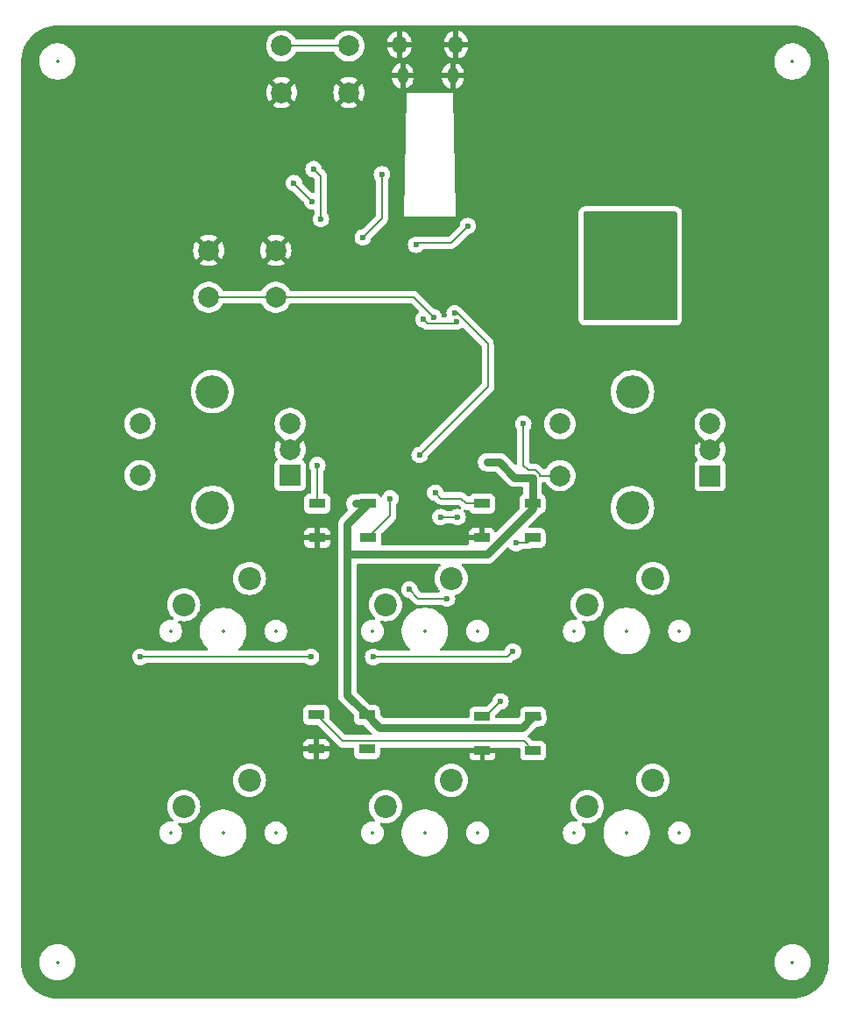
<source format=gbr>
%TF.GenerationSoftware,KiCad,Pcbnew,8.0.5*%
%TF.CreationDate,2025-01-30T00:55:53+01:00*%
%TF.ProjectId,rp2040_pad,72703230-3430-45f7-9061-642e6b696361,rev?*%
%TF.SameCoordinates,Original*%
%TF.FileFunction,Copper,L2,Bot*%
%TF.FilePolarity,Positive*%
%FSLAX46Y46*%
G04 Gerber Fmt 4.6, Leading zero omitted, Abs format (unit mm)*
G04 Created by KiCad (PCBNEW 8.0.5) date 2025-01-30 00:55:53*
%MOMM*%
%LPD*%
G01*
G04 APERTURE LIST*
%TA.AperFunction,ComponentPad*%
%ADD10C,2.200000*%
%TD*%
%TA.AperFunction,ComponentPad*%
%ADD11C,2.000000*%
%TD*%
%TA.AperFunction,ComponentPad*%
%ADD12O,1.350000X1.700000*%
%TD*%
%TA.AperFunction,ComponentPad*%
%ADD13O,1.100000X1.500000*%
%TD*%
%TA.AperFunction,ComponentPad*%
%ADD14R,2.000000X2.000000*%
%TD*%
%TA.AperFunction,ComponentPad*%
%ADD15C,3.200000*%
%TD*%
%TA.AperFunction,SMDPad,CuDef*%
%ADD16R,1.500000X0.900000*%
%TD*%
%TA.AperFunction,ViaPad*%
%ADD17C,0.600000*%
%TD*%
%TA.AperFunction,Conductor*%
%ADD18C,0.200000*%
%TD*%
%TA.AperFunction,Conductor*%
%ADD19C,0.800000*%
%TD*%
%ADD20C,0.300000*%
%ADD21C,0.350000*%
%ADD22O,0.700000X1.200000*%
%ADD23O,0.650000X1.050000*%
G04 APERTURE END LIST*
D10*
%TO.P,SW9,1,1*%
%TO.N,COL_C*%
X147040000Y-131920000D03*
%TO.P,SW9,2,2*%
%TO.N,Net-(D8-A)*%
X140690000Y-134460000D03*
%TD*%
%TO.P,SW8,1,1*%
%TO.N,COL_B*%
X127540000Y-131920000D03*
%TO.P,SW8,2,2*%
%TO.N,Net-(D7-A)*%
X121190000Y-134460000D03*
%TD*%
%TO.P,SW7,1,1*%
%TO.N,COL_A*%
X108040000Y-131920000D03*
%TO.P,SW7,2,2*%
%TO.N,Net-(D6-A)*%
X101690000Y-134460000D03*
%TD*%
%TO.P,SW4,1,1*%
%TO.N,COL_A*%
X108040000Y-112420000D03*
%TO.P,SW4,2,2*%
%TO.N,Net-(D1-A)*%
X101690000Y-114960000D03*
%TD*%
%TO.P,SW5,1,1*%
%TO.N,COL_B*%
X127540000Y-112420000D03*
%TO.P,SW5,2,2*%
%TO.N,Net-(D2-A)*%
X121190000Y-114960000D03*
%TD*%
%TO.P,SW6,1,1*%
%TO.N,COL_C*%
X147040000Y-112420000D03*
%TO.P,SW6,2,2*%
%TO.N,Net-(D3-A)*%
X140690000Y-114960000D03*
%TD*%
D11*
%TO.P,RESET,2,2*%
%TO.N,Net-(U1-RUN)*%
X110600000Y-85250000D03*
X104100000Y-85250000D03*
%TO.P,RESET,1,1*%
%TO.N,GND*%
X110600000Y-80750000D03*
X104100000Y-80750000D03*
%TD*%
D12*
%TO.P,J1,6,Shield*%
%TO.N,GND*%
X122545000Y-60870000D03*
D13*
X122855000Y-63870000D03*
X127695000Y-63870000D03*
D12*
X128005000Y-60870000D03*
%TD*%
D11*
%TO.P,USB_BOOT1,2,2*%
%TO.N,Net-(R3-Pad1)*%
X111150000Y-61000000D03*
X117650000Y-61000000D03*
%TO.P,USB_BOOT1,1,1*%
%TO.N,GND*%
X111150000Y-65500000D03*
X117650000Y-65500000D03*
%TD*%
D14*
%TO.P,SW2,A,A*%
%TO.N,ENC_SA2*%
X152550000Y-102500000D03*
D11*
%TO.P,SW2,B,B*%
%TO.N,ENC_SB2*%
X152550000Y-97500000D03*
%TO.P,SW2,C,C*%
%TO.N,GND*%
X152550000Y-100000000D03*
D15*
%TO.P,SW2,MP*%
%TO.N,N/C*%
X145050000Y-105600000D03*
X145050000Y-94400000D03*
D11*
%TO.P,SW2,S1,S1*%
%TO.N,Net-(D5-A)*%
X138050000Y-97500000D03*
%TO.P,SW2,S2,S2*%
%TO.N,COL_C*%
X138050000Y-102500000D03*
%TD*%
D16*
%TO.P,D11,1,VDD*%
%TO.N,VBUS*%
X135450000Y-125750000D03*
%TO.P,D11,2,DOUT*%
%TO.N,LEDS*%
X135450000Y-129050000D03*
%TO.P,D11,3,VSS*%
%TO.N,GND*%
X130550000Y-129050000D03*
%TO.P,D11,4,DIN*%
%TO.N,Net-(D10-DOUT)*%
X130550000Y-125750000D03*
%TD*%
%TO.P,D9,1,VDD*%
%TO.N,VBUS*%
X119500000Y-105200000D03*
%TO.P,D9,2,DOUT*%
%TO.N,Net-(D10-DIN)*%
X119500000Y-108500000D03*
%TO.P,D9,3,VSS*%
%TO.N,GND*%
X114600000Y-108500000D03*
%TO.P,D9,4,DIN*%
%TO.N,LED*%
X114600000Y-105200000D03*
%TD*%
%TO.P,D10,1,VDD*%
%TO.N,VBUS*%
X135400000Y-105200000D03*
%TO.P,D10,2,DOUT*%
%TO.N,Net-(D10-DOUT)*%
X135400000Y-108500000D03*
%TO.P,D10,3,VSS*%
%TO.N,GND*%
X130500000Y-108500000D03*
%TO.P,D10,4,DIN*%
%TO.N,Net-(D10-DIN)*%
X130500000Y-105200000D03*
%TD*%
%TO.P,D12,1,VDD*%
%TO.N,VBUS*%
X119400000Y-125600000D03*
%TO.P,D12,2,DOUT*%
%TO.N,unconnected-(D12-DOUT-Pad2)*%
X119400000Y-128900000D03*
%TO.P,D12,3,VSS*%
%TO.N,GND*%
X114500000Y-128900000D03*
%TO.P,D12,4,DIN*%
%TO.N,LEDS*%
X114500000Y-125600000D03*
%TD*%
D14*
%TO.P,SW3,A,A*%
%TO.N,ENC_SA*%
X111975000Y-102475000D03*
D11*
%TO.P,SW3,B,B*%
%TO.N,ENC_SB*%
X111975000Y-97475000D03*
%TO.P,SW3,C,C*%
%TO.N,GND*%
X111975000Y-99975000D03*
D15*
%TO.P,SW3,MP*%
%TO.N,N/C*%
X104475000Y-105575000D03*
X104475000Y-94375000D03*
D11*
%TO.P,SW3,S1,S1*%
%TO.N,Net-(D4-A)*%
X97475000Y-97475000D03*
%TO.P,SW3,S2,S2*%
%TO.N,COL_A*%
X97475000Y-102475000D03*
%TD*%
D17*
%TO.N,GND*%
X156000000Y-85500000D03*
%TO.N,ROW_A*%
X128140000Y-106500000D03*
X126500000Y-106500000D03*
%TO.N,GND*%
X121500000Y-95000000D03*
X122289063Y-93189062D03*
X123150000Y-93200000D03*
X131882255Y-89582427D03*
%TO.N,LED*%
X124500000Y-100500000D03*
%TO.N,Net-(U1-RUN)*%
X125850000Y-87200000D03*
%TO.N,COL_C*%
X134500000Y-97500000D03*
%TO.N,ROW_B*%
X127136397Y-114363603D03*
X123500000Y-113500000D03*
%TO.N,GND*%
X133600000Y-87500000D03*
X133100000Y-76000000D03*
X126350000Y-81600000D03*
X126250000Y-83800000D03*
X148350000Y-76000000D03*
X138850000Y-81000000D03*
X126250000Y-83100000D03*
X125850000Y-84400000D03*
X139350000Y-84500000D03*
X151200000Y-99200000D03*
X128000000Y-102800000D03*
X122501250Y-83895442D03*
X134550000Y-83000000D03*
X123550000Y-84400000D03*
X126450000Y-81000000D03*
X138850000Y-87500000D03*
X147350000Y-76000000D03*
X129600000Y-73000000D03*
X125150000Y-84400000D03*
X126350000Y-82300000D03*
X121000000Y-129700000D03*
X139200000Y-129000000D03*
X117900000Y-102900000D03*
X122750000Y-84400000D03*
X137100000Y-73250000D03*
X107350000Y-78400000D03*
X126450000Y-89600000D03*
X139600000Y-76000000D03*
X134550000Y-79990930D03*
X147900000Y-89400000D03*
X124350000Y-84400000D03*
X130600000Y-72750000D03*
%TO.N,VBUS*%
X131000000Y-101200000D03*
X131800000Y-101200000D03*
X132425000Y-101500000D03*
X133500000Y-126800000D03*
X118300000Y-105200000D03*
X135000000Y-125925000D03*
X121500000Y-126800000D03*
X134400000Y-126800000D03*
X120200000Y-126400000D03*
X136000000Y-125925000D03*
%TO.N,+3V3*%
X148850000Y-79500000D03*
X147350000Y-87000000D03*
X143350000Y-83500000D03*
X140850000Y-80500000D03*
X124850000Y-87400000D03*
X142350000Y-83500000D03*
X141350000Y-83500000D03*
X143350000Y-81500000D03*
X148350000Y-81500000D03*
X146350000Y-83500000D03*
X141350000Y-82500000D03*
X148850000Y-78500000D03*
X148350000Y-84500000D03*
X146350000Y-81500000D03*
X120850000Y-73400000D03*
X140850000Y-78500000D03*
X148350000Y-85500000D03*
X140850000Y-79500000D03*
X144850000Y-81500000D03*
X147350000Y-82500000D03*
X147350000Y-81500000D03*
X142350000Y-87000000D03*
X148350000Y-83500000D03*
X148350000Y-82500000D03*
X144850000Y-83500000D03*
X147350000Y-83500000D03*
X148850000Y-77500000D03*
X141350000Y-84500000D03*
X143350000Y-82500000D03*
X128042821Y-87600000D03*
X141350000Y-86500000D03*
X119000000Y-79500000D03*
X148850000Y-80500000D03*
X148350000Y-86500000D03*
X142350000Y-82500000D03*
X140850000Y-77500000D03*
X141350000Y-85500000D03*
X142350000Y-81500000D03*
X141350000Y-81500000D03*
X146350000Y-82500000D03*
X144850000Y-82500000D03*
%TO.N,Net-(U1-VREG_VOUT)*%
X129150000Y-78400000D03*
X124150000Y-80200000D03*
%TO.N,ROW_B*%
X120000000Y-120000000D03*
X133500000Y-119500000D03*
X114000000Y-120000000D03*
X97500000Y-120000000D03*
%TO.N,LED*%
X127882586Y-86816209D03*
X114600000Y-101500000D03*
%TO.N,Net-(D10-DIN)*%
X126000000Y-104150000D03*
X121650000Y-104700000D03*
%TO.N,Net-(D10-DOUT)*%
X133800000Y-109000000D03*
X132300000Y-124300000D03*
%TO.N,QSPI_SS*%
X114950000Y-77700000D03*
X114250000Y-72900000D03*
%TO.N,QSPI_SD1*%
X114100000Y-76000000D03*
X112350000Y-74250000D03*
%TD*%
D18*
%TO.N,+3V3*%
X119000000Y-79500000D02*
X120850000Y-77650000D01*
X120850000Y-77650000D02*
X120850000Y-73400000D01*
%TO.N,ROW_A*%
X126500000Y-106500000D02*
X128140000Y-106500000D01*
%TO.N,COL_C*%
X134972793Y-101972793D02*
X134500000Y-101500000D01*
X135689949Y-101972793D02*
X134972793Y-101972793D01*
X136100000Y-102382844D02*
X135689949Y-101972793D01*
X136100000Y-102500000D02*
X136100000Y-102382844D01*
X138050000Y-102500000D02*
X136100000Y-102500000D01*
X134500000Y-101500000D02*
X134500000Y-97500000D01*
%TO.N,LED*%
X124500000Y-100500000D02*
X131100000Y-93900000D01*
X131100000Y-93900000D02*
X131100000Y-89750000D01*
X128166209Y-86816209D02*
X127882586Y-86816209D01*
X131100000Y-89750000D02*
X128166209Y-86816209D01*
%TO.N,Net-(U1-RUN)*%
X123900000Y-85250000D02*
X125850000Y-87200000D01*
X110600000Y-85250000D02*
X123900000Y-85250000D01*
X104100000Y-85250000D02*
X110600000Y-85250000D01*
%TO.N,+3V3*%
X127842821Y-87800000D02*
X128042821Y-87600000D01*
X125250000Y-87800000D02*
X127842821Y-87800000D01*
X124850000Y-87400000D02*
X125250000Y-87800000D01*
%TO.N,LED*%
X114600000Y-101500000D02*
X114600000Y-105200000D01*
%TO.N,ROW_B*%
X124363603Y-114363603D02*
X123500000Y-113500000D01*
X127136397Y-114363603D02*
X124363603Y-114363603D01*
D19*
%TO.N,VBUS*%
X131800000Y-101200000D02*
X131000000Y-101200000D01*
X135400000Y-102672793D02*
X133672793Y-102672793D01*
X120600000Y-126800000D02*
X120200000Y-126400000D01*
X132200000Y-101200000D02*
X131800000Y-101200000D01*
X134400000Y-126800000D02*
X133500000Y-126800000D01*
X120200000Y-126400000D02*
X119400000Y-125600000D01*
X117600000Y-110100000D02*
X131000000Y-110100000D01*
X119400000Y-125600000D02*
X117500000Y-123700000D01*
X135400000Y-102672793D02*
X135400000Y-105200000D01*
X117500000Y-110000000D02*
X117600000Y-110100000D01*
X131000000Y-110100000D02*
X135400000Y-105700000D01*
X119500000Y-105200000D02*
X118300000Y-105200000D01*
X117500000Y-123700000D02*
X117500000Y-110000000D01*
X117500000Y-107200000D02*
X119500000Y-105200000D01*
X133672793Y-102672793D02*
X132200000Y-101200000D01*
X133500000Y-126800000D02*
X121500000Y-126800000D01*
X135400000Y-105700000D02*
X135400000Y-105200000D01*
X135450000Y-125750000D02*
X134400000Y-126800000D01*
X117500000Y-110000000D02*
X117500000Y-107200000D01*
X121500000Y-126800000D02*
X120600000Y-126800000D01*
D18*
%TO.N,Net-(U1-VREG_VOUT)*%
X124350000Y-80000000D02*
X127550000Y-80000000D01*
X127550000Y-80000000D02*
X129150000Y-78400000D01*
X124150000Y-80200000D02*
X124350000Y-80000000D01*
%TO.N,ROW_B*%
X120000000Y-120000000D02*
X133000000Y-120000000D01*
X97500000Y-120000000D02*
X114000000Y-120000000D01*
X133000000Y-120000000D02*
X133500000Y-119500000D01*
%TO.N,Net-(D10-DIN)*%
X121650000Y-104700000D02*
X121650000Y-106350000D01*
X130500000Y-105200000D02*
X129000000Y-105200000D01*
X126550000Y-104700000D02*
X126000000Y-104150000D01*
X121650000Y-106350000D02*
X119500000Y-108500000D01*
X128500000Y-104700000D02*
X126550000Y-104700000D01*
X129000000Y-105200000D02*
X128500000Y-104700000D01*
%TO.N,Net-(D10-DOUT)*%
X130850000Y-125750000D02*
X132300000Y-124300000D01*
X134900000Y-109000000D02*
X135400000Y-108500000D01*
X133800000Y-109000000D02*
X134900000Y-109000000D01*
X130550000Y-125750000D02*
X130850000Y-125750000D01*
%TO.N,LEDS*%
X134550000Y-128150000D02*
X135450000Y-129050000D01*
X117050000Y-128150000D02*
X134550000Y-128150000D01*
X114500000Y-125600000D02*
X117050000Y-128150000D01*
%TO.N,QSPI_SS*%
X114950000Y-77700000D02*
X114950000Y-73600000D01*
X114950000Y-73600000D02*
X114250000Y-72900000D01*
%TO.N,Net-(R3-Pad1)*%
X111150000Y-61000000D02*
X117650000Y-61000000D01*
%TO.N,QSPI_SD1*%
X114100000Y-76000000D02*
X112350000Y-74250000D01*
%TD*%
%TA.AperFunction,Conductor*%
%TO.N,+3V3*%
G36*
X149293039Y-77019685D02*
G01*
X149338794Y-77072489D01*
X149350000Y-77124000D01*
X149350000Y-87376000D01*
X149330315Y-87443039D01*
X149277511Y-87488794D01*
X149226000Y-87500000D01*
X140474000Y-87500000D01*
X140406961Y-87480315D01*
X140361206Y-87427511D01*
X140350000Y-87376000D01*
X140350000Y-77124000D01*
X140369685Y-77056961D01*
X140422489Y-77011206D01*
X140474000Y-77000000D01*
X149226000Y-77000000D01*
X149293039Y-77019685D01*
G37*
%TD.AperFunction*%
%TD*%
%TA.AperFunction,Conductor*%
%TO.N,+3V3*%
G36*
X149293039Y-77019685D02*
G01*
X149338794Y-77072489D01*
X149350000Y-77124000D01*
X149350000Y-87376000D01*
X149330315Y-87443039D01*
X149277511Y-87488794D01*
X149226000Y-87500000D01*
X140474000Y-87500000D01*
X140406961Y-87480315D01*
X140361206Y-87427511D01*
X140350000Y-87376000D01*
X140350000Y-77124000D01*
X140369685Y-77056961D01*
X140422489Y-77011206D01*
X140474000Y-77000000D01*
X149226000Y-77000000D01*
X149293039Y-77019685D01*
G37*
%TD.AperFunction*%
%TD*%
%TA.AperFunction,Conductor*%
%TO.N,GND*%
G36*
X160503032Y-59000648D02*
G01*
X160836929Y-59017052D01*
X160849037Y-59018245D01*
X160952146Y-59033539D01*
X161176699Y-59066849D01*
X161188617Y-59069219D01*
X161509951Y-59149709D01*
X161521588Y-59153240D01*
X161592806Y-59178722D01*
X161833467Y-59264832D01*
X161844688Y-59269479D01*
X162144163Y-59411120D01*
X162154871Y-59416844D01*
X162438988Y-59587137D01*
X162449103Y-59593895D01*
X162465538Y-59606084D01*
X162715170Y-59791224D01*
X162724576Y-59798944D01*
X162970013Y-60021395D01*
X162978604Y-60029986D01*
X163165755Y-60236475D01*
X163201055Y-60275423D01*
X163208775Y-60284829D01*
X163406102Y-60550893D01*
X163412862Y-60561011D01*
X163579387Y-60838842D01*
X163583148Y-60845116D01*
X163588883Y-60855844D01*
X163713819Y-61120000D01*
X163730514Y-61155297D01*
X163735170Y-61166540D01*
X163846759Y-61478411D01*
X163850292Y-61490055D01*
X163930777Y-61811369D01*
X163933151Y-61823305D01*
X163981754Y-62150962D01*
X163982947Y-62163071D01*
X163999351Y-62496966D01*
X163999500Y-62503051D01*
X163999500Y-149496948D01*
X163999351Y-149503033D01*
X163982947Y-149836928D01*
X163981754Y-149849037D01*
X163933151Y-150176694D01*
X163930777Y-150188630D01*
X163850292Y-150509944D01*
X163846759Y-150521588D01*
X163735170Y-150833459D01*
X163730514Y-150844702D01*
X163588885Y-151144151D01*
X163583148Y-151154883D01*
X163412862Y-151438988D01*
X163406102Y-151449106D01*
X163208775Y-151715170D01*
X163201055Y-151724576D01*
X162978611Y-151970006D01*
X162970006Y-151978611D01*
X162724576Y-152201055D01*
X162715170Y-152208775D01*
X162449106Y-152406102D01*
X162438988Y-152412862D01*
X162154883Y-152583148D01*
X162144151Y-152588885D01*
X161844702Y-152730514D01*
X161833459Y-152735170D01*
X161521588Y-152846759D01*
X161509944Y-152850292D01*
X161188630Y-152930777D01*
X161176694Y-152933151D01*
X160849037Y-152981754D01*
X160836928Y-152982947D01*
X160521989Y-152998419D01*
X160503031Y-152999351D01*
X160496949Y-152999500D01*
X89503051Y-152999500D01*
X89496968Y-152999351D01*
X89476900Y-152998365D01*
X89163071Y-152982947D01*
X89150962Y-152981754D01*
X88823305Y-152933151D01*
X88811369Y-152930777D01*
X88490055Y-152850292D01*
X88478411Y-152846759D01*
X88166540Y-152735170D01*
X88155301Y-152730515D01*
X87855844Y-152588883D01*
X87845121Y-152583150D01*
X87561011Y-152412862D01*
X87550893Y-152406102D01*
X87284829Y-152208775D01*
X87275423Y-152201055D01*
X87236475Y-152165755D01*
X87029986Y-151978604D01*
X87021395Y-151970013D01*
X86798944Y-151724576D01*
X86791224Y-151715170D01*
X86593897Y-151449106D01*
X86587137Y-151438988D01*
X86474162Y-151250500D01*
X86416844Y-151154871D01*
X86411120Y-151144163D01*
X86269479Y-150844688D01*
X86264829Y-150833459D01*
X86259626Y-150818918D01*
X86153240Y-150521588D01*
X86149707Y-150509944D01*
X86091080Y-150275890D01*
X86069219Y-150188617D01*
X86066848Y-150176694D01*
X86018245Y-149849037D01*
X86017052Y-149836927D01*
X86006136Y-149614734D01*
X86000649Y-149503032D01*
X86000500Y-149496948D01*
X86000500Y-149385258D01*
X87749500Y-149385258D01*
X87749500Y-149614741D01*
X87760264Y-149696496D01*
X87779452Y-149842238D01*
X87781274Y-149849037D01*
X87838842Y-150063887D01*
X87926650Y-150275876D01*
X87926657Y-150275890D01*
X88041392Y-150474617D01*
X88181081Y-150656661D01*
X88181089Y-150656670D01*
X88343330Y-150818911D01*
X88343338Y-150818918D01*
X88525382Y-150958607D01*
X88525385Y-150958608D01*
X88525388Y-150958611D01*
X88724112Y-151073344D01*
X88724117Y-151073346D01*
X88724123Y-151073349D01*
X88815480Y-151111190D01*
X88936113Y-151161158D01*
X89157762Y-151220548D01*
X89385266Y-151250500D01*
X89385273Y-151250500D01*
X89614727Y-151250500D01*
X89614734Y-151250500D01*
X89842238Y-151220548D01*
X90063887Y-151161158D01*
X90275888Y-151073344D01*
X90474612Y-150958611D01*
X90656661Y-150818919D01*
X90656665Y-150818914D01*
X90656670Y-150818911D01*
X90818911Y-150656670D01*
X90818914Y-150656665D01*
X90818919Y-150656661D01*
X90958611Y-150474612D01*
X91073344Y-150275888D01*
X91161158Y-150063887D01*
X91220548Y-149842238D01*
X91250500Y-149614734D01*
X91250500Y-149385266D01*
X91250499Y-149385258D01*
X158749500Y-149385258D01*
X158749500Y-149614741D01*
X158760264Y-149696496D01*
X158779452Y-149842238D01*
X158781274Y-149849037D01*
X158838842Y-150063887D01*
X158926650Y-150275876D01*
X158926657Y-150275890D01*
X159041392Y-150474617D01*
X159181081Y-150656661D01*
X159181089Y-150656670D01*
X159343330Y-150818911D01*
X159343338Y-150818918D01*
X159525382Y-150958607D01*
X159525385Y-150958608D01*
X159525388Y-150958611D01*
X159724112Y-151073344D01*
X159724117Y-151073346D01*
X159724123Y-151073349D01*
X159815480Y-151111190D01*
X159936113Y-151161158D01*
X160157762Y-151220548D01*
X160385266Y-151250500D01*
X160385273Y-151250500D01*
X160614727Y-151250500D01*
X160614734Y-151250500D01*
X160842238Y-151220548D01*
X161063887Y-151161158D01*
X161275888Y-151073344D01*
X161474612Y-150958611D01*
X161656661Y-150818919D01*
X161656665Y-150818914D01*
X161656670Y-150818911D01*
X161818911Y-150656670D01*
X161818914Y-150656665D01*
X161818919Y-150656661D01*
X161958611Y-150474612D01*
X162073344Y-150275888D01*
X162161158Y-150063887D01*
X162220548Y-149842238D01*
X162250500Y-149614734D01*
X162250500Y-149385266D01*
X162220548Y-149157762D01*
X162161158Y-148936113D01*
X162073344Y-148724112D01*
X161958611Y-148525388D01*
X161958608Y-148525385D01*
X161958607Y-148525382D01*
X161818918Y-148343338D01*
X161818911Y-148343330D01*
X161656670Y-148181089D01*
X161656661Y-148181081D01*
X161474617Y-148041392D01*
X161275890Y-147926657D01*
X161275876Y-147926650D01*
X161063887Y-147838842D01*
X160842238Y-147779452D01*
X160804215Y-147774446D01*
X160614741Y-147749500D01*
X160614734Y-147749500D01*
X160385266Y-147749500D01*
X160385258Y-147749500D01*
X160168715Y-147778009D01*
X160157762Y-147779452D01*
X160064076Y-147804554D01*
X159936112Y-147838842D01*
X159724123Y-147926650D01*
X159724109Y-147926657D01*
X159525382Y-148041392D01*
X159343338Y-148181081D01*
X159181081Y-148343338D01*
X159041392Y-148525382D01*
X158926657Y-148724109D01*
X158926650Y-148724123D01*
X158838842Y-148936112D01*
X158779453Y-149157759D01*
X158779451Y-149157770D01*
X158749500Y-149385258D01*
X91250499Y-149385258D01*
X91220548Y-149157762D01*
X91161158Y-148936113D01*
X91073344Y-148724112D01*
X90958611Y-148525388D01*
X90958608Y-148525385D01*
X90958607Y-148525382D01*
X90818918Y-148343338D01*
X90818911Y-148343330D01*
X90656670Y-148181089D01*
X90656661Y-148181081D01*
X90474617Y-148041392D01*
X90275890Y-147926657D01*
X90275876Y-147926650D01*
X90063887Y-147838842D01*
X89842238Y-147779452D01*
X89804215Y-147774446D01*
X89614741Y-147749500D01*
X89614734Y-147749500D01*
X89385266Y-147749500D01*
X89385258Y-147749500D01*
X89168715Y-147778009D01*
X89157762Y-147779452D01*
X89064076Y-147804554D01*
X88936112Y-147838842D01*
X88724123Y-147926650D01*
X88724109Y-147926657D01*
X88525382Y-148041392D01*
X88343338Y-148181081D01*
X88181081Y-148343338D01*
X88041392Y-148525382D01*
X87926657Y-148724109D01*
X87926650Y-148724123D01*
X87838842Y-148936112D01*
X87779453Y-149157759D01*
X87779451Y-149157770D01*
X87749500Y-149385258D01*
X86000500Y-149385258D01*
X86000500Y-136913389D01*
X99319500Y-136913389D01*
X99319500Y-137086611D01*
X99346598Y-137257701D01*
X99400127Y-137422445D01*
X99478768Y-137576788D01*
X99580586Y-137716928D01*
X99703072Y-137839414D01*
X99843212Y-137941232D01*
X99997555Y-138019873D01*
X100162299Y-138073402D01*
X100333389Y-138100500D01*
X100333390Y-138100500D01*
X100506610Y-138100500D01*
X100506611Y-138100500D01*
X100677701Y-138073402D01*
X100842445Y-138019873D01*
X100996788Y-137941232D01*
X101136928Y-137839414D01*
X101259414Y-137716928D01*
X101361232Y-137576788D01*
X101439873Y-137422445D01*
X101493402Y-137257701D01*
X101520500Y-137086611D01*
X101520500Y-136913389D01*
X101510854Y-136852486D01*
X103249500Y-136852486D01*
X103249500Y-137147513D01*
X103281571Y-137391113D01*
X103288007Y-137439993D01*
X103362212Y-137716930D01*
X103364361Y-137724951D01*
X103364364Y-137724961D01*
X103477254Y-137997500D01*
X103477258Y-137997510D01*
X103624761Y-138252993D01*
X103804352Y-138487040D01*
X103804358Y-138487047D01*
X104012952Y-138695641D01*
X104012959Y-138695647D01*
X104247006Y-138875238D01*
X104502489Y-139022741D01*
X104502490Y-139022741D01*
X104502493Y-139022743D01*
X104775048Y-139135639D01*
X105060007Y-139211993D01*
X105352494Y-139250500D01*
X105352501Y-139250500D01*
X105647499Y-139250500D01*
X105647506Y-139250500D01*
X105939993Y-139211993D01*
X106224952Y-139135639D01*
X106497507Y-139022743D01*
X106752994Y-138875238D01*
X106987042Y-138695646D01*
X107195646Y-138487042D01*
X107375238Y-138252994D01*
X107522743Y-137997507D01*
X107635639Y-137724952D01*
X107711993Y-137439993D01*
X107750500Y-137147506D01*
X107750500Y-136913389D01*
X109479500Y-136913389D01*
X109479500Y-137086611D01*
X109506598Y-137257701D01*
X109560127Y-137422445D01*
X109638768Y-137576788D01*
X109740586Y-137716928D01*
X109863072Y-137839414D01*
X110003212Y-137941232D01*
X110157555Y-138019873D01*
X110322299Y-138073402D01*
X110493389Y-138100500D01*
X110493390Y-138100500D01*
X110666610Y-138100500D01*
X110666611Y-138100500D01*
X110837701Y-138073402D01*
X111002445Y-138019873D01*
X111156788Y-137941232D01*
X111296928Y-137839414D01*
X111419414Y-137716928D01*
X111521232Y-137576788D01*
X111599873Y-137422445D01*
X111653402Y-137257701D01*
X111680500Y-137086611D01*
X111680500Y-136913389D01*
X118819500Y-136913389D01*
X118819500Y-137086611D01*
X118846598Y-137257701D01*
X118900127Y-137422445D01*
X118978768Y-137576788D01*
X119080586Y-137716928D01*
X119203072Y-137839414D01*
X119343212Y-137941232D01*
X119497555Y-138019873D01*
X119662299Y-138073402D01*
X119833389Y-138100500D01*
X119833390Y-138100500D01*
X120006610Y-138100500D01*
X120006611Y-138100500D01*
X120177701Y-138073402D01*
X120342445Y-138019873D01*
X120496788Y-137941232D01*
X120636928Y-137839414D01*
X120759414Y-137716928D01*
X120861232Y-137576788D01*
X120939873Y-137422445D01*
X120993402Y-137257701D01*
X121020500Y-137086611D01*
X121020500Y-136913389D01*
X121010854Y-136852486D01*
X122749500Y-136852486D01*
X122749500Y-137147513D01*
X122781571Y-137391113D01*
X122788007Y-137439993D01*
X122862212Y-137716930D01*
X122864361Y-137724951D01*
X122864364Y-137724961D01*
X122977254Y-137997500D01*
X122977258Y-137997510D01*
X123124761Y-138252993D01*
X123304352Y-138487040D01*
X123304358Y-138487047D01*
X123512952Y-138695641D01*
X123512959Y-138695647D01*
X123747006Y-138875238D01*
X124002489Y-139022741D01*
X124002490Y-139022741D01*
X124002493Y-139022743D01*
X124275048Y-139135639D01*
X124560007Y-139211993D01*
X124852494Y-139250500D01*
X124852501Y-139250500D01*
X125147499Y-139250500D01*
X125147506Y-139250500D01*
X125439993Y-139211993D01*
X125724952Y-139135639D01*
X125997507Y-139022743D01*
X126252994Y-138875238D01*
X126487042Y-138695646D01*
X126695646Y-138487042D01*
X126875238Y-138252994D01*
X127022743Y-137997507D01*
X127135639Y-137724952D01*
X127211993Y-137439993D01*
X127250500Y-137147506D01*
X127250500Y-136913389D01*
X128979500Y-136913389D01*
X128979500Y-137086611D01*
X129006598Y-137257701D01*
X129060127Y-137422445D01*
X129138768Y-137576788D01*
X129240586Y-137716928D01*
X129363072Y-137839414D01*
X129503212Y-137941232D01*
X129657555Y-138019873D01*
X129822299Y-138073402D01*
X129993389Y-138100500D01*
X129993390Y-138100500D01*
X130166610Y-138100500D01*
X130166611Y-138100500D01*
X130337701Y-138073402D01*
X130502445Y-138019873D01*
X130656788Y-137941232D01*
X130796928Y-137839414D01*
X130919414Y-137716928D01*
X131021232Y-137576788D01*
X131099873Y-137422445D01*
X131153402Y-137257701D01*
X131180500Y-137086611D01*
X131180500Y-136913389D01*
X138319500Y-136913389D01*
X138319500Y-137086611D01*
X138346598Y-137257701D01*
X138400127Y-137422445D01*
X138478768Y-137576788D01*
X138580586Y-137716928D01*
X138703072Y-137839414D01*
X138843212Y-137941232D01*
X138997555Y-138019873D01*
X139162299Y-138073402D01*
X139333389Y-138100500D01*
X139333390Y-138100500D01*
X139506610Y-138100500D01*
X139506611Y-138100500D01*
X139677701Y-138073402D01*
X139842445Y-138019873D01*
X139996788Y-137941232D01*
X140136928Y-137839414D01*
X140259414Y-137716928D01*
X140361232Y-137576788D01*
X140439873Y-137422445D01*
X140493402Y-137257701D01*
X140520500Y-137086611D01*
X140520500Y-136913389D01*
X140510854Y-136852486D01*
X142249500Y-136852486D01*
X142249500Y-137147513D01*
X142281571Y-137391113D01*
X142288007Y-137439993D01*
X142362212Y-137716930D01*
X142364361Y-137724951D01*
X142364364Y-137724961D01*
X142477254Y-137997500D01*
X142477258Y-137997510D01*
X142624761Y-138252993D01*
X142804352Y-138487040D01*
X142804358Y-138487047D01*
X143012952Y-138695641D01*
X143012959Y-138695647D01*
X143247006Y-138875238D01*
X143502489Y-139022741D01*
X143502490Y-139022741D01*
X143502493Y-139022743D01*
X143775048Y-139135639D01*
X144060007Y-139211993D01*
X144352494Y-139250500D01*
X144352501Y-139250500D01*
X144647499Y-139250500D01*
X144647506Y-139250500D01*
X144939993Y-139211993D01*
X145224952Y-139135639D01*
X145497507Y-139022743D01*
X145752994Y-138875238D01*
X145987042Y-138695646D01*
X146195646Y-138487042D01*
X146375238Y-138252994D01*
X146522743Y-137997507D01*
X146635639Y-137724952D01*
X146711993Y-137439993D01*
X146750500Y-137147506D01*
X146750500Y-136913389D01*
X148479500Y-136913389D01*
X148479500Y-137086611D01*
X148506598Y-137257701D01*
X148560127Y-137422445D01*
X148638768Y-137576788D01*
X148740586Y-137716928D01*
X148863072Y-137839414D01*
X149003212Y-137941232D01*
X149157555Y-138019873D01*
X149322299Y-138073402D01*
X149493389Y-138100500D01*
X149493390Y-138100500D01*
X149666610Y-138100500D01*
X149666611Y-138100500D01*
X149837701Y-138073402D01*
X150002445Y-138019873D01*
X150156788Y-137941232D01*
X150296928Y-137839414D01*
X150419414Y-137716928D01*
X150521232Y-137576788D01*
X150599873Y-137422445D01*
X150653402Y-137257701D01*
X150680500Y-137086611D01*
X150680500Y-136913389D01*
X150653402Y-136742299D01*
X150599873Y-136577555D01*
X150521232Y-136423212D01*
X150419414Y-136283072D01*
X150296928Y-136160586D01*
X150156788Y-136058768D01*
X150002445Y-135980127D01*
X149837701Y-135926598D01*
X149837699Y-135926597D01*
X149837698Y-135926597D01*
X149706271Y-135905781D01*
X149666611Y-135899500D01*
X149493389Y-135899500D01*
X149453728Y-135905781D01*
X149322302Y-135926597D01*
X149157552Y-135980128D01*
X149003211Y-136058768D01*
X148923256Y-136116859D01*
X148863072Y-136160586D01*
X148863070Y-136160588D01*
X148863069Y-136160588D01*
X148740588Y-136283069D01*
X148740588Y-136283070D01*
X148740586Y-136283072D01*
X148696859Y-136343256D01*
X148638768Y-136423211D01*
X148560128Y-136577552D01*
X148506597Y-136742302D01*
X148489146Y-136852486D01*
X148479500Y-136913389D01*
X146750500Y-136913389D01*
X146750500Y-136852494D01*
X146711993Y-136560007D01*
X146635639Y-136275048D01*
X146522743Y-136002493D01*
X146458064Y-135890466D01*
X146375238Y-135747006D01*
X146195647Y-135512959D01*
X146195641Y-135512952D01*
X145987047Y-135304358D01*
X145987040Y-135304352D01*
X145752993Y-135124761D01*
X145497510Y-134977258D01*
X145497500Y-134977254D01*
X145224961Y-134864364D01*
X145224954Y-134864362D01*
X145224952Y-134864361D01*
X144939993Y-134788007D01*
X144891113Y-134781571D01*
X144647513Y-134749500D01*
X144647506Y-134749500D01*
X144352494Y-134749500D01*
X144352486Y-134749500D01*
X144074085Y-134786153D01*
X144060007Y-134788007D01*
X143775048Y-134864361D01*
X143775038Y-134864364D01*
X143502499Y-134977254D01*
X143502489Y-134977258D01*
X143247006Y-135124761D01*
X143012959Y-135304352D01*
X143012952Y-135304358D01*
X142804358Y-135512952D01*
X142804352Y-135512959D01*
X142624761Y-135747006D01*
X142477258Y-136002489D01*
X142477254Y-136002499D01*
X142364364Y-136275038D01*
X142364361Y-136275048D01*
X142288008Y-136560004D01*
X142288006Y-136560015D01*
X142249500Y-136852486D01*
X140510854Y-136852486D01*
X140493402Y-136742299D01*
X140439873Y-136577555D01*
X140361232Y-136423212D01*
X140259414Y-136283072D01*
X140201232Y-136224890D01*
X140167747Y-136163567D01*
X140172731Y-136093875D01*
X140214603Y-136037942D01*
X140280067Y-136013525D01*
X140317856Y-136016634D01*
X140438852Y-136045683D01*
X140690000Y-136065449D01*
X140941148Y-136045683D01*
X141186111Y-135986873D01*
X141418859Y-135890466D01*
X141633659Y-135758836D01*
X141825224Y-135595224D01*
X141988836Y-135403659D01*
X142120466Y-135188859D01*
X142216873Y-134956111D01*
X142275683Y-134711148D01*
X142295449Y-134460000D01*
X142275683Y-134208852D01*
X142216873Y-133963889D01*
X142120466Y-133731141D01*
X142120466Y-133731140D01*
X141988839Y-133516346D01*
X141988838Y-133516343D01*
X141847165Y-133350466D01*
X141825224Y-133324776D01*
X141698571Y-133216604D01*
X141633656Y-133161161D01*
X141633653Y-133161160D01*
X141418859Y-133029533D01*
X141186110Y-132933126D01*
X140941151Y-132874317D01*
X140690000Y-132854551D01*
X140438848Y-132874317D01*
X140193889Y-132933126D01*
X139961140Y-133029533D01*
X139746346Y-133161160D01*
X139746343Y-133161161D01*
X139554776Y-133324776D01*
X139391161Y-133516343D01*
X139391160Y-133516346D01*
X139259533Y-133731140D01*
X139163126Y-133963889D01*
X139104317Y-134208848D01*
X139084551Y-134460000D01*
X139104317Y-134711151D01*
X139163126Y-134956110D01*
X139259533Y-135188859D01*
X139391160Y-135403653D01*
X139391161Y-135403656D01*
X139391164Y-135403659D01*
X139554776Y-135595224D01*
X139668783Y-135692595D01*
X139706976Y-135751102D01*
X139707474Y-135820970D01*
X139670121Y-135880016D01*
X139606774Y-135909494D01*
X139568854Y-135909358D01*
X139506611Y-135899500D01*
X139333389Y-135899500D01*
X139293728Y-135905781D01*
X139162302Y-135926597D01*
X138997552Y-135980128D01*
X138843211Y-136058768D01*
X138763256Y-136116859D01*
X138703072Y-136160586D01*
X138703070Y-136160588D01*
X138703069Y-136160588D01*
X138580588Y-136283069D01*
X138580588Y-136283070D01*
X138580586Y-136283072D01*
X138536859Y-136343256D01*
X138478768Y-136423211D01*
X138400128Y-136577552D01*
X138346597Y-136742302D01*
X138329146Y-136852486D01*
X138319500Y-136913389D01*
X131180500Y-136913389D01*
X131153402Y-136742299D01*
X131099873Y-136577555D01*
X131021232Y-136423212D01*
X130919414Y-136283072D01*
X130796928Y-136160586D01*
X130656788Y-136058768D01*
X130502445Y-135980127D01*
X130337701Y-135926598D01*
X130337699Y-135926597D01*
X130337698Y-135926597D01*
X130206271Y-135905781D01*
X130166611Y-135899500D01*
X129993389Y-135899500D01*
X129953728Y-135905781D01*
X129822302Y-135926597D01*
X129657552Y-135980128D01*
X129503211Y-136058768D01*
X129423256Y-136116859D01*
X129363072Y-136160586D01*
X129363070Y-136160588D01*
X129363069Y-136160588D01*
X129240588Y-136283069D01*
X129240588Y-136283070D01*
X129240586Y-136283072D01*
X129196859Y-136343256D01*
X129138768Y-136423211D01*
X129060128Y-136577552D01*
X129006597Y-136742302D01*
X128989146Y-136852486D01*
X128979500Y-136913389D01*
X127250500Y-136913389D01*
X127250500Y-136852494D01*
X127211993Y-136560007D01*
X127135639Y-136275048D01*
X127022743Y-136002493D01*
X126958064Y-135890466D01*
X126875238Y-135747006D01*
X126695647Y-135512959D01*
X126695641Y-135512952D01*
X126487047Y-135304358D01*
X126487040Y-135304352D01*
X126252993Y-135124761D01*
X125997510Y-134977258D01*
X125997500Y-134977254D01*
X125724961Y-134864364D01*
X125724954Y-134864362D01*
X125724952Y-134864361D01*
X125439993Y-134788007D01*
X125391113Y-134781571D01*
X125147513Y-134749500D01*
X125147506Y-134749500D01*
X124852494Y-134749500D01*
X124852486Y-134749500D01*
X124574085Y-134786153D01*
X124560007Y-134788007D01*
X124275048Y-134864361D01*
X124275038Y-134864364D01*
X124002499Y-134977254D01*
X124002489Y-134977258D01*
X123747006Y-135124761D01*
X123512959Y-135304352D01*
X123512952Y-135304358D01*
X123304358Y-135512952D01*
X123304352Y-135512959D01*
X123124761Y-135747006D01*
X122977258Y-136002489D01*
X122977254Y-136002499D01*
X122864364Y-136275038D01*
X122864361Y-136275048D01*
X122788008Y-136560004D01*
X122788006Y-136560015D01*
X122749500Y-136852486D01*
X121010854Y-136852486D01*
X120993402Y-136742299D01*
X120939873Y-136577555D01*
X120861232Y-136423212D01*
X120759414Y-136283072D01*
X120701232Y-136224890D01*
X120667747Y-136163567D01*
X120672731Y-136093875D01*
X120714603Y-136037942D01*
X120780067Y-136013525D01*
X120817856Y-136016634D01*
X120938852Y-136045683D01*
X121190000Y-136065449D01*
X121441148Y-136045683D01*
X121686111Y-135986873D01*
X121918859Y-135890466D01*
X122133659Y-135758836D01*
X122325224Y-135595224D01*
X122488836Y-135403659D01*
X122620466Y-135188859D01*
X122716873Y-134956111D01*
X122775683Y-134711148D01*
X122795449Y-134460000D01*
X122775683Y-134208852D01*
X122716873Y-133963889D01*
X122620466Y-133731141D01*
X122620466Y-133731140D01*
X122488839Y-133516346D01*
X122488838Y-133516343D01*
X122347165Y-133350466D01*
X122325224Y-133324776D01*
X122198571Y-133216604D01*
X122133656Y-133161161D01*
X122133653Y-133161160D01*
X121918859Y-133029533D01*
X121686110Y-132933126D01*
X121441151Y-132874317D01*
X121190000Y-132854551D01*
X120938848Y-132874317D01*
X120693889Y-132933126D01*
X120461140Y-133029533D01*
X120246346Y-133161160D01*
X120246343Y-133161161D01*
X120054776Y-133324776D01*
X119891161Y-133516343D01*
X119891160Y-133516346D01*
X119759533Y-133731140D01*
X119663126Y-133963889D01*
X119604317Y-134208848D01*
X119584551Y-134460000D01*
X119604317Y-134711151D01*
X119663126Y-134956110D01*
X119759533Y-135188859D01*
X119891160Y-135403653D01*
X119891161Y-135403656D01*
X119891164Y-135403659D01*
X120054776Y-135595224D01*
X120168783Y-135692595D01*
X120206976Y-135751102D01*
X120207474Y-135820970D01*
X120170121Y-135880016D01*
X120106774Y-135909494D01*
X120068854Y-135909358D01*
X120006611Y-135899500D01*
X119833389Y-135899500D01*
X119793728Y-135905781D01*
X119662302Y-135926597D01*
X119497552Y-135980128D01*
X119343211Y-136058768D01*
X119263256Y-136116859D01*
X119203072Y-136160586D01*
X119203070Y-136160588D01*
X119203069Y-136160588D01*
X119080588Y-136283069D01*
X119080588Y-136283070D01*
X119080586Y-136283072D01*
X119036859Y-136343256D01*
X118978768Y-136423211D01*
X118900128Y-136577552D01*
X118846597Y-136742302D01*
X118829146Y-136852486D01*
X118819500Y-136913389D01*
X111680500Y-136913389D01*
X111653402Y-136742299D01*
X111599873Y-136577555D01*
X111521232Y-136423212D01*
X111419414Y-136283072D01*
X111296928Y-136160586D01*
X111156788Y-136058768D01*
X111002445Y-135980127D01*
X110837701Y-135926598D01*
X110837699Y-135926597D01*
X110837698Y-135926597D01*
X110706271Y-135905781D01*
X110666611Y-135899500D01*
X110493389Y-135899500D01*
X110453728Y-135905781D01*
X110322302Y-135926597D01*
X110157552Y-135980128D01*
X110003211Y-136058768D01*
X109923256Y-136116859D01*
X109863072Y-136160586D01*
X109863070Y-136160588D01*
X109863069Y-136160588D01*
X109740588Y-136283069D01*
X109740588Y-136283070D01*
X109740586Y-136283072D01*
X109696859Y-136343256D01*
X109638768Y-136423211D01*
X109560128Y-136577552D01*
X109506597Y-136742302D01*
X109489146Y-136852486D01*
X109479500Y-136913389D01*
X107750500Y-136913389D01*
X107750500Y-136852494D01*
X107711993Y-136560007D01*
X107635639Y-136275048D01*
X107522743Y-136002493D01*
X107458064Y-135890466D01*
X107375238Y-135747006D01*
X107195647Y-135512959D01*
X107195641Y-135512952D01*
X106987047Y-135304358D01*
X106987040Y-135304352D01*
X106752993Y-135124761D01*
X106497510Y-134977258D01*
X106497500Y-134977254D01*
X106224961Y-134864364D01*
X106224954Y-134864362D01*
X106224952Y-134864361D01*
X105939993Y-134788007D01*
X105891113Y-134781571D01*
X105647513Y-134749500D01*
X105647506Y-134749500D01*
X105352494Y-134749500D01*
X105352486Y-134749500D01*
X105074085Y-134786153D01*
X105060007Y-134788007D01*
X104775048Y-134864361D01*
X104775038Y-134864364D01*
X104502499Y-134977254D01*
X104502489Y-134977258D01*
X104247006Y-135124761D01*
X104012959Y-135304352D01*
X104012952Y-135304358D01*
X103804358Y-135512952D01*
X103804352Y-135512959D01*
X103624761Y-135747006D01*
X103477258Y-136002489D01*
X103477254Y-136002499D01*
X103364364Y-136275038D01*
X103364361Y-136275048D01*
X103288008Y-136560004D01*
X103288006Y-136560015D01*
X103249500Y-136852486D01*
X101510854Y-136852486D01*
X101493402Y-136742299D01*
X101439873Y-136577555D01*
X101361232Y-136423212D01*
X101259414Y-136283072D01*
X101201232Y-136224890D01*
X101167747Y-136163567D01*
X101172731Y-136093875D01*
X101214603Y-136037942D01*
X101280067Y-136013525D01*
X101317856Y-136016634D01*
X101438852Y-136045683D01*
X101690000Y-136065449D01*
X101941148Y-136045683D01*
X102186111Y-135986873D01*
X102418859Y-135890466D01*
X102633659Y-135758836D01*
X102825224Y-135595224D01*
X102988836Y-135403659D01*
X103120466Y-135188859D01*
X103216873Y-134956111D01*
X103275683Y-134711148D01*
X103295449Y-134460000D01*
X103275683Y-134208852D01*
X103216873Y-133963889D01*
X103120466Y-133731141D01*
X103120466Y-133731140D01*
X102988839Y-133516346D01*
X102988838Y-133516343D01*
X102847165Y-133350466D01*
X102825224Y-133324776D01*
X102698571Y-133216604D01*
X102633656Y-133161161D01*
X102633653Y-133161160D01*
X102418859Y-133029533D01*
X102186110Y-132933126D01*
X101941151Y-132874317D01*
X101690000Y-132854551D01*
X101438848Y-132874317D01*
X101193889Y-132933126D01*
X100961140Y-133029533D01*
X100746346Y-133161160D01*
X100746343Y-133161161D01*
X100554776Y-133324776D01*
X100391161Y-133516343D01*
X100391160Y-133516346D01*
X100259533Y-133731140D01*
X100163126Y-133963889D01*
X100104317Y-134208848D01*
X100084551Y-134460000D01*
X100104317Y-134711151D01*
X100163126Y-134956110D01*
X100259533Y-135188859D01*
X100391160Y-135403653D01*
X100391161Y-135403656D01*
X100391164Y-135403659D01*
X100554776Y-135595224D01*
X100668783Y-135692595D01*
X100706976Y-135751102D01*
X100707474Y-135820970D01*
X100670121Y-135880016D01*
X100606774Y-135909494D01*
X100568854Y-135909358D01*
X100506611Y-135899500D01*
X100333389Y-135899500D01*
X100293728Y-135905781D01*
X100162302Y-135926597D01*
X99997552Y-135980128D01*
X99843211Y-136058768D01*
X99763256Y-136116859D01*
X99703072Y-136160586D01*
X99703070Y-136160588D01*
X99703069Y-136160588D01*
X99580588Y-136283069D01*
X99580588Y-136283070D01*
X99580586Y-136283072D01*
X99536859Y-136343256D01*
X99478768Y-136423211D01*
X99400128Y-136577552D01*
X99346597Y-136742302D01*
X99329146Y-136852486D01*
X99319500Y-136913389D01*
X86000500Y-136913389D01*
X86000500Y-131920000D01*
X106434551Y-131920000D01*
X106454317Y-132171151D01*
X106513126Y-132416110D01*
X106609533Y-132648859D01*
X106741160Y-132863653D01*
X106741161Y-132863656D01*
X106796604Y-132928571D01*
X106904776Y-133055224D01*
X107028811Y-133161160D01*
X107096343Y-133218838D01*
X107096346Y-133218839D01*
X107311140Y-133350466D01*
X107543889Y-133446873D01*
X107788852Y-133505683D01*
X108040000Y-133525449D01*
X108291148Y-133505683D01*
X108536111Y-133446873D01*
X108768859Y-133350466D01*
X108983659Y-133218836D01*
X109175224Y-133055224D01*
X109338836Y-132863659D01*
X109470466Y-132648859D01*
X109566873Y-132416111D01*
X109625683Y-132171148D01*
X109645449Y-131920000D01*
X125934551Y-131920000D01*
X125954317Y-132171151D01*
X126013126Y-132416110D01*
X126109533Y-132648859D01*
X126241160Y-132863653D01*
X126241161Y-132863656D01*
X126296604Y-132928571D01*
X126404776Y-133055224D01*
X126528811Y-133161160D01*
X126596343Y-133218838D01*
X126596346Y-133218839D01*
X126811140Y-133350466D01*
X127043889Y-133446873D01*
X127288852Y-133505683D01*
X127540000Y-133525449D01*
X127791148Y-133505683D01*
X128036111Y-133446873D01*
X128268859Y-133350466D01*
X128483659Y-133218836D01*
X128675224Y-133055224D01*
X128838836Y-132863659D01*
X128970466Y-132648859D01*
X129066873Y-132416111D01*
X129125683Y-132171148D01*
X129145449Y-131920000D01*
X145434551Y-131920000D01*
X145454317Y-132171151D01*
X145513126Y-132416110D01*
X145609533Y-132648859D01*
X145741160Y-132863653D01*
X145741161Y-132863656D01*
X145796604Y-132928571D01*
X145904776Y-133055224D01*
X146028811Y-133161160D01*
X146096343Y-133218838D01*
X146096346Y-133218839D01*
X146311140Y-133350466D01*
X146543889Y-133446873D01*
X146788852Y-133505683D01*
X147040000Y-133525449D01*
X147291148Y-133505683D01*
X147536111Y-133446873D01*
X147768859Y-133350466D01*
X147983659Y-133218836D01*
X148175224Y-133055224D01*
X148338836Y-132863659D01*
X148470466Y-132648859D01*
X148566873Y-132416111D01*
X148625683Y-132171148D01*
X148645449Y-131920000D01*
X148625683Y-131668852D01*
X148566873Y-131423889D01*
X148470466Y-131191141D01*
X148470466Y-131191140D01*
X148338839Y-130976346D01*
X148338838Y-130976343D01*
X148301875Y-130933066D01*
X148175224Y-130784776D01*
X148048571Y-130676604D01*
X147983656Y-130621161D01*
X147983653Y-130621160D01*
X147768859Y-130489533D01*
X147536110Y-130393126D01*
X147291151Y-130334317D01*
X147040000Y-130314551D01*
X146788848Y-130334317D01*
X146543889Y-130393126D01*
X146311140Y-130489533D01*
X146096346Y-130621160D01*
X146096343Y-130621161D01*
X145904776Y-130784776D01*
X145741161Y-130976343D01*
X145741160Y-130976346D01*
X145609533Y-131191140D01*
X145513126Y-131423889D01*
X145454317Y-131668848D01*
X145434551Y-131920000D01*
X129145449Y-131920000D01*
X129125683Y-131668852D01*
X129066873Y-131423889D01*
X128970466Y-131191141D01*
X128970466Y-131191140D01*
X128838839Y-130976346D01*
X128838838Y-130976343D01*
X128801875Y-130933066D01*
X128675224Y-130784776D01*
X128548571Y-130676604D01*
X128483656Y-130621161D01*
X128483653Y-130621160D01*
X128268859Y-130489533D01*
X128036110Y-130393126D01*
X127791151Y-130334317D01*
X127540000Y-130314551D01*
X127288848Y-130334317D01*
X127043889Y-130393126D01*
X126811140Y-130489533D01*
X126596346Y-130621160D01*
X126596343Y-130621161D01*
X126404776Y-130784776D01*
X126241161Y-130976343D01*
X126241160Y-130976346D01*
X126109533Y-131191140D01*
X126013126Y-131423889D01*
X125954317Y-131668848D01*
X125934551Y-131920000D01*
X109645449Y-131920000D01*
X109625683Y-131668852D01*
X109566873Y-131423889D01*
X109470466Y-131191141D01*
X109470466Y-131191140D01*
X109338839Y-130976346D01*
X109338838Y-130976343D01*
X109301875Y-130933066D01*
X109175224Y-130784776D01*
X109048571Y-130676604D01*
X108983656Y-130621161D01*
X108983653Y-130621160D01*
X108768859Y-130489533D01*
X108536110Y-130393126D01*
X108291151Y-130334317D01*
X108040000Y-130314551D01*
X107788848Y-130334317D01*
X107543889Y-130393126D01*
X107311140Y-130489533D01*
X107096346Y-130621160D01*
X107096343Y-130621161D01*
X106904776Y-130784776D01*
X106741161Y-130976343D01*
X106741160Y-130976346D01*
X106609533Y-131191140D01*
X106513126Y-131423889D01*
X106454317Y-131668848D01*
X106434551Y-131920000D01*
X86000500Y-131920000D01*
X86000500Y-129397844D01*
X113250000Y-129397844D01*
X113256401Y-129457372D01*
X113256403Y-129457379D01*
X113306645Y-129592086D01*
X113306649Y-129592093D01*
X113392809Y-129707187D01*
X113392812Y-129707190D01*
X113507906Y-129793350D01*
X113507913Y-129793354D01*
X113642620Y-129843596D01*
X113642627Y-129843598D01*
X113702155Y-129849999D01*
X113702172Y-129850000D01*
X114250000Y-129850000D01*
X114750000Y-129850000D01*
X115297828Y-129850000D01*
X115297844Y-129849999D01*
X115357372Y-129843598D01*
X115357379Y-129843596D01*
X115492086Y-129793354D01*
X115492093Y-129793350D01*
X115607187Y-129707190D01*
X115607190Y-129707187D01*
X115693350Y-129592093D01*
X115693354Y-129592086D01*
X115743596Y-129457379D01*
X115743598Y-129457372D01*
X115749999Y-129397844D01*
X115750000Y-129397827D01*
X115750000Y-129150000D01*
X114750000Y-129150000D01*
X114750000Y-129850000D01*
X114250000Y-129850000D01*
X114250000Y-129150000D01*
X113250000Y-129150000D01*
X113250000Y-129397844D01*
X86000500Y-129397844D01*
X86000500Y-128402155D01*
X113250000Y-128402155D01*
X113250000Y-128650000D01*
X114250000Y-128650000D01*
X114750000Y-128650000D01*
X115750000Y-128650000D01*
X115750000Y-128402172D01*
X115749999Y-128402155D01*
X115743598Y-128342627D01*
X115743596Y-128342620D01*
X115693354Y-128207913D01*
X115693350Y-128207906D01*
X115607190Y-128092812D01*
X115607187Y-128092809D01*
X115492093Y-128006649D01*
X115492086Y-128006645D01*
X115357379Y-127956403D01*
X115357372Y-127956401D01*
X115297844Y-127950000D01*
X114750000Y-127950000D01*
X114750000Y-128650000D01*
X114250000Y-128650000D01*
X114250000Y-127950000D01*
X113702155Y-127950000D01*
X113642627Y-127956401D01*
X113642620Y-127956403D01*
X113507913Y-128006645D01*
X113507906Y-128006649D01*
X113392812Y-128092809D01*
X113392809Y-128092812D01*
X113306649Y-128207906D01*
X113306645Y-128207913D01*
X113256403Y-128342620D01*
X113256401Y-128342627D01*
X113250000Y-128402155D01*
X86000500Y-128402155D01*
X86000500Y-125102135D01*
X113249500Y-125102135D01*
X113249500Y-126097870D01*
X113249501Y-126097876D01*
X113255908Y-126157483D01*
X113306202Y-126292328D01*
X113306206Y-126292335D01*
X113392452Y-126407544D01*
X113392455Y-126407547D01*
X113507664Y-126493793D01*
X113507671Y-126493797D01*
X113642517Y-126544091D01*
X113642516Y-126544091D01*
X113649444Y-126544835D01*
X113702127Y-126550500D01*
X114549902Y-126550499D01*
X114616941Y-126570183D01*
X114637582Y-126586817D01*
X116681284Y-128630520D01*
X116681286Y-128630521D01*
X116681290Y-128630524D01*
X116818209Y-128709573D01*
X116818216Y-128709577D01*
X116970943Y-128750501D01*
X116970945Y-128750501D01*
X117136654Y-128750501D01*
X117136670Y-128750500D01*
X118025500Y-128750500D01*
X118092539Y-128770185D01*
X118138294Y-128822989D01*
X118149500Y-128874500D01*
X118149500Y-129397870D01*
X118149501Y-129397876D01*
X118155908Y-129457483D01*
X118206202Y-129592328D01*
X118206206Y-129592335D01*
X118292452Y-129707544D01*
X118292455Y-129707547D01*
X118407664Y-129793793D01*
X118407671Y-129793797D01*
X118542517Y-129844091D01*
X118542516Y-129844091D01*
X118549444Y-129844835D01*
X118602127Y-129850500D01*
X120197872Y-129850499D01*
X120257483Y-129844091D01*
X120392331Y-129793796D01*
X120507546Y-129707546D01*
X120593796Y-129592331D01*
X120610389Y-129547844D01*
X129300000Y-129547844D01*
X129306401Y-129607372D01*
X129306403Y-129607379D01*
X129356645Y-129742086D01*
X129356649Y-129742093D01*
X129442809Y-129857187D01*
X129442812Y-129857190D01*
X129557906Y-129943350D01*
X129557913Y-129943354D01*
X129692620Y-129993596D01*
X129692627Y-129993598D01*
X129752155Y-129999999D01*
X129752172Y-130000000D01*
X130300000Y-130000000D01*
X130800000Y-130000000D01*
X131347828Y-130000000D01*
X131347844Y-129999999D01*
X131407372Y-129993598D01*
X131407379Y-129993596D01*
X131542086Y-129943354D01*
X131542093Y-129943350D01*
X131657187Y-129857190D01*
X131657190Y-129857187D01*
X131743350Y-129742093D01*
X131743354Y-129742086D01*
X131793596Y-129607379D01*
X131793598Y-129607372D01*
X131799999Y-129547844D01*
X131800000Y-129547827D01*
X131800000Y-129300000D01*
X130800000Y-129300000D01*
X130800000Y-130000000D01*
X130300000Y-130000000D01*
X130300000Y-129300000D01*
X129300000Y-129300000D01*
X129300000Y-129547844D01*
X120610389Y-129547844D01*
X120644091Y-129457483D01*
X120650500Y-129397873D01*
X120650499Y-128874499D01*
X120670183Y-128807461D01*
X120722987Y-128761706D01*
X120774499Y-128750500D01*
X129199138Y-128750500D01*
X129266177Y-128770185D01*
X129286819Y-128786819D01*
X129300000Y-128800000D01*
X131800000Y-128800000D01*
X131813181Y-128786819D01*
X131874504Y-128753334D01*
X131900862Y-128750500D01*
X134075500Y-128750500D01*
X134142539Y-128770185D01*
X134188294Y-128822989D01*
X134199500Y-128874500D01*
X134199500Y-129547870D01*
X134199501Y-129547876D01*
X134205908Y-129607483D01*
X134256202Y-129742328D01*
X134256206Y-129742335D01*
X134342452Y-129857544D01*
X134342455Y-129857547D01*
X134457664Y-129943793D01*
X134457671Y-129943797D01*
X134592517Y-129994091D01*
X134592516Y-129994091D01*
X134599444Y-129994835D01*
X134652127Y-130000500D01*
X136247872Y-130000499D01*
X136307483Y-129994091D01*
X136442331Y-129943796D01*
X136557546Y-129857546D01*
X136643796Y-129742331D01*
X136694091Y-129607483D01*
X136700500Y-129547873D01*
X136700499Y-128552128D01*
X136694091Y-128492517D01*
X136643796Y-128357669D01*
X136643795Y-128357668D01*
X136643793Y-128357664D01*
X136557547Y-128242455D01*
X136557544Y-128242452D01*
X136442335Y-128156206D01*
X136442328Y-128156202D01*
X136307482Y-128105908D01*
X136307483Y-128105908D01*
X136247883Y-128099501D01*
X136247881Y-128099500D01*
X136247873Y-128099500D01*
X136247865Y-128099500D01*
X135400097Y-128099500D01*
X135333058Y-128079815D01*
X135312416Y-128063181D01*
X135037590Y-127788355D01*
X135037588Y-127788352D01*
X134945796Y-127696560D01*
X134912311Y-127635237D01*
X134917295Y-127565545D01*
X134959167Y-127509612D01*
X134964570Y-127505788D01*
X134974036Y-127499464D01*
X135726741Y-126746757D01*
X135788062Y-126713274D01*
X135828303Y-126711220D01*
X135999996Y-126730565D01*
X136000000Y-126730565D01*
X136000004Y-126730565D01*
X136179247Y-126710369D01*
X136179248Y-126710368D01*
X136179255Y-126710368D01*
X136183122Y-126709014D01*
X136187572Y-126707458D01*
X136228527Y-126700499D01*
X136247871Y-126700499D01*
X136247872Y-126700499D01*
X136307483Y-126694091D01*
X136442331Y-126643796D01*
X136557546Y-126557546D01*
X136643796Y-126442331D01*
X136673609Y-126362394D01*
X136684794Y-126339763D01*
X136725789Y-126274522D01*
X136785368Y-126104255D01*
X136786087Y-126097876D01*
X136805565Y-125925003D01*
X136805565Y-125924996D01*
X136785369Y-125745750D01*
X136785366Y-125745737D01*
X136725790Y-125575480D01*
X136719504Y-125565475D01*
X136700499Y-125499505D01*
X136700499Y-125252129D01*
X136700498Y-125252123D01*
X136700497Y-125252116D01*
X136694091Y-125192517D01*
X136660378Y-125102129D01*
X136643797Y-125057671D01*
X136643793Y-125057664D01*
X136557547Y-124942455D01*
X136557544Y-124942452D01*
X136442335Y-124856206D01*
X136442328Y-124856202D01*
X136307482Y-124805908D01*
X136307483Y-124805908D01*
X136247883Y-124799501D01*
X136247881Y-124799500D01*
X136247873Y-124799500D01*
X136247864Y-124799500D01*
X134652129Y-124799500D01*
X134652123Y-124799501D01*
X134592516Y-124805908D01*
X134457671Y-124856202D01*
X134457664Y-124856206D01*
X134342455Y-124942452D01*
X134342452Y-124942455D01*
X134256206Y-125057664D01*
X134256202Y-125057671D01*
X134205908Y-125192517D01*
X134199501Y-125252116D01*
X134199501Y-125252123D01*
X134199500Y-125252135D01*
X134199500Y-125675637D01*
X134179815Y-125742676D01*
X134163185Y-125763313D01*
X134063317Y-125863182D01*
X134001997Y-125896666D01*
X133975638Y-125899500D01*
X131924500Y-125899500D01*
X131857461Y-125879815D01*
X131811706Y-125827011D01*
X131800500Y-125775502D01*
X131800499Y-125700098D01*
X131820183Y-125633058D01*
X131836813Y-125612420D01*
X132318535Y-125130698D01*
X132379856Y-125097215D01*
X132392311Y-125095163D01*
X132479255Y-125085368D01*
X132649522Y-125025789D01*
X132802262Y-124929816D01*
X132929816Y-124802262D01*
X133025789Y-124649522D01*
X133085368Y-124479255D01*
X133105565Y-124300000D01*
X133102640Y-124274041D01*
X133085369Y-124120750D01*
X133085368Y-124120745D01*
X133058726Y-124044606D01*
X133025789Y-123950478D01*
X132929816Y-123797738D01*
X132802262Y-123670184D01*
X132649523Y-123574211D01*
X132479254Y-123514631D01*
X132479249Y-123514630D01*
X132300004Y-123494435D01*
X132299996Y-123494435D01*
X132120750Y-123514630D01*
X132120745Y-123514631D01*
X131950476Y-123574211D01*
X131797737Y-123670184D01*
X131670184Y-123797737D01*
X131574210Y-123950478D01*
X131514630Y-124120750D01*
X131504837Y-124207668D01*
X131477770Y-124272082D01*
X131469298Y-124281465D01*
X130987582Y-124763181D01*
X130926259Y-124796666D01*
X130899901Y-124799500D01*
X129752129Y-124799500D01*
X129752123Y-124799501D01*
X129692516Y-124805908D01*
X129557671Y-124856202D01*
X129557664Y-124856206D01*
X129442455Y-124942452D01*
X129442452Y-124942455D01*
X129356206Y-125057664D01*
X129356202Y-125057671D01*
X129305910Y-125192513D01*
X129305909Y-125192517D01*
X129299500Y-125252127D01*
X129299500Y-125575480D01*
X129299501Y-125775500D01*
X129279817Y-125842539D01*
X129227013Y-125888294D01*
X129175501Y-125899500D01*
X121024362Y-125899500D01*
X120957323Y-125879815D01*
X120936681Y-125863181D01*
X120686818Y-125613318D01*
X120653333Y-125551995D01*
X120650499Y-125525637D01*
X120650499Y-125102129D01*
X120650498Y-125102123D01*
X120650497Y-125102116D01*
X120644091Y-125042517D01*
X120606770Y-124942455D01*
X120593797Y-124907671D01*
X120593793Y-124907664D01*
X120507547Y-124792455D01*
X120507544Y-124792452D01*
X120392335Y-124706206D01*
X120392328Y-124706202D01*
X120257482Y-124655908D01*
X120257483Y-124655908D01*
X120197883Y-124649501D01*
X120197881Y-124649500D01*
X120197873Y-124649500D01*
X120197865Y-124649500D01*
X119774361Y-124649500D01*
X119707322Y-124629815D01*
X119686680Y-124613181D01*
X118436819Y-123363319D01*
X118403334Y-123301996D01*
X118400500Y-123275638D01*
X118400500Y-119999996D01*
X119194435Y-119999996D01*
X119194435Y-120000003D01*
X119214630Y-120179249D01*
X119214631Y-120179254D01*
X119274211Y-120349523D01*
X119370184Y-120502262D01*
X119497738Y-120629816D01*
X119650478Y-120725789D01*
X119820745Y-120785368D01*
X119820750Y-120785369D01*
X119999996Y-120805565D01*
X120000000Y-120805565D01*
X120000004Y-120805565D01*
X120179249Y-120785369D01*
X120179252Y-120785368D01*
X120179255Y-120785368D01*
X120349522Y-120725789D01*
X120502262Y-120629816D01*
X120502267Y-120629810D01*
X120505097Y-120627555D01*
X120507275Y-120626665D01*
X120508158Y-120626111D01*
X120508255Y-120626265D01*
X120569783Y-120601145D01*
X120582412Y-120600500D01*
X132913331Y-120600500D01*
X132913347Y-120600501D01*
X132920943Y-120600501D01*
X133079054Y-120600501D01*
X133079057Y-120600501D01*
X133231785Y-120559577D01*
X133281904Y-120530639D01*
X133368716Y-120480520D01*
X133480520Y-120368716D01*
X133480521Y-120368714D01*
X133499713Y-120349522D01*
X133518535Y-120330700D01*
X133579858Y-120297215D01*
X133592315Y-120295163D01*
X133679255Y-120285368D01*
X133849522Y-120225789D01*
X134002262Y-120129816D01*
X134129816Y-120002262D01*
X134225789Y-119849522D01*
X134285368Y-119679255D01*
X134285369Y-119679249D01*
X134305565Y-119500003D01*
X134305565Y-119499996D01*
X134285369Y-119320750D01*
X134285368Y-119320745D01*
X134225788Y-119150476D01*
X134129815Y-118997737D01*
X134002262Y-118870184D01*
X133849523Y-118774211D01*
X133679254Y-118714631D01*
X133679249Y-118714630D01*
X133500004Y-118694435D01*
X133499996Y-118694435D01*
X133320750Y-118714630D01*
X133320745Y-118714631D01*
X133150476Y-118774211D01*
X132997737Y-118870184D01*
X132870184Y-118997737D01*
X132774211Y-119150477D01*
X132716133Y-119316455D01*
X132675411Y-119373231D01*
X132610458Y-119398978D01*
X132599091Y-119399500D01*
X126582551Y-119399500D01*
X126515512Y-119379815D01*
X126469757Y-119327011D01*
X126459813Y-119257853D01*
X126488838Y-119194297D01*
X126494870Y-119187819D01*
X126695641Y-118987047D01*
X126695646Y-118987042D01*
X126875238Y-118752994D01*
X127022743Y-118497507D01*
X127135639Y-118224952D01*
X127211993Y-117939993D01*
X127250500Y-117647506D01*
X127250500Y-117413389D01*
X128979500Y-117413389D01*
X128979500Y-117586611D01*
X129006598Y-117757701D01*
X129060127Y-117922445D01*
X129138768Y-118076788D01*
X129240586Y-118216928D01*
X129363072Y-118339414D01*
X129503212Y-118441232D01*
X129657555Y-118519873D01*
X129822299Y-118573402D01*
X129993389Y-118600500D01*
X129993390Y-118600500D01*
X130166610Y-118600500D01*
X130166611Y-118600500D01*
X130337701Y-118573402D01*
X130502445Y-118519873D01*
X130656788Y-118441232D01*
X130796928Y-118339414D01*
X130919414Y-118216928D01*
X131021232Y-118076788D01*
X131099873Y-117922445D01*
X131153402Y-117757701D01*
X131180500Y-117586611D01*
X131180500Y-117413389D01*
X138319500Y-117413389D01*
X138319500Y-117586611D01*
X138346598Y-117757701D01*
X138400127Y-117922445D01*
X138478768Y-118076788D01*
X138580586Y-118216928D01*
X138703072Y-118339414D01*
X138843212Y-118441232D01*
X138997555Y-118519873D01*
X139162299Y-118573402D01*
X139333389Y-118600500D01*
X139333390Y-118600500D01*
X139506610Y-118600500D01*
X139506611Y-118600500D01*
X139677701Y-118573402D01*
X139842445Y-118519873D01*
X139996788Y-118441232D01*
X140136928Y-118339414D01*
X140259414Y-118216928D01*
X140361232Y-118076788D01*
X140439873Y-117922445D01*
X140493402Y-117757701D01*
X140520500Y-117586611D01*
X140520500Y-117413389D01*
X140510854Y-117352486D01*
X142249500Y-117352486D01*
X142249500Y-117647513D01*
X142281571Y-117891113D01*
X142288007Y-117939993D01*
X142362212Y-118216930D01*
X142364361Y-118224951D01*
X142364364Y-118224961D01*
X142477254Y-118497500D01*
X142477258Y-118497510D01*
X142624761Y-118752993D01*
X142804352Y-118987040D01*
X142804358Y-118987047D01*
X143012952Y-119195641D01*
X143012959Y-119195647D01*
X143247006Y-119375238D01*
X143502489Y-119522741D01*
X143502490Y-119522741D01*
X143502493Y-119522743D01*
X143775048Y-119635639D01*
X144060007Y-119711993D01*
X144352494Y-119750500D01*
X144352501Y-119750500D01*
X144647499Y-119750500D01*
X144647506Y-119750500D01*
X144939993Y-119711993D01*
X145224952Y-119635639D01*
X145497507Y-119522743D01*
X145752994Y-119375238D01*
X145987042Y-119195646D01*
X146195646Y-118987042D01*
X146375238Y-118752994D01*
X146522743Y-118497507D01*
X146635639Y-118224952D01*
X146711993Y-117939993D01*
X146750500Y-117647506D01*
X146750500Y-117413389D01*
X148479500Y-117413389D01*
X148479500Y-117586611D01*
X148506598Y-117757701D01*
X148560127Y-117922445D01*
X148638768Y-118076788D01*
X148740586Y-118216928D01*
X148863072Y-118339414D01*
X149003212Y-118441232D01*
X149157555Y-118519873D01*
X149322299Y-118573402D01*
X149493389Y-118600500D01*
X149493390Y-118600500D01*
X149666610Y-118600500D01*
X149666611Y-118600500D01*
X149837701Y-118573402D01*
X150002445Y-118519873D01*
X150156788Y-118441232D01*
X150296928Y-118339414D01*
X150419414Y-118216928D01*
X150521232Y-118076788D01*
X150599873Y-117922445D01*
X150653402Y-117757701D01*
X150680500Y-117586611D01*
X150680500Y-117413389D01*
X150653402Y-117242299D01*
X150599873Y-117077555D01*
X150521232Y-116923212D01*
X150419414Y-116783072D01*
X150296928Y-116660586D01*
X150156788Y-116558768D01*
X150002445Y-116480127D01*
X149837701Y-116426598D01*
X149837699Y-116426597D01*
X149837698Y-116426597D01*
X149706271Y-116405781D01*
X149666611Y-116399500D01*
X149493389Y-116399500D01*
X149453728Y-116405781D01*
X149322302Y-116426597D01*
X149157552Y-116480128D01*
X149003211Y-116558768D01*
X148923256Y-116616859D01*
X148863072Y-116660586D01*
X148863070Y-116660588D01*
X148863069Y-116660588D01*
X148740588Y-116783069D01*
X148740588Y-116783070D01*
X148740586Y-116783072D01*
X148696859Y-116843256D01*
X148638768Y-116923211D01*
X148560128Y-117077552D01*
X148506597Y-117242302D01*
X148489146Y-117352486D01*
X148479500Y-117413389D01*
X146750500Y-117413389D01*
X146750500Y-117352494D01*
X146711993Y-117060007D01*
X146635639Y-116775048D01*
X146522743Y-116502493D01*
X146458064Y-116390466D01*
X146375238Y-116247006D01*
X146195647Y-116012959D01*
X146195641Y-116012952D01*
X145987047Y-115804358D01*
X145987040Y-115804352D01*
X145752993Y-115624761D01*
X145497510Y-115477258D01*
X145497500Y-115477254D01*
X145224961Y-115364364D01*
X145224954Y-115364362D01*
X145224952Y-115364361D01*
X144939993Y-115288007D01*
X144891113Y-115281571D01*
X144647513Y-115249500D01*
X144647506Y-115249500D01*
X144352494Y-115249500D01*
X144352486Y-115249500D01*
X144074085Y-115286153D01*
X144060007Y-115288007D01*
X143775048Y-115364361D01*
X143775038Y-115364364D01*
X143502499Y-115477254D01*
X143502489Y-115477258D01*
X143247006Y-115624761D01*
X143012959Y-115804352D01*
X143012952Y-115804358D01*
X142804358Y-116012952D01*
X142804352Y-116012959D01*
X142624761Y-116247006D01*
X142477258Y-116502489D01*
X142477254Y-116502499D01*
X142364364Y-116775038D01*
X142364361Y-116775048D01*
X142288008Y-117060004D01*
X142288006Y-117060015D01*
X142249500Y-117352486D01*
X140510854Y-117352486D01*
X140493402Y-117242299D01*
X140439873Y-117077555D01*
X140361232Y-116923212D01*
X140259414Y-116783072D01*
X140201232Y-116724890D01*
X140167747Y-116663567D01*
X140172731Y-116593875D01*
X140214603Y-116537942D01*
X140280067Y-116513525D01*
X140317856Y-116516634D01*
X140438852Y-116545683D01*
X140690000Y-116565449D01*
X140941148Y-116545683D01*
X141186111Y-116486873D01*
X141418859Y-116390466D01*
X141633659Y-116258836D01*
X141825224Y-116095224D01*
X141988836Y-115903659D01*
X142120466Y-115688859D01*
X142216873Y-115456111D01*
X142275683Y-115211148D01*
X142295449Y-114960000D01*
X142275683Y-114708852D01*
X142216873Y-114463889D01*
X142175335Y-114363606D01*
X142120466Y-114231140D01*
X141988839Y-114016346D01*
X141988838Y-114016343D01*
X141847165Y-113850466D01*
X141825224Y-113824776D01*
X141654834Y-113679249D01*
X141633656Y-113661161D01*
X141633653Y-113661160D01*
X141418859Y-113529533D01*
X141186110Y-113433126D01*
X140941151Y-113374317D01*
X140690000Y-113354551D01*
X140438848Y-113374317D01*
X140193889Y-113433126D01*
X139961140Y-113529533D01*
X139746346Y-113661160D01*
X139746343Y-113661161D01*
X139554776Y-113824776D01*
X139391161Y-114016343D01*
X139391160Y-114016346D01*
X139259533Y-114231140D01*
X139163126Y-114463889D01*
X139104317Y-114708848D01*
X139084551Y-114960000D01*
X139104317Y-115211151D01*
X139163126Y-115456110D01*
X139259533Y-115688859D01*
X139391160Y-115903653D01*
X139391161Y-115903656D01*
X139391164Y-115903659D01*
X139554776Y-116095224D01*
X139668783Y-116192595D01*
X139706976Y-116251102D01*
X139707474Y-116320970D01*
X139670121Y-116380016D01*
X139606774Y-116409494D01*
X139568854Y-116409358D01*
X139506611Y-116399500D01*
X139333389Y-116399500D01*
X139293728Y-116405781D01*
X139162302Y-116426597D01*
X138997552Y-116480128D01*
X138843211Y-116558768D01*
X138763256Y-116616859D01*
X138703072Y-116660586D01*
X138703070Y-116660588D01*
X138703069Y-116660588D01*
X138580588Y-116783069D01*
X138580588Y-116783070D01*
X138580586Y-116783072D01*
X138536859Y-116843256D01*
X138478768Y-116923211D01*
X138400128Y-117077552D01*
X138346597Y-117242302D01*
X138329146Y-117352486D01*
X138319500Y-117413389D01*
X131180500Y-117413389D01*
X131153402Y-117242299D01*
X131099873Y-117077555D01*
X131021232Y-116923212D01*
X130919414Y-116783072D01*
X130796928Y-116660586D01*
X130656788Y-116558768D01*
X130502445Y-116480127D01*
X130337701Y-116426598D01*
X130337699Y-116426597D01*
X130337698Y-116426597D01*
X130206271Y-116405781D01*
X130166611Y-116399500D01*
X129993389Y-116399500D01*
X129953728Y-116405781D01*
X129822302Y-116426597D01*
X129657552Y-116480128D01*
X129503211Y-116558768D01*
X129423256Y-116616859D01*
X129363072Y-116660586D01*
X129363070Y-116660588D01*
X129363069Y-116660588D01*
X129240588Y-116783069D01*
X129240588Y-116783070D01*
X129240586Y-116783072D01*
X129196859Y-116843256D01*
X129138768Y-116923211D01*
X129060128Y-117077552D01*
X129006597Y-117242302D01*
X128989146Y-117352486D01*
X128979500Y-117413389D01*
X127250500Y-117413389D01*
X127250500Y-117352494D01*
X127211993Y-117060007D01*
X127135639Y-116775048D01*
X127022743Y-116502493D01*
X126958064Y-116390466D01*
X126875238Y-116247006D01*
X126695647Y-116012959D01*
X126695641Y-116012952D01*
X126487047Y-115804358D01*
X126487040Y-115804352D01*
X126252993Y-115624761D01*
X125997510Y-115477258D01*
X125997500Y-115477254D01*
X125724961Y-115364364D01*
X125724954Y-115364362D01*
X125724952Y-115364361D01*
X125439993Y-115288007D01*
X125391113Y-115281571D01*
X125147513Y-115249500D01*
X125147506Y-115249500D01*
X124852494Y-115249500D01*
X124852486Y-115249500D01*
X124574085Y-115286153D01*
X124560007Y-115288007D01*
X124275048Y-115364361D01*
X124275038Y-115364364D01*
X124002499Y-115477254D01*
X124002489Y-115477258D01*
X123747006Y-115624761D01*
X123512959Y-115804352D01*
X123512952Y-115804358D01*
X123304358Y-116012952D01*
X123304352Y-116012959D01*
X123124761Y-116247006D01*
X122977258Y-116502489D01*
X122977254Y-116502499D01*
X122864364Y-116775038D01*
X122864361Y-116775048D01*
X122788008Y-117060004D01*
X122788006Y-117060015D01*
X122749500Y-117352486D01*
X122749500Y-117647513D01*
X122781571Y-117891113D01*
X122788007Y-117939993D01*
X122862212Y-118216930D01*
X122864361Y-118224951D01*
X122864364Y-118224961D01*
X122977254Y-118497500D01*
X122977258Y-118497510D01*
X123124761Y-118752993D01*
X123304352Y-118987040D01*
X123304358Y-118987047D01*
X123505130Y-119187819D01*
X123538615Y-119249142D01*
X123533631Y-119318834D01*
X123491759Y-119374767D01*
X123426295Y-119399184D01*
X123417449Y-119399500D01*
X120582412Y-119399500D01*
X120515373Y-119379815D01*
X120505097Y-119372445D01*
X120502263Y-119370185D01*
X120502262Y-119370184D01*
X120433553Y-119327011D01*
X120349523Y-119274211D01*
X120179254Y-119214631D01*
X120179249Y-119214630D01*
X120000004Y-119194435D01*
X119999996Y-119194435D01*
X119820750Y-119214630D01*
X119820745Y-119214631D01*
X119650476Y-119274211D01*
X119497737Y-119370184D01*
X119370184Y-119497737D01*
X119274211Y-119650476D01*
X119214631Y-119820745D01*
X119214630Y-119820750D01*
X119194435Y-119999996D01*
X118400500Y-119999996D01*
X118400500Y-117413389D01*
X118819500Y-117413389D01*
X118819500Y-117586611D01*
X118846598Y-117757701D01*
X118900127Y-117922445D01*
X118978768Y-118076788D01*
X119080586Y-118216928D01*
X119203072Y-118339414D01*
X119343212Y-118441232D01*
X119497555Y-118519873D01*
X119662299Y-118573402D01*
X119833389Y-118600500D01*
X119833390Y-118600500D01*
X120006610Y-118600500D01*
X120006611Y-118600500D01*
X120177701Y-118573402D01*
X120342445Y-118519873D01*
X120496788Y-118441232D01*
X120636928Y-118339414D01*
X120759414Y-118216928D01*
X120861232Y-118076788D01*
X120939873Y-117922445D01*
X120993402Y-117757701D01*
X121020500Y-117586611D01*
X121020500Y-117413389D01*
X120993402Y-117242299D01*
X120939873Y-117077555D01*
X120861232Y-116923212D01*
X120759414Y-116783072D01*
X120701232Y-116724890D01*
X120667747Y-116663567D01*
X120672731Y-116593875D01*
X120714603Y-116537942D01*
X120780067Y-116513525D01*
X120817856Y-116516634D01*
X120938852Y-116545683D01*
X121190000Y-116565449D01*
X121441148Y-116545683D01*
X121686111Y-116486873D01*
X121918859Y-116390466D01*
X122133659Y-116258836D01*
X122325224Y-116095224D01*
X122488836Y-115903659D01*
X122620466Y-115688859D01*
X122716873Y-115456111D01*
X122775683Y-115211148D01*
X122795449Y-114960000D01*
X122775683Y-114708852D01*
X122716873Y-114463889D01*
X122675335Y-114363606D01*
X122620466Y-114231140D01*
X122488839Y-114016346D01*
X122488838Y-114016343D01*
X122347165Y-113850466D01*
X122325224Y-113824776D01*
X122154834Y-113679249D01*
X122133656Y-113661161D01*
X122133653Y-113661160D01*
X121918859Y-113529533D01*
X121686110Y-113433126D01*
X121441151Y-113374317D01*
X121190000Y-113354551D01*
X120938848Y-113374317D01*
X120693889Y-113433126D01*
X120461140Y-113529533D01*
X120246346Y-113661160D01*
X120246343Y-113661161D01*
X120054776Y-113824776D01*
X119891161Y-114016343D01*
X119891160Y-114016346D01*
X119759533Y-114231140D01*
X119663126Y-114463889D01*
X119604317Y-114708848D01*
X119584551Y-114960000D01*
X119604317Y-115211151D01*
X119663126Y-115456110D01*
X119759533Y-115688859D01*
X119891160Y-115903653D01*
X119891161Y-115903656D01*
X119891164Y-115903659D01*
X120054776Y-116095224D01*
X120168783Y-116192595D01*
X120206976Y-116251102D01*
X120207474Y-116320970D01*
X120170121Y-116380016D01*
X120106774Y-116409494D01*
X120068854Y-116409358D01*
X120006611Y-116399500D01*
X119833389Y-116399500D01*
X119793728Y-116405781D01*
X119662302Y-116426597D01*
X119497552Y-116480128D01*
X119343211Y-116558768D01*
X119263256Y-116616859D01*
X119203072Y-116660586D01*
X119203070Y-116660588D01*
X119203069Y-116660588D01*
X119080588Y-116783069D01*
X119080588Y-116783070D01*
X119080586Y-116783072D01*
X119036859Y-116843256D01*
X118978768Y-116923211D01*
X118900128Y-117077552D01*
X118846597Y-117242302D01*
X118829146Y-117352486D01*
X118819500Y-117413389D01*
X118400500Y-117413389D01*
X118400500Y-111124500D01*
X118420185Y-111057461D01*
X118472989Y-111011706D01*
X118524500Y-111000500D01*
X126401504Y-111000500D01*
X126468543Y-111020185D01*
X126514298Y-111072989D01*
X126524242Y-111142147D01*
X126495217Y-111205703D01*
X126482036Y-111218790D01*
X126404776Y-111284776D01*
X126241161Y-111476343D01*
X126241160Y-111476346D01*
X126109533Y-111691140D01*
X126013126Y-111923889D01*
X125954317Y-112168848D01*
X125934551Y-112420000D01*
X125954317Y-112671151D01*
X126013126Y-112916110D01*
X126109533Y-113148859D01*
X126241160Y-113363653D01*
X126241161Y-113363656D01*
X126289405Y-113420142D01*
X126404775Y-113555223D01*
X126407635Y-113558571D01*
X126436206Y-113622333D01*
X126425769Y-113691418D01*
X126379638Y-113743894D01*
X126313345Y-113763103D01*
X124663700Y-113763103D01*
X124596661Y-113743418D01*
X124576019Y-113726784D01*
X124330700Y-113481465D01*
X124297215Y-113420142D01*
X124295163Y-113407686D01*
X124285368Y-113320745D01*
X124225789Y-113150478D01*
X124129816Y-112997738D01*
X124002262Y-112870184D01*
X123849523Y-112774211D01*
X123679254Y-112714631D01*
X123679249Y-112714630D01*
X123500004Y-112694435D01*
X123499996Y-112694435D01*
X123320750Y-112714630D01*
X123320745Y-112714631D01*
X123150476Y-112774211D01*
X122997737Y-112870184D01*
X122870184Y-112997737D01*
X122774211Y-113150476D01*
X122714631Y-113320745D01*
X122714630Y-113320750D01*
X122694435Y-113499996D01*
X122694435Y-113500003D01*
X122714630Y-113679249D01*
X122714631Y-113679254D01*
X122774211Y-113849523D01*
X122774804Y-113850466D01*
X122870184Y-114002262D01*
X122997738Y-114129816D01*
X123150478Y-114225789D01*
X123320745Y-114285368D01*
X123407669Y-114295161D01*
X123472080Y-114322226D01*
X123481465Y-114330700D01*
X123878742Y-114727977D01*
X123878752Y-114727988D01*
X123883082Y-114732318D01*
X123883083Y-114732319D01*
X123994887Y-114844123D01*
X124081698Y-114894242D01*
X124081700Y-114894244D01*
X124119754Y-114916214D01*
X124131818Y-114923180D01*
X124284546Y-114964103D01*
X126553985Y-114964103D01*
X126621024Y-114983788D01*
X126631300Y-114991158D01*
X126634133Y-114993417D01*
X126634135Y-114993419D01*
X126786875Y-115089392D01*
X126957142Y-115148971D01*
X126957147Y-115148972D01*
X127136393Y-115169168D01*
X127136397Y-115169168D01*
X127136401Y-115169168D01*
X127315646Y-115148972D01*
X127315649Y-115148971D01*
X127315652Y-115148971D01*
X127485919Y-115089392D01*
X127638659Y-114993419D01*
X127766213Y-114865865D01*
X127862186Y-114713125D01*
X127921765Y-114542858D01*
X127941962Y-114363603D01*
X127934250Y-114295160D01*
X127921766Y-114184353D01*
X127921765Y-114184348D01*
X127899284Y-114120101D01*
X127895723Y-114050322D01*
X127930452Y-113989694D01*
X127987380Y-113958572D01*
X127987410Y-113958564D01*
X128036111Y-113946873D01*
X128268859Y-113850466D01*
X128483659Y-113718836D01*
X128675224Y-113555224D01*
X128838836Y-113363659D01*
X128970466Y-113148859D01*
X129066873Y-112916111D01*
X129125683Y-112671148D01*
X129145449Y-112420000D01*
X145434551Y-112420000D01*
X145454317Y-112671151D01*
X145513126Y-112916110D01*
X145609533Y-113148859D01*
X145741160Y-113363653D01*
X145741161Y-113363656D01*
X145789405Y-113420142D01*
X145904776Y-113555224D01*
X145983351Y-113622333D01*
X146096343Y-113718838D01*
X146096346Y-113718839D01*
X146311140Y-113850466D01*
X146543889Y-113946873D01*
X146788852Y-114005683D01*
X147040000Y-114025449D01*
X147291148Y-114005683D01*
X147536111Y-113946873D01*
X147768859Y-113850466D01*
X147983659Y-113718836D01*
X148175224Y-113555224D01*
X148338836Y-113363659D01*
X148470466Y-113148859D01*
X148566873Y-112916111D01*
X148625683Y-112671148D01*
X148645449Y-112420000D01*
X148625683Y-112168852D01*
X148566873Y-111923889D01*
X148470466Y-111691141D01*
X148470466Y-111691140D01*
X148338839Y-111476346D01*
X148338838Y-111476343D01*
X148301875Y-111433066D01*
X148175224Y-111284776D01*
X148048571Y-111176604D01*
X147983656Y-111121161D01*
X147983653Y-111121160D01*
X147768859Y-110989533D01*
X147536110Y-110893126D01*
X147291151Y-110834317D01*
X147040000Y-110814551D01*
X146788848Y-110834317D01*
X146543889Y-110893126D01*
X146311140Y-110989533D01*
X146096346Y-111121160D01*
X146096343Y-111121161D01*
X145904776Y-111284776D01*
X145741161Y-111476343D01*
X145741160Y-111476346D01*
X145609533Y-111691140D01*
X145513126Y-111923889D01*
X145454317Y-112168848D01*
X145434551Y-112420000D01*
X129145449Y-112420000D01*
X129125683Y-112168852D01*
X129066873Y-111923889D01*
X128970466Y-111691141D01*
X128970466Y-111691140D01*
X128838839Y-111476346D01*
X128838838Y-111476343D01*
X128801875Y-111433066D01*
X128675224Y-111284776D01*
X128597963Y-111218789D01*
X128559771Y-111160283D01*
X128559273Y-111090415D01*
X128596626Y-111031369D01*
X128659973Y-111001891D01*
X128678496Y-111000500D01*
X131088693Y-111000500D01*
X131088694Y-111000499D01*
X131262666Y-110965895D01*
X131344606Y-110931953D01*
X131426547Y-110898013D01*
X131551456Y-110814551D01*
X131574036Y-110799464D01*
X132944879Y-109428618D01*
X133006200Y-109395135D01*
X133075891Y-109400119D01*
X133131825Y-109441990D01*
X133137551Y-109450328D01*
X133170182Y-109502260D01*
X133170184Y-109502262D01*
X133297738Y-109629816D01*
X133450478Y-109725789D01*
X133620745Y-109785368D01*
X133620750Y-109785369D01*
X133799996Y-109805565D01*
X133800000Y-109805565D01*
X133800004Y-109805565D01*
X133979249Y-109785369D01*
X133979252Y-109785368D01*
X133979255Y-109785368D01*
X134149522Y-109725789D01*
X134302262Y-109629816D01*
X134302267Y-109629810D01*
X134305097Y-109627555D01*
X134307275Y-109626665D01*
X134308158Y-109626111D01*
X134308255Y-109626265D01*
X134369783Y-109601145D01*
X134382412Y-109600500D01*
X134813331Y-109600500D01*
X134813347Y-109600501D01*
X134820943Y-109600501D01*
X134979054Y-109600501D01*
X134979057Y-109600501D01*
X135131785Y-109559577D01*
X135190004Y-109525964D01*
X135268716Y-109480520D01*
X135268721Y-109480514D01*
X135274444Y-109476124D01*
X135339613Y-109450929D01*
X135349932Y-109450499D01*
X136197871Y-109450499D01*
X136197872Y-109450499D01*
X136257483Y-109444091D01*
X136392331Y-109393796D01*
X136507546Y-109307546D01*
X136593796Y-109192331D01*
X136644091Y-109057483D01*
X136650500Y-108997873D01*
X136650499Y-108002128D01*
X136644091Y-107942517D01*
X136626363Y-107894987D01*
X136593797Y-107807671D01*
X136593793Y-107807664D01*
X136507547Y-107692455D01*
X136507544Y-107692452D01*
X136392335Y-107606206D01*
X136392328Y-107606202D01*
X136257482Y-107555908D01*
X136257483Y-107555908D01*
X136197883Y-107549501D01*
X136197881Y-107549500D01*
X136197873Y-107549500D01*
X136197865Y-107549500D01*
X135123360Y-107549500D01*
X135056321Y-107529815D01*
X135010566Y-107477011D01*
X135000622Y-107407853D01*
X135029647Y-107344297D01*
X135035679Y-107337819D01*
X135469799Y-106903700D01*
X136099464Y-106274035D01*
X136148572Y-106200538D01*
X136202181Y-106155735D01*
X136238420Y-106146140D01*
X136257483Y-106144091D01*
X136392331Y-106093796D01*
X136507546Y-106007546D01*
X136593796Y-105892331D01*
X136644091Y-105757483D01*
X136650500Y-105697873D01*
X136650500Y-105600000D01*
X142944592Y-105600000D01*
X142964201Y-105886680D01*
X142964201Y-105886684D01*
X142964202Y-105886686D01*
X142965375Y-105892331D01*
X143022666Y-106168034D01*
X143022667Y-106168037D01*
X143118894Y-106438793D01*
X143118893Y-106438793D01*
X143251098Y-106693935D01*
X143416812Y-106928700D01*
X143424876Y-106937334D01*
X143612947Y-107138708D01*
X143835853Y-107320055D01*
X144040264Y-107444361D01*
X144081382Y-107469365D01*
X144220554Y-107529815D01*
X144344942Y-107583844D01*
X144621642Y-107661371D01*
X144850367Y-107692809D01*
X144906321Y-107700500D01*
X144906322Y-107700500D01*
X145193679Y-107700500D01*
X145249611Y-107692812D01*
X145478358Y-107661371D01*
X145755058Y-107583844D01*
X145917741Y-107513181D01*
X146018617Y-107469365D01*
X146018620Y-107469363D01*
X146018625Y-107469361D01*
X146264147Y-107320055D01*
X146487053Y-107138708D01*
X146683189Y-106928698D01*
X146848901Y-106693936D01*
X146981104Y-106438797D01*
X147077334Y-106168032D01*
X147135798Y-105886686D01*
X147155408Y-105600000D01*
X147135798Y-105313314D01*
X147077334Y-105031968D01*
X146981105Y-104761206D01*
X146981106Y-104761206D01*
X146848901Y-104506064D01*
X146683187Y-104271299D01*
X146595127Y-104177011D01*
X146487053Y-104061292D01*
X146311903Y-103918797D01*
X146264146Y-103879944D01*
X146018617Y-103730634D01*
X145755063Y-103616158D01*
X145755061Y-103616157D01*
X145755058Y-103616156D01*
X145602073Y-103573292D01*
X145478364Y-103538630D01*
X145478359Y-103538629D01*
X145478358Y-103538629D01*
X145296480Y-103513630D01*
X145193679Y-103499500D01*
X145193678Y-103499500D01*
X144906322Y-103499500D01*
X144906321Y-103499500D01*
X144621642Y-103538629D01*
X144621635Y-103538630D01*
X144464213Y-103582738D01*
X144344942Y-103616156D01*
X144344939Y-103616156D01*
X144344936Y-103616158D01*
X144344935Y-103616158D01*
X144081382Y-103730634D01*
X143835853Y-103879944D01*
X143612950Y-104061289D01*
X143612947Y-104061291D01*
X143612947Y-104061292D01*
X143595648Y-104079815D01*
X143416812Y-104271299D01*
X143251098Y-104506064D01*
X143118894Y-104761206D01*
X143022667Y-105031962D01*
X143022666Y-105031965D01*
X142964201Y-105313319D01*
X142944592Y-105600000D01*
X136650500Y-105600000D01*
X136650499Y-104702128D01*
X136644091Y-104642517D01*
X136600389Y-104525347D01*
X136593797Y-104507671D01*
X136593793Y-104507664D01*
X136507547Y-104392455D01*
X136507544Y-104392452D01*
X136392335Y-104306206D01*
X136392332Y-104306205D01*
X136392331Y-104306204D01*
X136381161Y-104302038D01*
X136325231Y-104260166D01*
X136300816Y-104194701D01*
X136300500Y-104185858D01*
X136300500Y-103224500D01*
X136320185Y-103157461D01*
X136372989Y-103111706D01*
X136424500Y-103100500D01*
X136593884Y-103100500D01*
X136660923Y-103120185D01*
X136706678Y-103172989D01*
X136707440Y-103174689D01*
X136725827Y-103216608D01*
X136861833Y-103424782D01*
X136861836Y-103424785D01*
X137030256Y-103607738D01*
X137226491Y-103760474D01*
X137445190Y-103878828D01*
X137680386Y-103959571D01*
X137925665Y-104000500D01*
X138174335Y-104000500D01*
X138419614Y-103959571D01*
X138654810Y-103878828D01*
X138873509Y-103760474D01*
X139069744Y-103607738D01*
X139238164Y-103424785D01*
X139374173Y-103216607D01*
X139474063Y-102988881D01*
X139535108Y-102747821D01*
X139535109Y-102747812D01*
X139555643Y-102500005D01*
X139555643Y-102499994D01*
X139535109Y-102252187D01*
X139535107Y-102252175D01*
X139474063Y-102011118D01*
X139374173Y-101783393D01*
X139238166Y-101575217D01*
X139215150Y-101550215D01*
X139069744Y-101392262D01*
X138873509Y-101239526D01*
X138873507Y-101239525D01*
X138873506Y-101239524D01*
X138654811Y-101121172D01*
X138654802Y-101121169D01*
X138419616Y-101040429D01*
X138174335Y-100999500D01*
X137925665Y-100999500D01*
X137680383Y-101040429D01*
X137445197Y-101121169D01*
X137445188Y-101121172D01*
X137226493Y-101239524D01*
X137030257Y-101392261D01*
X136861833Y-101575217D01*
X136725827Y-101783391D01*
X136707440Y-101825311D01*
X136662483Y-101878796D01*
X136595747Y-101899486D01*
X136593884Y-101899500D01*
X136517254Y-101899500D01*
X136450215Y-101879815D01*
X136429573Y-101863181D01*
X136058666Y-101492274D01*
X136058658Y-101492268D01*
X135935118Y-101420943D01*
X135935115Y-101420942D01*
X135934091Y-101420351D01*
X135921734Y-101413216D01*
X135769006Y-101372292D01*
X135610892Y-101372292D01*
X135603296Y-101372292D01*
X135603280Y-101372293D01*
X135272890Y-101372293D01*
X135205851Y-101352608D01*
X135185209Y-101335974D01*
X135136819Y-101287584D01*
X135103334Y-101226261D01*
X135100500Y-101199903D01*
X135100500Y-98082412D01*
X135120185Y-98015373D01*
X135127555Y-98005097D01*
X135129810Y-98002267D01*
X135129816Y-98002262D01*
X135225789Y-97849522D01*
X135285368Y-97679255D01*
X135285369Y-97679249D01*
X135305565Y-97500003D01*
X135305565Y-97499996D01*
X135305565Y-97499994D01*
X136544357Y-97499994D01*
X136544357Y-97500005D01*
X136564890Y-97747812D01*
X136564892Y-97747824D01*
X136625936Y-97988881D01*
X136725826Y-98216606D01*
X136861833Y-98424782D01*
X136861836Y-98424785D01*
X137030256Y-98607738D01*
X137226491Y-98760474D01*
X137445190Y-98878828D01*
X137680386Y-98959571D01*
X137925665Y-99000500D01*
X138174335Y-99000500D01*
X138419614Y-98959571D01*
X138654810Y-98878828D01*
X138873509Y-98760474D01*
X139069744Y-98607738D01*
X139238164Y-98424785D01*
X139374173Y-98216607D01*
X139474063Y-97988881D01*
X139535108Y-97747821D01*
X139535109Y-97747812D01*
X139555643Y-97500005D01*
X139555643Y-97499994D01*
X151044357Y-97499994D01*
X151044357Y-97500005D01*
X151064890Y-97747812D01*
X151064892Y-97747824D01*
X151125936Y-97988881D01*
X151225826Y-98216606D01*
X151361833Y-98424782D01*
X151361836Y-98424785D01*
X151530256Y-98607738D01*
X151530259Y-98607740D01*
X151530262Y-98607743D01*
X151631374Y-98686442D01*
X151672187Y-98743152D01*
X151676300Y-98772748D01*
X152420590Y-99517037D01*
X152357007Y-99534075D01*
X152242993Y-99599901D01*
X152149901Y-99692993D01*
X152084075Y-99807007D01*
X152067037Y-99870590D01*
X151326564Y-99130116D01*
X151226267Y-99283632D01*
X151126412Y-99511282D01*
X151065387Y-99752261D01*
X151065385Y-99752270D01*
X151044859Y-99999994D01*
X151044859Y-100000005D01*
X151065385Y-100247729D01*
X151065387Y-100247738D01*
X151126412Y-100488717D01*
X151226267Y-100716367D01*
X151338484Y-100888129D01*
X151358672Y-100955018D01*
X151339491Y-101022204D01*
X151308987Y-101055216D01*
X151192452Y-101142455D01*
X151106206Y-101257664D01*
X151106202Y-101257671D01*
X151055908Y-101392517D01*
X151052187Y-101427135D01*
X151049501Y-101452123D01*
X151049500Y-101452135D01*
X151049500Y-103547870D01*
X151049501Y-103547876D01*
X151055908Y-103607483D01*
X151106202Y-103742328D01*
X151106206Y-103742335D01*
X151192452Y-103857544D01*
X151192455Y-103857547D01*
X151307664Y-103943793D01*
X151307671Y-103943797D01*
X151442517Y-103994091D01*
X151442516Y-103994091D01*
X151449444Y-103994835D01*
X151502127Y-104000500D01*
X153597872Y-104000499D01*
X153657483Y-103994091D01*
X153792331Y-103943796D01*
X153907546Y-103857546D01*
X153993796Y-103742331D01*
X154044091Y-103607483D01*
X154050500Y-103547873D01*
X154050499Y-101452128D01*
X154044091Y-101392517D01*
X154034766Y-101367516D01*
X153993797Y-101257671D01*
X153993793Y-101257664D01*
X153942123Y-101188643D01*
X153907546Y-101142454D01*
X153792331Y-101056204D01*
X153792329Y-101056203D01*
X153791012Y-101055217D01*
X153749141Y-100999283D01*
X153744157Y-100929591D01*
X153761515Y-100888128D01*
X153873731Y-100716369D01*
X153973587Y-100488717D01*
X154034612Y-100247738D01*
X154034614Y-100247729D01*
X154055141Y-100000005D01*
X154055141Y-99999994D01*
X154034614Y-99752270D01*
X154034612Y-99752261D01*
X153973587Y-99511282D01*
X153873731Y-99283630D01*
X153773434Y-99130116D01*
X153032962Y-99870588D01*
X153015925Y-99807007D01*
X152950099Y-99692993D01*
X152857007Y-99599901D01*
X152742993Y-99534075D01*
X152679410Y-99517037D01*
X153425898Y-98770548D01*
X153436515Y-98723852D01*
X153468621Y-98686444D01*
X153569744Y-98607738D01*
X153738164Y-98424785D01*
X153874173Y-98216607D01*
X153974063Y-97988881D01*
X154035108Y-97747821D01*
X154035109Y-97747812D01*
X154055643Y-97500005D01*
X154055643Y-97499994D01*
X154035109Y-97252187D01*
X154035107Y-97252175D01*
X153974063Y-97011118D01*
X153874173Y-96783393D01*
X153738166Y-96575217D01*
X153669384Y-96500500D01*
X153569744Y-96392262D01*
X153373509Y-96239526D01*
X153373507Y-96239525D01*
X153373506Y-96239524D01*
X153154811Y-96121172D01*
X153154802Y-96121169D01*
X152919616Y-96040429D01*
X152674335Y-95999500D01*
X152425665Y-95999500D01*
X152180383Y-96040429D01*
X151945197Y-96121169D01*
X151945188Y-96121172D01*
X151726493Y-96239524D01*
X151530257Y-96392261D01*
X151361833Y-96575217D01*
X151225826Y-96783393D01*
X151125936Y-97011118D01*
X151064892Y-97252175D01*
X151064890Y-97252187D01*
X151044357Y-97499994D01*
X139555643Y-97499994D01*
X139535109Y-97252187D01*
X139535107Y-97252175D01*
X139474063Y-97011118D01*
X139374173Y-96783393D01*
X139238166Y-96575217D01*
X139169384Y-96500500D01*
X139069744Y-96392262D01*
X138873509Y-96239526D01*
X138873507Y-96239525D01*
X138873506Y-96239524D01*
X138654811Y-96121172D01*
X138654802Y-96121169D01*
X138419616Y-96040429D01*
X138174335Y-95999500D01*
X137925665Y-95999500D01*
X137680383Y-96040429D01*
X137445197Y-96121169D01*
X137445188Y-96121172D01*
X137226493Y-96239524D01*
X137030257Y-96392261D01*
X136861833Y-96575217D01*
X136725826Y-96783393D01*
X136625936Y-97011118D01*
X136564892Y-97252175D01*
X136564890Y-97252187D01*
X136544357Y-97499994D01*
X135305565Y-97499994D01*
X135285369Y-97320750D01*
X135285368Y-97320745D01*
X135225789Y-97150478D01*
X135129816Y-96997738D01*
X135002262Y-96870184D01*
X134849523Y-96774211D01*
X134679254Y-96714631D01*
X134679249Y-96714630D01*
X134500004Y-96694435D01*
X134499996Y-96694435D01*
X134320750Y-96714630D01*
X134320745Y-96714631D01*
X134150476Y-96774211D01*
X133997737Y-96870184D01*
X133870184Y-96997737D01*
X133774211Y-97150476D01*
X133714631Y-97320745D01*
X133714630Y-97320750D01*
X133694435Y-97499996D01*
X133694435Y-97500003D01*
X133714630Y-97679249D01*
X133714631Y-97679254D01*
X133774211Y-97849523D01*
X133870185Y-98002263D01*
X133872445Y-98005097D01*
X133873334Y-98007275D01*
X133873889Y-98008158D01*
X133873734Y-98008255D01*
X133898855Y-98069783D01*
X133899500Y-98082412D01*
X133899500Y-101326638D01*
X133879815Y-101393677D01*
X133827011Y-101439432D01*
X133757853Y-101449376D01*
X133694297Y-101420351D01*
X133687819Y-101414319D01*
X132774035Y-100500535D01*
X132774030Y-100500531D01*
X132714961Y-100461064D01*
X132714960Y-100461063D01*
X132626544Y-100401985D01*
X132626542Y-100401984D01*
X132544607Y-100368046D01*
X132544606Y-100368046D01*
X132462666Y-100334105D01*
X132462658Y-100334103D01*
X132288696Y-100299500D01*
X132288692Y-100299500D01*
X132288691Y-100299500D01*
X131888691Y-100299500D01*
X130911309Y-100299500D01*
X130911306Y-100299500D01*
X130737341Y-100334103D01*
X130737332Y-100334106D01*
X130573459Y-100401983D01*
X130573446Y-100401990D01*
X130425965Y-100500535D01*
X130425961Y-100500538D01*
X130300538Y-100625961D01*
X130300535Y-100625965D01*
X130201990Y-100773446D01*
X130201983Y-100773459D01*
X130134106Y-100937332D01*
X130134103Y-100937341D01*
X130099500Y-101111304D01*
X130099500Y-101288695D01*
X130134103Y-101462658D01*
X130134106Y-101462667D01*
X130201983Y-101626540D01*
X130201990Y-101626553D01*
X130300535Y-101774034D01*
X130300538Y-101774038D01*
X130425961Y-101899461D01*
X130425965Y-101899464D01*
X130573446Y-101998009D01*
X130573459Y-101998016D01*
X130654487Y-102031578D01*
X130737334Y-102065894D01*
X130737336Y-102065894D01*
X130737341Y-102065896D01*
X130911304Y-102100499D01*
X130911307Y-102100500D01*
X130911309Y-102100500D01*
X131711309Y-102100500D01*
X131775638Y-102100500D01*
X131842677Y-102120185D01*
X131863319Y-102136819D01*
X133098751Y-103372252D01*
X133098754Y-103372255D01*
X133139957Y-103399786D01*
X133139956Y-103399786D01*
X133246243Y-103470804D01*
X133246246Y-103470806D01*
X133294245Y-103490688D01*
X133410127Y-103538688D01*
X133584096Y-103573292D01*
X133584100Y-103573293D01*
X133584101Y-103573293D01*
X133584102Y-103573293D01*
X134375500Y-103573293D01*
X134442539Y-103592978D01*
X134488294Y-103645782D01*
X134499500Y-103697293D01*
X134499500Y-104185858D01*
X134479815Y-104252897D01*
X134427011Y-104298652D01*
X134418847Y-104302034D01*
X134407669Y-104306204D01*
X134407664Y-104306206D01*
X134292455Y-104392452D01*
X134292452Y-104392455D01*
X134206206Y-104507664D01*
X134206202Y-104507671D01*
X134155908Y-104642517D01*
X134149728Y-104700003D01*
X134149501Y-104702123D01*
X134149500Y-104702135D01*
X134149500Y-105625637D01*
X134129815Y-105692676D01*
X134113181Y-105713318D01*
X131918140Y-107908358D01*
X131856817Y-107941843D01*
X131787125Y-107936859D01*
X131731192Y-107894987D01*
X131714277Y-107864010D01*
X131693354Y-107807913D01*
X131693350Y-107807906D01*
X131607190Y-107692812D01*
X131607187Y-107692809D01*
X131492093Y-107606649D01*
X131492086Y-107606645D01*
X131357379Y-107556403D01*
X131357372Y-107556401D01*
X131297844Y-107550000D01*
X130750000Y-107550000D01*
X130750000Y-108626000D01*
X130730315Y-108693039D01*
X130677511Y-108738794D01*
X130626000Y-108750000D01*
X129250000Y-108750000D01*
X129250000Y-108997844D01*
X129256925Y-109062244D01*
X129244520Y-109131004D01*
X129196910Y-109182141D01*
X129133636Y-109199500D01*
X120866868Y-109199500D01*
X120799829Y-109179815D01*
X120754074Y-109127011D01*
X120743579Y-109062244D01*
X120750499Y-108997881D01*
X120750500Y-108997873D01*
X120750499Y-108150095D01*
X120770183Y-108083057D01*
X120786813Y-108062420D01*
X120847078Y-108002155D01*
X129250000Y-108002155D01*
X129250000Y-108250000D01*
X130250000Y-108250000D01*
X130250000Y-107550000D01*
X129702155Y-107550000D01*
X129642627Y-107556401D01*
X129642620Y-107556403D01*
X129507913Y-107606645D01*
X129507906Y-107606649D01*
X129392812Y-107692809D01*
X129392809Y-107692812D01*
X129306649Y-107807906D01*
X129306645Y-107807913D01*
X129256403Y-107942620D01*
X129256401Y-107942627D01*
X129250000Y-108002155D01*
X120847078Y-108002155D01*
X122008506Y-106840728D01*
X122008511Y-106840724D01*
X122018714Y-106830520D01*
X122018716Y-106830520D01*
X122130520Y-106718716D01*
X122197646Y-106602450D01*
X122209577Y-106581785D01*
X122250500Y-106429057D01*
X122250500Y-106270943D01*
X122250500Y-105282412D01*
X122270185Y-105215373D01*
X122277555Y-105205097D01*
X122279810Y-105202267D01*
X122279816Y-105202262D01*
X122375789Y-105049522D01*
X122435368Y-104879255D01*
X122446572Y-104779815D01*
X122455565Y-104700003D01*
X122455565Y-104699996D01*
X122435369Y-104520750D01*
X122435368Y-104520745D01*
X122430793Y-104507671D01*
X122375789Y-104350478D01*
X122279816Y-104197738D01*
X122232074Y-104149996D01*
X125194435Y-104149996D01*
X125194435Y-104150003D01*
X125214630Y-104329249D01*
X125214631Y-104329254D01*
X125274211Y-104499523D01*
X125337031Y-104599500D01*
X125370184Y-104652262D01*
X125497738Y-104779816D01*
X125650478Y-104875789D01*
X125820745Y-104935368D01*
X125907669Y-104945161D01*
X125972080Y-104972226D01*
X125981465Y-104980700D01*
X126065139Y-105064374D01*
X126065149Y-105064385D01*
X126069479Y-105068715D01*
X126069480Y-105068716D01*
X126181284Y-105180520D01*
X126181286Y-105180521D01*
X126181290Y-105180524D01*
X126318209Y-105259573D01*
X126318216Y-105259577D01*
X126425464Y-105288314D01*
X126425463Y-105288314D01*
X126435073Y-105290889D01*
X126470942Y-105300500D01*
X126470943Y-105300500D01*
X128199903Y-105300500D01*
X128266942Y-105320185D01*
X128287584Y-105336819D01*
X128467553Y-105516789D01*
X128501038Y-105578112D01*
X128496054Y-105647804D01*
X128454182Y-105703737D01*
X128388718Y-105728154D01*
X128338917Y-105721512D01*
X128319254Y-105714631D01*
X128319249Y-105714630D01*
X128140004Y-105694435D01*
X128139996Y-105694435D01*
X127960750Y-105714630D01*
X127960745Y-105714631D01*
X127790476Y-105774211D01*
X127637736Y-105870185D01*
X127634903Y-105872445D01*
X127632724Y-105873334D01*
X127631842Y-105873889D01*
X127631744Y-105873734D01*
X127570217Y-105898855D01*
X127557588Y-105899500D01*
X127082412Y-105899500D01*
X127015373Y-105879815D01*
X127005097Y-105872445D01*
X127002263Y-105870185D01*
X127002262Y-105870184D01*
X126922689Y-105820185D01*
X126849523Y-105774211D01*
X126679254Y-105714631D01*
X126679249Y-105714630D01*
X126500004Y-105694435D01*
X126499996Y-105694435D01*
X126320750Y-105714630D01*
X126320745Y-105714631D01*
X126150476Y-105774211D01*
X125997737Y-105870184D01*
X125870184Y-105997737D01*
X125774211Y-106150476D01*
X125714631Y-106320745D01*
X125714630Y-106320750D01*
X125694435Y-106499996D01*
X125694435Y-106500003D01*
X125714630Y-106679249D01*
X125714631Y-106679254D01*
X125728440Y-106718716D01*
X125774211Y-106849522D01*
X125870184Y-107002262D01*
X125997738Y-107129816D01*
X126150478Y-107225789D01*
X126320745Y-107285368D01*
X126320750Y-107285369D01*
X126499996Y-107305565D01*
X126500000Y-107305565D01*
X126500004Y-107305565D01*
X126679249Y-107285369D01*
X126679252Y-107285368D01*
X126679255Y-107285368D01*
X126849522Y-107225789D01*
X127002262Y-107129816D01*
X127002267Y-107129810D01*
X127005097Y-107127555D01*
X127007275Y-107126665D01*
X127008158Y-107126111D01*
X127008255Y-107126265D01*
X127069783Y-107101145D01*
X127082412Y-107100500D01*
X127557588Y-107100500D01*
X127624627Y-107120185D01*
X127634903Y-107127555D01*
X127637736Y-107129814D01*
X127637738Y-107129816D01*
X127790478Y-107225789D01*
X127960745Y-107285368D01*
X127960750Y-107285369D01*
X128139996Y-107305565D01*
X128140000Y-107305565D01*
X128140004Y-107305565D01*
X128319249Y-107285369D01*
X128319252Y-107285368D01*
X128319255Y-107285368D01*
X128489522Y-107225789D01*
X128642262Y-107129816D01*
X128769816Y-107002262D01*
X128865789Y-106849522D01*
X128925368Y-106679255D01*
X128926531Y-106668935D01*
X128945565Y-106500003D01*
X128945565Y-106499996D01*
X128925369Y-106320750D01*
X128925368Y-106320745D01*
X128865789Y-106150478D01*
X128861110Y-106143032D01*
X128775979Y-106007547D01*
X128769816Y-105997738D01*
X128769815Y-105997737D01*
X128765475Y-105992295D01*
X128767213Y-105990908D01*
X128738813Y-105938897D01*
X128743797Y-105869205D01*
X128785669Y-105813272D01*
X128851133Y-105788855D01*
X128892071Y-105792764D01*
X128920943Y-105800501D01*
X128920944Y-105800501D01*
X129086654Y-105800501D01*
X129086670Y-105800500D01*
X129185859Y-105800500D01*
X129252898Y-105820185D01*
X129298653Y-105872989D01*
X129302030Y-105881140D01*
X129306204Y-105892331D01*
X129306205Y-105892332D01*
X129306206Y-105892335D01*
X129392452Y-106007544D01*
X129392455Y-106007547D01*
X129507664Y-106093793D01*
X129507671Y-106093797D01*
X129642517Y-106144091D01*
X129642516Y-106144091D01*
X129649444Y-106144835D01*
X129702127Y-106150500D01*
X131297872Y-106150499D01*
X131357483Y-106144091D01*
X131492331Y-106093796D01*
X131607546Y-106007546D01*
X131693796Y-105892331D01*
X131744091Y-105757483D01*
X131750500Y-105697873D01*
X131750499Y-104702128D01*
X131744091Y-104642517D01*
X131700389Y-104525347D01*
X131693797Y-104507671D01*
X131693793Y-104507664D01*
X131607547Y-104392455D01*
X131607544Y-104392452D01*
X131492335Y-104306206D01*
X131492328Y-104306202D01*
X131357482Y-104255908D01*
X131357483Y-104255908D01*
X131297883Y-104249501D01*
X131297881Y-104249500D01*
X131297873Y-104249500D01*
X131297864Y-104249500D01*
X129702129Y-104249500D01*
X129702123Y-104249501D01*
X129642516Y-104255908D01*
X129507671Y-104306202D01*
X129507664Y-104306206D01*
X129392455Y-104392452D01*
X129392452Y-104392455D01*
X129328045Y-104478492D01*
X129272111Y-104520363D01*
X129202420Y-104525347D01*
X129141098Y-104491862D01*
X128868717Y-104219481D01*
X128868709Y-104219475D01*
X128766936Y-104160717D01*
X128766934Y-104160716D01*
X128731790Y-104140425D01*
X128731789Y-104140424D01*
X128676092Y-104125500D01*
X128579057Y-104099499D01*
X128420943Y-104099499D01*
X128413347Y-104099499D01*
X128413331Y-104099500D01*
X126910689Y-104099500D01*
X126843650Y-104079815D01*
X126797895Y-104027011D01*
X126787469Y-103989385D01*
X126785369Y-103970749D01*
X126785368Y-103970745D01*
X126765733Y-103914631D01*
X126725789Y-103800478D01*
X126700653Y-103760475D01*
X126666198Y-103705639D01*
X126629816Y-103647738D01*
X126502262Y-103520184D01*
X126469344Y-103499500D01*
X126349523Y-103424211D01*
X126179254Y-103364631D01*
X126179249Y-103364630D01*
X126000004Y-103344435D01*
X125999996Y-103344435D01*
X125820750Y-103364630D01*
X125820745Y-103364631D01*
X125650476Y-103424211D01*
X125497737Y-103520184D01*
X125370184Y-103647737D01*
X125274211Y-103800476D01*
X125214631Y-103970745D01*
X125214630Y-103970750D01*
X125194435Y-104149996D01*
X122232074Y-104149996D01*
X122152262Y-104070184D01*
X121999523Y-103974211D01*
X121829254Y-103914631D01*
X121829249Y-103914630D01*
X121650004Y-103894435D01*
X121649996Y-103894435D01*
X121470750Y-103914630D01*
X121470745Y-103914631D01*
X121300476Y-103974211D01*
X121147737Y-104070184D01*
X121020184Y-104197737D01*
X120924208Y-104350480D01*
X120890187Y-104447708D01*
X120849465Y-104504484D01*
X120784512Y-104530231D01*
X120715951Y-104516774D01*
X120673879Y-104481064D01*
X120671954Y-104478492D01*
X120607546Y-104392454D01*
X120584709Y-104375358D01*
X120492335Y-104306206D01*
X120492328Y-104306202D01*
X120357482Y-104255908D01*
X120357483Y-104255908D01*
X120297883Y-104249501D01*
X120297881Y-104249500D01*
X120297873Y-104249500D01*
X120297864Y-104249500D01*
X118702129Y-104249500D01*
X118702123Y-104249501D01*
X118642516Y-104255908D01*
X118546604Y-104291682D01*
X118503271Y-104299500D01*
X118211306Y-104299500D01*
X118037341Y-104334103D01*
X118037332Y-104334106D01*
X117873459Y-104401983D01*
X117873446Y-104401990D01*
X117725965Y-104500535D01*
X117725961Y-104500538D01*
X117600538Y-104625961D01*
X117600535Y-104625965D01*
X117501990Y-104773446D01*
X117501983Y-104773459D01*
X117434106Y-104937332D01*
X117434103Y-104937341D01*
X117399500Y-105111304D01*
X117399500Y-105288695D01*
X117434103Y-105462658D01*
X117434106Y-105462667D01*
X117501983Y-105626540D01*
X117501990Y-105626553D01*
X117564797Y-105720550D01*
X117585675Y-105787228D01*
X117567190Y-105854608D01*
X117549376Y-105877122D01*
X116800537Y-106625961D01*
X116771824Y-106668935D01*
X116764929Y-106679255D01*
X116761064Y-106685039D01*
X116761063Y-106685040D01*
X116701988Y-106773449D01*
X116670479Y-106849521D01*
X116670479Y-106849522D01*
X116634105Y-106937334D01*
X116609790Y-107059577D01*
X116609790Y-107059578D01*
X116599500Y-107111307D01*
X116599500Y-123788696D01*
X116634103Y-123962658D01*
X116634105Y-123962666D01*
X116668046Y-124044606D01*
X116668046Y-124044607D01*
X116701984Y-124126542D01*
X116701985Y-124126544D01*
X116761063Y-124214960D01*
X116800537Y-124274038D01*
X116800540Y-124274041D01*
X118113181Y-125586680D01*
X118146666Y-125648003D01*
X118149500Y-125674361D01*
X118149500Y-126097870D01*
X118149501Y-126097876D01*
X118155908Y-126157483D01*
X118206202Y-126292328D01*
X118206206Y-126292335D01*
X118292452Y-126407544D01*
X118292455Y-126407547D01*
X118407664Y-126493793D01*
X118407671Y-126493797D01*
X118452618Y-126510561D01*
X118542517Y-126544091D01*
X118602127Y-126550500D01*
X119025637Y-126550499D01*
X119092676Y-126570183D01*
X119113318Y-126586818D01*
X119500536Y-126974036D01*
X119864320Y-127337819D01*
X119897805Y-127399142D01*
X119892821Y-127468833D01*
X119850950Y-127524767D01*
X119785485Y-127549184D01*
X119776639Y-127549500D01*
X117350098Y-127549500D01*
X117283059Y-127529815D01*
X117262417Y-127513181D01*
X115786818Y-126037582D01*
X115753333Y-125976259D01*
X115750499Y-125949901D01*
X115750499Y-125102129D01*
X115750498Y-125102123D01*
X115750497Y-125102116D01*
X115744091Y-125042517D01*
X115706770Y-124942455D01*
X115693797Y-124907671D01*
X115693793Y-124907664D01*
X115607547Y-124792455D01*
X115607544Y-124792452D01*
X115492335Y-124706206D01*
X115492328Y-124706202D01*
X115357482Y-124655908D01*
X115357483Y-124655908D01*
X115297883Y-124649501D01*
X115297881Y-124649500D01*
X115297873Y-124649500D01*
X115297864Y-124649500D01*
X113702129Y-124649500D01*
X113702123Y-124649501D01*
X113642516Y-124655908D01*
X113507671Y-124706202D01*
X113507664Y-124706206D01*
X113392455Y-124792452D01*
X113392452Y-124792455D01*
X113306206Y-124907664D01*
X113306202Y-124907671D01*
X113255908Y-125042517D01*
X113249501Y-125102116D01*
X113249501Y-125102123D01*
X113249500Y-125102135D01*
X86000500Y-125102135D01*
X86000500Y-119999996D01*
X96694435Y-119999996D01*
X96694435Y-120000003D01*
X96714630Y-120179249D01*
X96714631Y-120179254D01*
X96774211Y-120349523D01*
X96870184Y-120502262D01*
X96997738Y-120629816D01*
X97150478Y-120725789D01*
X97320745Y-120785368D01*
X97320750Y-120785369D01*
X97499996Y-120805565D01*
X97500000Y-120805565D01*
X97500004Y-120805565D01*
X97679249Y-120785369D01*
X97679252Y-120785368D01*
X97679255Y-120785368D01*
X97849522Y-120725789D01*
X98002262Y-120629816D01*
X98002267Y-120629810D01*
X98005097Y-120627555D01*
X98007275Y-120626665D01*
X98008158Y-120626111D01*
X98008255Y-120626265D01*
X98069783Y-120601145D01*
X98082412Y-120600500D01*
X113417588Y-120600500D01*
X113484627Y-120620185D01*
X113494903Y-120627555D01*
X113497736Y-120629814D01*
X113497738Y-120629816D01*
X113650478Y-120725789D01*
X113820745Y-120785368D01*
X113820750Y-120785369D01*
X113999996Y-120805565D01*
X114000000Y-120805565D01*
X114000004Y-120805565D01*
X114179249Y-120785369D01*
X114179252Y-120785368D01*
X114179255Y-120785368D01*
X114349522Y-120725789D01*
X114502262Y-120629816D01*
X114629816Y-120502262D01*
X114725789Y-120349522D01*
X114785368Y-120179255D01*
X114785369Y-120179249D01*
X114805565Y-120000003D01*
X114805565Y-119999996D01*
X114785369Y-119820750D01*
X114785368Y-119820745D01*
X114747313Y-119711991D01*
X114725789Y-119650478D01*
X114716464Y-119635638D01*
X114645529Y-119522745D01*
X114629816Y-119497738D01*
X114502262Y-119370184D01*
X114433553Y-119327011D01*
X114349523Y-119274211D01*
X114179254Y-119214631D01*
X114179249Y-119214630D01*
X114000004Y-119194435D01*
X113999996Y-119194435D01*
X113820750Y-119214630D01*
X113820745Y-119214631D01*
X113650476Y-119274211D01*
X113497736Y-119370185D01*
X113494903Y-119372445D01*
X113492724Y-119373334D01*
X113491842Y-119373889D01*
X113491744Y-119373734D01*
X113430217Y-119398855D01*
X113417588Y-119399500D01*
X107082551Y-119399500D01*
X107015512Y-119379815D01*
X106969757Y-119327011D01*
X106959813Y-119257853D01*
X106988838Y-119194297D01*
X106994870Y-119187819D01*
X107195641Y-118987047D01*
X107195646Y-118987042D01*
X107375238Y-118752994D01*
X107522743Y-118497507D01*
X107635639Y-118224952D01*
X107711993Y-117939993D01*
X107750500Y-117647506D01*
X107750500Y-117413389D01*
X109479500Y-117413389D01*
X109479500Y-117586611D01*
X109506598Y-117757701D01*
X109560127Y-117922445D01*
X109638768Y-118076788D01*
X109740586Y-118216928D01*
X109863072Y-118339414D01*
X110003212Y-118441232D01*
X110157555Y-118519873D01*
X110322299Y-118573402D01*
X110493389Y-118600500D01*
X110493390Y-118600500D01*
X110666610Y-118600500D01*
X110666611Y-118600500D01*
X110837701Y-118573402D01*
X111002445Y-118519873D01*
X111156788Y-118441232D01*
X111296928Y-118339414D01*
X111419414Y-118216928D01*
X111521232Y-118076788D01*
X111599873Y-117922445D01*
X111653402Y-117757701D01*
X111680500Y-117586611D01*
X111680500Y-117413389D01*
X111653402Y-117242299D01*
X111599873Y-117077555D01*
X111521232Y-116923212D01*
X111419414Y-116783072D01*
X111296928Y-116660586D01*
X111156788Y-116558768D01*
X111002445Y-116480127D01*
X110837701Y-116426598D01*
X110837699Y-116426597D01*
X110837698Y-116426597D01*
X110706271Y-116405781D01*
X110666611Y-116399500D01*
X110493389Y-116399500D01*
X110453728Y-116405781D01*
X110322302Y-116426597D01*
X110157552Y-116480128D01*
X110003211Y-116558768D01*
X109923256Y-116616859D01*
X109863072Y-116660586D01*
X109863070Y-116660588D01*
X109863069Y-116660588D01*
X109740588Y-116783069D01*
X109740588Y-116783070D01*
X109740586Y-116783072D01*
X109696859Y-116843256D01*
X109638768Y-116923211D01*
X109560128Y-117077552D01*
X109506597Y-117242302D01*
X109489146Y-117352486D01*
X109479500Y-117413389D01*
X107750500Y-117413389D01*
X107750500Y-117352494D01*
X107711993Y-117060007D01*
X107635639Y-116775048D01*
X107522743Y-116502493D01*
X107458064Y-116390466D01*
X107375238Y-116247006D01*
X107195647Y-116012959D01*
X107195641Y-116012952D01*
X106987047Y-115804358D01*
X106987040Y-115804352D01*
X106752993Y-115624761D01*
X106497510Y-115477258D01*
X106497500Y-115477254D01*
X106224961Y-115364364D01*
X106224954Y-115364362D01*
X106224952Y-115364361D01*
X105939993Y-115288007D01*
X105891113Y-115281571D01*
X105647513Y-115249500D01*
X105647506Y-115249500D01*
X105352494Y-115249500D01*
X105352486Y-115249500D01*
X105074085Y-115286153D01*
X105060007Y-115288007D01*
X104775048Y-115364361D01*
X104775038Y-115364364D01*
X104502499Y-115477254D01*
X104502489Y-115477258D01*
X104247006Y-115624761D01*
X104012959Y-115804352D01*
X104012952Y-115804358D01*
X103804358Y-116012952D01*
X103804352Y-116012959D01*
X103624761Y-116247006D01*
X103477258Y-116502489D01*
X103477254Y-116502499D01*
X103364364Y-116775038D01*
X103364361Y-116775048D01*
X103288008Y-117060004D01*
X103288006Y-117060015D01*
X103249500Y-117352486D01*
X103249500Y-117647513D01*
X103281571Y-117891113D01*
X103288007Y-117939993D01*
X103362212Y-118216930D01*
X103364361Y-118224951D01*
X103364364Y-118224961D01*
X103477254Y-118497500D01*
X103477258Y-118497510D01*
X103624761Y-118752993D01*
X103804352Y-118987040D01*
X103804358Y-118987047D01*
X104005130Y-119187819D01*
X104038615Y-119249142D01*
X104033631Y-119318834D01*
X103991759Y-119374767D01*
X103926295Y-119399184D01*
X103917449Y-119399500D01*
X98082412Y-119399500D01*
X98015373Y-119379815D01*
X98005097Y-119372445D01*
X98002263Y-119370185D01*
X98002262Y-119370184D01*
X97933553Y-119327011D01*
X97849523Y-119274211D01*
X97679254Y-119214631D01*
X97679249Y-119214630D01*
X97500004Y-119194435D01*
X97499996Y-119194435D01*
X97320750Y-119214630D01*
X97320745Y-119214631D01*
X97150476Y-119274211D01*
X96997737Y-119370184D01*
X96870184Y-119497737D01*
X96774211Y-119650476D01*
X96714631Y-119820745D01*
X96714630Y-119820750D01*
X96694435Y-119999996D01*
X86000500Y-119999996D01*
X86000500Y-117413389D01*
X99319500Y-117413389D01*
X99319500Y-117586611D01*
X99346598Y-117757701D01*
X99400127Y-117922445D01*
X99478768Y-118076788D01*
X99580586Y-118216928D01*
X99703072Y-118339414D01*
X99843212Y-118441232D01*
X99997555Y-118519873D01*
X100162299Y-118573402D01*
X100333389Y-118600500D01*
X100333390Y-118600500D01*
X100506610Y-118600500D01*
X100506611Y-118600500D01*
X100677701Y-118573402D01*
X100842445Y-118519873D01*
X100996788Y-118441232D01*
X101136928Y-118339414D01*
X101259414Y-118216928D01*
X101361232Y-118076788D01*
X101439873Y-117922445D01*
X101493402Y-117757701D01*
X101520500Y-117586611D01*
X101520500Y-117413389D01*
X101493402Y-117242299D01*
X101439873Y-117077555D01*
X101361232Y-116923212D01*
X101259414Y-116783072D01*
X101201232Y-116724890D01*
X101167747Y-116663567D01*
X101172731Y-116593875D01*
X101214603Y-116537942D01*
X101280067Y-116513525D01*
X101317856Y-116516634D01*
X101438852Y-116545683D01*
X101690000Y-116565449D01*
X101941148Y-116545683D01*
X102186111Y-116486873D01*
X102418859Y-116390466D01*
X102633659Y-116258836D01*
X102825224Y-116095224D01*
X102988836Y-115903659D01*
X103120466Y-115688859D01*
X103216873Y-115456111D01*
X103275683Y-115211148D01*
X103295449Y-114960000D01*
X103275683Y-114708852D01*
X103216873Y-114463889D01*
X103175335Y-114363606D01*
X103120466Y-114231140D01*
X102988839Y-114016346D01*
X102988838Y-114016343D01*
X102847165Y-113850466D01*
X102825224Y-113824776D01*
X102654834Y-113679249D01*
X102633656Y-113661161D01*
X102633653Y-113661160D01*
X102418859Y-113529533D01*
X102186110Y-113433126D01*
X101941151Y-113374317D01*
X101690000Y-113354551D01*
X101438848Y-113374317D01*
X101193889Y-113433126D01*
X100961140Y-113529533D01*
X100746346Y-113661160D01*
X100746343Y-113661161D01*
X100554776Y-113824776D01*
X100391161Y-114016343D01*
X100391160Y-114016346D01*
X100259533Y-114231140D01*
X100163126Y-114463889D01*
X100104317Y-114708848D01*
X100084551Y-114960000D01*
X100104317Y-115211151D01*
X100163126Y-115456110D01*
X100259533Y-115688859D01*
X100391160Y-115903653D01*
X100391161Y-115903656D01*
X100391164Y-115903659D01*
X100554776Y-116095224D01*
X100668783Y-116192595D01*
X100706976Y-116251102D01*
X100707474Y-116320970D01*
X100670121Y-116380016D01*
X100606774Y-116409494D01*
X100568854Y-116409358D01*
X100506611Y-116399500D01*
X100333389Y-116399500D01*
X100293728Y-116405781D01*
X100162302Y-116426597D01*
X99997552Y-116480128D01*
X99843211Y-116558768D01*
X99763256Y-116616859D01*
X99703072Y-116660586D01*
X99703070Y-116660588D01*
X99703069Y-116660588D01*
X99580588Y-116783069D01*
X99580588Y-116783070D01*
X99580586Y-116783072D01*
X99536859Y-116843256D01*
X99478768Y-116923211D01*
X99400128Y-117077552D01*
X99346597Y-117242302D01*
X99329146Y-117352486D01*
X99319500Y-117413389D01*
X86000500Y-117413389D01*
X86000500Y-112420000D01*
X106434551Y-112420000D01*
X106454317Y-112671151D01*
X106513126Y-112916110D01*
X106609533Y-113148859D01*
X106741160Y-113363653D01*
X106741161Y-113363656D01*
X106789405Y-113420142D01*
X106904776Y-113555224D01*
X106983351Y-113622333D01*
X107096343Y-113718838D01*
X107096346Y-113718839D01*
X107311140Y-113850466D01*
X107543889Y-113946873D01*
X107788852Y-114005683D01*
X108040000Y-114025449D01*
X108291148Y-114005683D01*
X108536111Y-113946873D01*
X108768859Y-113850466D01*
X108983659Y-113718836D01*
X109175224Y-113555224D01*
X109338836Y-113363659D01*
X109470466Y-113148859D01*
X109566873Y-112916111D01*
X109625683Y-112671148D01*
X109645449Y-112420000D01*
X109625683Y-112168852D01*
X109566873Y-111923889D01*
X109470466Y-111691141D01*
X109470466Y-111691140D01*
X109338839Y-111476346D01*
X109338838Y-111476343D01*
X109301875Y-111433066D01*
X109175224Y-111284776D01*
X109048571Y-111176604D01*
X108983656Y-111121161D01*
X108983653Y-111121160D01*
X108768859Y-110989533D01*
X108536110Y-110893126D01*
X108291151Y-110834317D01*
X108040000Y-110814551D01*
X107788848Y-110834317D01*
X107543889Y-110893126D01*
X107311140Y-110989533D01*
X107096346Y-111121160D01*
X107096343Y-111121161D01*
X106904776Y-111284776D01*
X106741161Y-111476343D01*
X106741160Y-111476346D01*
X106609533Y-111691140D01*
X106513126Y-111923889D01*
X106454317Y-112168848D01*
X106434551Y-112420000D01*
X86000500Y-112420000D01*
X86000500Y-108997844D01*
X113350000Y-108997844D01*
X113356401Y-109057372D01*
X113356403Y-109057379D01*
X113406645Y-109192086D01*
X113406649Y-109192093D01*
X113492809Y-109307187D01*
X113492812Y-109307190D01*
X113607906Y-109393350D01*
X113607913Y-109393354D01*
X113742620Y-109443596D01*
X113742627Y-109443598D01*
X113802155Y-109449999D01*
X113802172Y-109450000D01*
X114350000Y-109450000D01*
X114850000Y-109450000D01*
X115397828Y-109450000D01*
X115397844Y-109449999D01*
X115457372Y-109443598D01*
X115457379Y-109443596D01*
X115592086Y-109393354D01*
X115592093Y-109393350D01*
X115707187Y-109307190D01*
X115707190Y-109307187D01*
X115793350Y-109192093D01*
X115793354Y-109192086D01*
X115843596Y-109057379D01*
X115843598Y-109057372D01*
X115849999Y-108997844D01*
X115850000Y-108997827D01*
X115850000Y-108750000D01*
X114850000Y-108750000D01*
X114850000Y-109450000D01*
X114350000Y-109450000D01*
X114350000Y-108750000D01*
X113350000Y-108750000D01*
X113350000Y-108997844D01*
X86000500Y-108997844D01*
X86000500Y-108002155D01*
X113350000Y-108002155D01*
X113350000Y-108250000D01*
X114350000Y-108250000D01*
X114850000Y-108250000D01*
X115850000Y-108250000D01*
X115850000Y-108002172D01*
X115849999Y-108002155D01*
X115843598Y-107942627D01*
X115843596Y-107942620D01*
X115793354Y-107807913D01*
X115793350Y-107807906D01*
X115707190Y-107692812D01*
X115707187Y-107692809D01*
X115592093Y-107606649D01*
X115592086Y-107606645D01*
X115457379Y-107556403D01*
X115457372Y-107556401D01*
X115397844Y-107550000D01*
X114850000Y-107550000D01*
X114850000Y-108250000D01*
X114350000Y-108250000D01*
X114350000Y-107550000D01*
X113802155Y-107550000D01*
X113742627Y-107556401D01*
X113742620Y-107556403D01*
X113607913Y-107606645D01*
X113607906Y-107606649D01*
X113492812Y-107692809D01*
X113492809Y-107692812D01*
X113406649Y-107807906D01*
X113406645Y-107807913D01*
X113356403Y-107942620D01*
X113356401Y-107942627D01*
X113350000Y-108002155D01*
X86000500Y-108002155D01*
X86000500Y-105575000D01*
X102369592Y-105575000D01*
X102389201Y-105861680D01*
X102389201Y-105861684D01*
X102389202Y-105861686D01*
X102395570Y-105892331D01*
X102447666Y-106143034D01*
X102447667Y-106143037D01*
X102543894Y-106413793D01*
X102543893Y-106413793D01*
X102676098Y-106668935D01*
X102841812Y-106903700D01*
X102926923Y-106994831D01*
X103037947Y-107113708D01*
X103260853Y-107295055D01*
X103446340Y-107407853D01*
X103506382Y-107444365D01*
X103664815Y-107513181D01*
X103769942Y-107558844D01*
X104046642Y-107636371D01*
X104296920Y-107670771D01*
X104331321Y-107675500D01*
X104331322Y-107675500D01*
X104618679Y-107675500D01*
X104649370Y-107671281D01*
X104903358Y-107636371D01*
X105180058Y-107558844D01*
X105293015Y-107509779D01*
X105443617Y-107444365D01*
X105443620Y-107444363D01*
X105443625Y-107444361D01*
X105689147Y-107295055D01*
X105912053Y-107113708D01*
X106108189Y-106903698D01*
X106273901Y-106668936D01*
X106406104Y-106413797D01*
X106502334Y-106143032D01*
X106560798Y-105861686D01*
X106580408Y-105575000D01*
X106560798Y-105288314D01*
X106502334Y-105006968D01*
X106406105Y-104736206D01*
X106406106Y-104736206D01*
X106388452Y-104702135D01*
X113349500Y-104702135D01*
X113349500Y-105697870D01*
X113349501Y-105697876D01*
X113355908Y-105757483D01*
X113406202Y-105892328D01*
X113406206Y-105892335D01*
X113492452Y-106007544D01*
X113492455Y-106007547D01*
X113607664Y-106093793D01*
X113607671Y-106093797D01*
X113742517Y-106144091D01*
X113742516Y-106144091D01*
X113749444Y-106144835D01*
X113802127Y-106150500D01*
X115397872Y-106150499D01*
X115457483Y-106144091D01*
X115592331Y-106093796D01*
X115707546Y-106007546D01*
X115793796Y-105892331D01*
X115844091Y-105757483D01*
X115850500Y-105697873D01*
X115850499Y-104702128D01*
X115844091Y-104642517D01*
X115800389Y-104525347D01*
X115793797Y-104507671D01*
X115793793Y-104507664D01*
X115707547Y-104392455D01*
X115707544Y-104392452D01*
X115592335Y-104306206D01*
X115592328Y-104306202D01*
X115457482Y-104255908D01*
X115457483Y-104255908D01*
X115397883Y-104249501D01*
X115397881Y-104249500D01*
X115397873Y-104249500D01*
X115397865Y-104249500D01*
X115324500Y-104249500D01*
X115257461Y-104229815D01*
X115211706Y-104177011D01*
X115200500Y-104125500D01*
X115200500Y-102082412D01*
X115220185Y-102015373D01*
X115227555Y-102005097D01*
X115229810Y-102002267D01*
X115229816Y-102002262D01*
X115325789Y-101849522D01*
X115385368Y-101679255D01*
X115391307Y-101626547D01*
X115405565Y-101500003D01*
X115405565Y-101499996D01*
X115385369Y-101320750D01*
X115385368Y-101320745D01*
X115356948Y-101239526D01*
X115325789Y-101150478D01*
X115320748Y-101142456D01*
X115265932Y-101055216D01*
X115229816Y-100997738D01*
X115102262Y-100870184D01*
X115091034Y-100863129D01*
X114949523Y-100774211D01*
X114779254Y-100714631D01*
X114779249Y-100714630D01*
X114600004Y-100694435D01*
X114599996Y-100694435D01*
X114420750Y-100714630D01*
X114420745Y-100714631D01*
X114250476Y-100774211D01*
X114097737Y-100870184D01*
X113970184Y-100997737D01*
X113874211Y-101150476D01*
X113814631Y-101320745D01*
X113814630Y-101320750D01*
X113794435Y-101499996D01*
X113794435Y-101500003D01*
X113814630Y-101679249D01*
X113814631Y-101679254D01*
X113874211Y-101849523D01*
X113905605Y-101899486D01*
X113967514Y-101998013D01*
X113970185Y-102002263D01*
X113972445Y-102005097D01*
X113973334Y-102007275D01*
X113973889Y-102008158D01*
X113973734Y-102008255D01*
X113998855Y-102069783D01*
X113999500Y-102082412D01*
X113999500Y-104125500D01*
X113979815Y-104192539D01*
X113927011Y-104238294D01*
X113875502Y-104249500D01*
X113802130Y-104249500D01*
X113802123Y-104249501D01*
X113742516Y-104255908D01*
X113607671Y-104306202D01*
X113607664Y-104306206D01*
X113492455Y-104392452D01*
X113492452Y-104392455D01*
X113406206Y-104507664D01*
X113406202Y-104507671D01*
X113355908Y-104642517D01*
X113349728Y-104700003D01*
X113349501Y-104702123D01*
X113349500Y-104702135D01*
X106388452Y-104702135D01*
X106273901Y-104481064D01*
X106108187Y-104246299D01*
X106018245Y-104149996D01*
X105912053Y-104036292D01*
X105718502Y-103878827D01*
X105689146Y-103854944D01*
X105443617Y-103705634D01*
X105180063Y-103591158D01*
X105180061Y-103591157D01*
X105180058Y-103591156D01*
X105050578Y-103554877D01*
X104903364Y-103513630D01*
X104903359Y-103513629D01*
X104903358Y-103513629D01*
X104736453Y-103490688D01*
X104618679Y-103474500D01*
X104618678Y-103474500D01*
X104331322Y-103474500D01*
X104331321Y-103474500D01*
X104046642Y-103513629D01*
X104046635Y-103513630D01*
X103838861Y-103571845D01*
X103769942Y-103591156D01*
X103769939Y-103591156D01*
X103769936Y-103591158D01*
X103769935Y-103591158D01*
X103506382Y-103705634D01*
X103260853Y-103854944D01*
X103037950Y-104036289D01*
X102841812Y-104246299D01*
X102676098Y-104481064D01*
X102543894Y-104736206D01*
X102447667Y-105006962D01*
X102447666Y-105006965D01*
X102389201Y-105288319D01*
X102369592Y-105575000D01*
X86000500Y-105575000D01*
X86000500Y-102474994D01*
X95969357Y-102474994D01*
X95969357Y-102475005D01*
X95989890Y-102722812D01*
X95989892Y-102722824D01*
X96050936Y-102963881D01*
X96150826Y-103191606D01*
X96286833Y-103399782D01*
X96286836Y-103399785D01*
X96455256Y-103582738D01*
X96651491Y-103735474D01*
X96870190Y-103853828D01*
X97105386Y-103934571D01*
X97350665Y-103975500D01*
X97599335Y-103975500D01*
X97844614Y-103934571D01*
X98079810Y-103853828D01*
X98298509Y-103735474D01*
X98494744Y-103582738D01*
X98663164Y-103399785D01*
X98799173Y-103191607D01*
X98899063Y-102963881D01*
X98960108Y-102722821D01*
X98978571Y-102500005D01*
X98980643Y-102475005D01*
X98980643Y-102474994D01*
X98960109Y-102227187D01*
X98960107Y-102227175D01*
X98899063Y-101986118D01*
X98799173Y-101758393D01*
X98663166Y-101550217D01*
X98641557Y-101526744D01*
X98494744Y-101367262D01*
X98298509Y-101214526D01*
X98298507Y-101214525D01*
X98298506Y-101214524D01*
X98079811Y-101096172D01*
X98079802Y-101096169D01*
X97844616Y-101015429D01*
X97599335Y-100974500D01*
X97350665Y-100974500D01*
X97105383Y-101015429D01*
X96870197Y-101096169D01*
X96870188Y-101096172D01*
X96651493Y-101214524D01*
X96455257Y-101367261D01*
X96286833Y-101550217D01*
X96150826Y-101758393D01*
X96050936Y-101986118D01*
X95989892Y-102227175D01*
X95989890Y-102227187D01*
X95969357Y-102474994D01*
X86000500Y-102474994D01*
X86000500Y-97474994D01*
X95969357Y-97474994D01*
X95969357Y-97475005D01*
X95989890Y-97722812D01*
X95989892Y-97722824D01*
X96050936Y-97963881D01*
X96150826Y-98191606D01*
X96286833Y-98399782D01*
X96286836Y-98399785D01*
X96455256Y-98582738D01*
X96651491Y-98735474D01*
X96870190Y-98853828D01*
X97105386Y-98934571D01*
X97350665Y-98975500D01*
X97599335Y-98975500D01*
X97844614Y-98934571D01*
X98079810Y-98853828D01*
X98298509Y-98735474D01*
X98494744Y-98582738D01*
X98663164Y-98399785D01*
X98799173Y-98191607D01*
X98899063Y-97963881D01*
X98960108Y-97722821D01*
X98963718Y-97679254D01*
X98980643Y-97475005D01*
X98980643Y-97474994D01*
X110469357Y-97474994D01*
X110469357Y-97475005D01*
X110489890Y-97722812D01*
X110489892Y-97722824D01*
X110550936Y-97963881D01*
X110650826Y-98191606D01*
X110786833Y-98399782D01*
X110786836Y-98399785D01*
X110955256Y-98582738D01*
X110955259Y-98582740D01*
X110955262Y-98582743D01*
X111056374Y-98661442D01*
X111097187Y-98718152D01*
X111101300Y-98747748D01*
X111845590Y-99492037D01*
X111782007Y-99509075D01*
X111667993Y-99574901D01*
X111574901Y-99667993D01*
X111509075Y-99782007D01*
X111492037Y-99845590D01*
X110751564Y-99105116D01*
X110651267Y-99258632D01*
X110551412Y-99486282D01*
X110490387Y-99727261D01*
X110490385Y-99727270D01*
X110469859Y-99974994D01*
X110469859Y-99975005D01*
X110490385Y-100222729D01*
X110490387Y-100222738D01*
X110551412Y-100463717D01*
X110651267Y-100691367D01*
X110763484Y-100863129D01*
X110783672Y-100930018D01*
X110764491Y-100997204D01*
X110733987Y-101030216D01*
X110617452Y-101117455D01*
X110531206Y-101232664D01*
X110531202Y-101232671D01*
X110480908Y-101367517D01*
X110475165Y-101420939D01*
X110474501Y-101427123D01*
X110474500Y-101427135D01*
X110474500Y-103522870D01*
X110474501Y-103522876D01*
X110480908Y-103582483D01*
X110531202Y-103717328D01*
X110531206Y-103717335D01*
X110617452Y-103832544D01*
X110617455Y-103832547D01*
X110732664Y-103918793D01*
X110732671Y-103918797D01*
X110867517Y-103969091D01*
X110867516Y-103969091D01*
X110874444Y-103969835D01*
X110927127Y-103975500D01*
X113022872Y-103975499D01*
X113082483Y-103969091D01*
X113217331Y-103918796D01*
X113332546Y-103832546D01*
X113418796Y-103717331D01*
X113469091Y-103582483D01*
X113475500Y-103522873D01*
X113475499Y-101427128D01*
X113469091Y-101367517D01*
X113463530Y-101352608D01*
X113418797Y-101232671D01*
X113418793Y-101232664D01*
X113357266Y-101150476D01*
X113332546Y-101117454D01*
X113217331Y-101031204D01*
X113217329Y-101031203D01*
X113216012Y-101030217D01*
X113174141Y-100974283D01*
X113169157Y-100904591D01*
X113186515Y-100863128D01*
X113298731Y-100691369D01*
X113398587Y-100463717D01*
X113459612Y-100222738D01*
X113459614Y-100222729D01*
X113480141Y-99975005D01*
X113480141Y-99974994D01*
X113459614Y-99727270D01*
X113459612Y-99727261D01*
X113398587Y-99486282D01*
X113298731Y-99258630D01*
X113198434Y-99105116D01*
X112457962Y-99845588D01*
X112440925Y-99782007D01*
X112375099Y-99667993D01*
X112282007Y-99574901D01*
X112167993Y-99509075D01*
X112104410Y-99492037D01*
X112850898Y-98745548D01*
X112861515Y-98698852D01*
X112893621Y-98661444D01*
X112994744Y-98582738D01*
X113163164Y-98399785D01*
X113299173Y-98191607D01*
X113399063Y-97963881D01*
X113460108Y-97722821D01*
X113463718Y-97679254D01*
X113480643Y-97475005D01*
X113480643Y-97474994D01*
X113460109Y-97227187D01*
X113460107Y-97227175D01*
X113399063Y-96986118D01*
X113299173Y-96758393D01*
X113163166Y-96550217D01*
X113081376Y-96461370D01*
X112994744Y-96367262D01*
X112798509Y-96214526D01*
X112798507Y-96214525D01*
X112798506Y-96214524D01*
X112579811Y-96096172D01*
X112579802Y-96096169D01*
X112344616Y-96015429D01*
X112099335Y-95974500D01*
X111850665Y-95974500D01*
X111605383Y-96015429D01*
X111370197Y-96096169D01*
X111370188Y-96096172D01*
X111151493Y-96214524D01*
X110955257Y-96367261D01*
X110786833Y-96550217D01*
X110650826Y-96758393D01*
X110550936Y-96986118D01*
X110489892Y-97227175D01*
X110489890Y-97227187D01*
X110469357Y-97474994D01*
X98980643Y-97474994D01*
X98960109Y-97227187D01*
X98960107Y-97227175D01*
X98899063Y-96986118D01*
X98799173Y-96758393D01*
X98663166Y-96550217D01*
X98581376Y-96461370D01*
X98494744Y-96367262D01*
X98298509Y-96214526D01*
X98298507Y-96214525D01*
X98298506Y-96214524D01*
X98079811Y-96096172D01*
X98079802Y-96096169D01*
X97844616Y-96015429D01*
X97599335Y-95974500D01*
X97350665Y-95974500D01*
X97105383Y-96015429D01*
X96870197Y-96096169D01*
X96870188Y-96096172D01*
X96651493Y-96214524D01*
X96455257Y-96367261D01*
X96286833Y-96550217D01*
X96150826Y-96758393D01*
X96050936Y-96986118D01*
X95989892Y-97227175D01*
X95989890Y-97227187D01*
X95969357Y-97474994D01*
X86000500Y-97474994D01*
X86000500Y-94375000D01*
X102369592Y-94375000D01*
X102389201Y-94661680D01*
X102447666Y-94943034D01*
X102447667Y-94943037D01*
X102543894Y-95213793D01*
X102543893Y-95213793D01*
X102676098Y-95468935D01*
X102841812Y-95703700D01*
X102865159Y-95728698D01*
X103037947Y-95913708D01*
X103260853Y-96095055D01*
X103498424Y-96239526D01*
X103506382Y-96244365D01*
X103693237Y-96325526D01*
X103769942Y-96358844D01*
X104046642Y-96436371D01*
X104296920Y-96470771D01*
X104331321Y-96475500D01*
X104331322Y-96475500D01*
X104618679Y-96475500D01*
X104649370Y-96471281D01*
X104903358Y-96436371D01*
X105180058Y-96358844D01*
X105293015Y-96309779D01*
X105443617Y-96244365D01*
X105443620Y-96244363D01*
X105443625Y-96244361D01*
X105689147Y-96095055D01*
X105912053Y-95913708D01*
X106108189Y-95703698D01*
X106273901Y-95468936D01*
X106406104Y-95213797D01*
X106502334Y-94943032D01*
X106560798Y-94661686D01*
X106580408Y-94375000D01*
X106560798Y-94088314D01*
X106502334Y-93806968D01*
X106406105Y-93536206D01*
X106406106Y-93536206D01*
X106273901Y-93281064D01*
X106108187Y-93046299D01*
X106029554Y-92962105D01*
X105912053Y-92836292D01*
X105689147Y-92654945D01*
X105689146Y-92654944D01*
X105443617Y-92505634D01*
X105180063Y-92391158D01*
X105180061Y-92391157D01*
X105180058Y-92391156D01*
X105050578Y-92354877D01*
X104903364Y-92313630D01*
X104903359Y-92313629D01*
X104903358Y-92313629D01*
X104761018Y-92294064D01*
X104618679Y-92274500D01*
X104618678Y-92274500D01*
X104331322Y-92274500D01*
X104331321Y-92274500D01*
X104046642Y-92313629D01*
X104046635Y-92313630D01*
X103838861Y-92371845D01*
X103769942Y-92391156D01*
X103769939Y-92391156D01*
X103769936Y-92391158D01*
X103769935Y-92391158D01*
X103506382Y-92505634D01*
X103260853Y-92654944D01*
X103037950Y-92836289D01*
X102841812Y-93046299D01*
X102676098Y-93281064D01*
X102543894Y-93536206D01*
X102447667Y-93806962D01*
X102447666Y-93806965D01*
X102389201Y-94088319D01*
X102369592Y-94375000D01*
X86000500Y-94375000D01*
X86000500Y-85249994D01*
X102594357Y-85249994D01*
X102594357Y-85250005D01*
X102614890Y-85497812D01*
X102614892Y-85497824D01*
X102675936Y-85738881D01*
X102775826Y-85966606D01*
X102911833Y-86174782D01*
X102911836Y-86174785D01*
X103080256Y-86357738D01*
X103276491Y-86510474D01*
X103495190Y-86628828D01*
X103730386Y-86709571D01*
X103975665Y-86750500D01*
X104224335Y-86750500D01*
X104469614Y-86709571D01*
X104704810Y-86628828D01*
X104923509Y-86510474D01*
X105119744Y-86357738D01*
X105288164Y-86174785D01*
X105424173Y-85966607D01*
X105442560Y-85924689D01*
X105487517Y-85871204D01*
X105554253Y-85850514D01*
X105556116Y-85850500D01*
X109143884Y-85850500D01*
X109210923Y-85870185D01*
X109256678Y-85922989D01*
X109257440Y-85924689D01*
X109275827Y-85966608D01*
X109411833Y-86174782D01*
X109411836Y-86174785D01*
X109580256Y-86357738D01*
X109776491Y-86510474D01*
X109995190Y-86628828D01*
X110230386Y-86709571D01*
X110475665Y-86750500D01*
X110724335Y-86750500D01*
X110969614Y-86709571D01*
X111204810Y-86628828D01*
X111423509Y-86510474D01*
X111619744Y-86357738D01*
X111788164Y-86174785D01*
X111924173Y-85966607D01*
X111942560Y-85924689D01*
X111987517Y-85871204D01*
X112054253Y-85850514D01*
X112056116Y-85850500D01*
X123599903Y-85850500D01*
X123666942Y-85870185D01*
X123687584Y-85886819D01*
X124374867Y-86574102D01*
X124408352Y-86635425D01*
X124403368Y-86705117D01*
X124361496Y-86761050D01*
X124353165Y-86766772D01*
X124347745Y-86770177D01*
X124347739Y-86770182D01*
X124220184Y-86897737D01*
X124124211Y-87050476D01*
X124064631Y-87220745D01*
X124064630Y-87220750D01*
X124044435Y-87399996D01*
X124044435Y-87400003D01*
X124064630Y-87579249D01*
X124064631Y-87579254D01*
X124124211Y-87749523D01*
X124200428Y-87870820D01*
X124220184Y-87902262D01*
X124347738Y-88029816D01*
X124500478Y-88125789D01*
X124670745Y-88185368D01*
X124757668Y-88195161D01*
X124822079Y-88222226D01*
X124831464Y-88230700D01*
X124881284Y-88280520D01*
X124881286Y-88280521D01*
X124881290Y-88280524D01*
X125018209Y-88359573D01*
X125018216Y-88359577D01*
X125114470Y-88385368D01*
X125170942Y-88400500D01*
X125170943Y-88400500D01*
X127756152Y-88400500D01*
X127756168Y-88400501D01*
X127763764Y-88400501D01*
X127921883Y-88400501D01*
X127929942Y-88399440D01*
X127930005Y-88399925D01*
X127967690Y-88397099D01*
X128042821Y-88405565D01*
X128042824Y-88405565D01*
X128222070Y-88385369D01*
X128222073Y-88385368D01*
X128222076Y-88385368D01*
X128392343Y-88325789D01*
X128545083Y-88229816D01*
X128550151Y-88224748D01*
X128611474Y-88191263D01*
X128681166Y-88196247D01*
X128725513Y-88224748D01*
X130463181Y-89962416D01*
X130496666Y-90023739D01*
X130499500Y-90050097D01*
X130499500Y-93599902D01*
X130479815Y-93666941D01*
X130463181Y-93687583D01*
X124481465Y-99669298D01*
X124420142Y-99702783D01*
X124407668Y-99704837D01*
X124320750Y-99714630D01*
X124150478Y-99774210D01*
X123997737Y-99870184D01*
X123870184Y-99997737D01*
X123774211Y-100150476D01*
X123714631Y-100320745D01*
X123714630Y-100320750D01*
X123694435Y-100499996D01*
X123694435Y-100500003D01*
X123714630Y-100679249D01*
X123714631Y-100679254D01*
X123774211Y-100849523D01*
X123856767Y-100980909D01*
X123870184Y-101002262D01*
X123997738Y-101129816D01*
X124150478Y-101225789D01*
X124241572Y-101257664D01*
X124320745Y-101285368D01*
X124320750Y-101285369D01*
X124499996Y-101305565D01*
X124500000Y-101305565D01*
X124500004Y-101305565D01*
X124679249Y-101285369D01*
X124679252Y-101285368D01*
X124679255Y-101285368D01*
X124849522Y-101225789D01*
X125002262Y-101129816D01*
X125129816Y-101002262D01*
X125225789Y-100849522D01*
X125285368Y-100679255D01*
X125295161Y-100592329D01*
X125322226Y-100527918D01*
X125330690Y-100518543D01*
X131449236Y-94400000D01*
X142944592Y-94400000D01*
X142964201Y-94686680D01*
X143022666Y-94968034D01*
X143022667Y-94968037D01*
X143118894Y-95238793D01*
X143118893Y-95238793D01*
X143251098Y-95493935D01*
X143416812Y-95728700D01*
X143501923Y-95819831D01*
X143612947Y-95938708D01*
X143835853Y-96120055D01*
X144040264Y-96244361D01*
X144081382Y-96269365D01*
X144268237Y-96350526D01*
X144344942Y-96383844D01*
X144621642Y-96461371D01*
X144871920Y-96495771D01*
X144906321Y-96500500D01*
X144906322Y-96500500D01*
X145193679Y-96500500D01*
X145224370Y-96496281D01*
X145478358Y-96461371D01*
X145755058Y-96383844D01*
X145868015Y-96334779D01*
X146018617Y-96269365D01*
X146018620Y-96269363D01*
X146018625Y-96269361D01*
X146264147Y-96120055D01*
X146487053Y-95938708D01*
X146683189Y-95728698D01*
X146848901Y-95493936D01*
X146981104Y-95238797D01*
X147077334Y-94968032D01*
X147135798Y-94686686D01*
X147155408Y-94400000D01*
X147135798Y-94113314D01*
X147077334Y-93831968D01*
X146981105Y-93561206D01*
X146981106Y-93561206D01*
X146848901Y-93306064D01*
X146683187Y-93071299D01*
X146604554Y-92987105D01*
X146487053Y-92861292D01*
X146264147Y-92679945D01*
X146264146Y-92679944D01*
X146018617Y-92530634D01*
X145755063Y-92416158D01*
X145755061Y-92416157D01*
X145755058Y-92416156D01*
X145625578Y-92379877D01*
X145478364Y-92338630D01*
X145478359Y-92338629D01*
X145478358Y-92338629D01*
X145296480Y-92313630D01*
X145193679Y-92299500D01*
X145193678Y-92299500D01*
X144906322Y-92299500D01*
X144906321Y-92299500D01*
X144621642Y-92338629D01*
X144621635Y-92338630D01*
X144434169Y-92391156D01*
X144344942Y-92416156D01*
X144344939Y-92416156D01*
X144344936Y-92416158D01*
X144344935Y-92416158D01*
X144081382Y-92530634D01*
X143835853Y-92679944D01*
X143612950Y-92861289D01*
X143416812Y-93071299D01*
X143251098Y-93306064D01*
X143118894Y-93561206D01*
X143022667Y-93831962D01*
X143022666Y-93831965D01*
X142964201Y-94113319D01*
X142944592Y-94400000D01*
X131449236Y-94400000D01*
X131580520Y-94268716D01*
X131659577Y-94131784D01*
X131700501Y-93979057D01*
X131700501Y-93820942D01*
X131700501Y-93813347D01*
X131700500Y-93813329D01*
X131700500Y-89839059D01*
X131700501Y-89839046D01*
X131700501Y-89670945D01*
X131700501Y-89670943D01*
X131659577Y-89518215D01*
X131630639Y-89468095D01*
X131580520Y-89381284D01*
X131468716Y-89269480D01*
X131468715Y-89269479D01*
X131464385Y-89265149D01*
X131464374Y-89265139D01*
X128653799Y-86454564D01*
X128653797Y-86454561D01*
X128534926Y-86335690D01*
X128533581Y-86334658D01*
X128517411Y-86318787D01*
X128517327Y-86318872D01*
X128512401Y-86313946D01*
X128384848Y-86186393D01*
X128340547Y-86158557D01*
X128232109Y-86090420D01*
X128061840Y-86030840D01*
X128061835Y-86030839D01*
X127882590Y-86010644D01*
X127882582Y-86010644D01*
X127703336Y-86030839D01*
X127703331Y-86030840D01*
X127533062Y-86090420D01*
X127380323Y-86186393D01*
X127252770Y-86313946D01*
X127156797Y-86466685D01*
X127097217Y-86636954D01*
X127097216Y-86636959D01*
X127077021Y-86816205D01*
X127077021Y-86816212D01*
X127097216Y-86995458D01*
X127097217Y-86995463D01*
X127110893Y-87034545D01*
X127114454Y-87104324D01*
X127079725Y-87164952D01*
X127017732Y-87197179D01*
X126993851Y-87199500D01*
X126766322Y-87199500D01*
X126699283Y-87179815D01*
X126653528Y-87127011D01*
X126643102Y-87089383D01*
X126635369Y-87020750D01*
X126635368Y-87020748D01*
X126635368Y-87020745D01*
X126575789Y-86850478D01*
X126479816Y-86697738D01*
X126352262Y-86570184D01*
X126257236Y-86510475D01*
X126199521Y-86474210D01*
X126029249Y-86414630D01*
X125942330Y-86404837D01*
X125877916Y-86377770D01*
X125868533Y-86369298D01*
X124387590Y-84888355D01*
X124387588Y-84888352D01*
X124268717Y-84769481D01*
X124268709Y-84769475D01*
X124173717Y-84714632D01*
X124173715Y-84714631D01*
X124131790Y-84690425D01*
X124131789Y-84690424D01*
X124119263Y-84687067D01*
X123979057Y-84649499D01*
X123820943Y-84649499D01*
X123813347Y-84649499D01*
X123813331Y-84649500D01*
X112056116Y-84649500D01*
X111989077Y-84629815D01*
X111943322Y-84577011D01*
X111942560Y-84575311D01*
X111924172Y-84533391D01*
X111788166Y-84325217D01*
X111766557Y-84301744D01*
X111619744Y-84142262D01*
X111423509Y-83989526D01*
X111423507Y-83989525D01*
X111423506Y-83989524D01*
X111204811Y-83871172D01*
X111204802Y-83871169D01*
X110969616Y-83790429D01*
X110724335Y-83749500D01*
X110475665Y-83749500D01*
X110230383Y-83790429D01*
X109995197Y-83871169D01*
X109995188Y-83871172D01*
X109776493Y-83989524D01*
X109580257Y-84142261D01*
X109411833Y-84325217D01*
X109275827Y-84533391D01*
X109257440Y-84575311D01*
X109212483Y-84628796D01*
X109145747Y-84649486D01*
X109143884Y-84649500D01*
X105556116Y-84649500D01*
X105489077Y-84629815D01*
X105443322Y-84577011D01*
X105442560Y-84575311D01*
X105424172Y-84533391D01*
X105288166Y-84325217D01*
X105266557Y-84301744D01*
X105119744Y-84142262D01*
X104923509Y-83989526D01*
X104923507Y-83989525D01*
X104923506Y-83989524D01*
X104704811Y-83871172D01*
X104704802Y-83871169D01*
X104469616Y-83790429D01*
X104224335Y-83749500D01*
X103975665Y-83749500D01*
X103730383Y-83790429D01*
X103495197Y-83871169D01*
X103495188Y-83871172D01*
X103276493Y-83989524D01*
X103080257Y-84142261D01*
X102911833Y-84325217D01*
X102775826Y-84533393D01*
X102675936Y-84761118D01*
X102614892Y-85002175D01*
X102614890Y-85002187D01*
X102594357Y-85249994D01*
X86000500Y-85249994D01*
X86000500Y-80749994D01*
X102594859Y-80749994D01*
X102594859Y-80750005D01*
X102615385Y-80997729D01*
X102615387Y-80997738D01*
X102676412Y-81238717D01*
X102776266Y-81466364D01*
X102876564Y-81619882D01*
X103576212Y-80920234D01*
X103587482Y-80962292D01*
X103659890Y-81087708D01*
X103762292Y-81190110D01*
X103887708Y-81262518D01*
X103929765Y-81273787D01*
X103229942Y-81973609D01*
X103276768Y-82010055D01*
X103276770Y-82010056D01*
X103495385Y-82128364D01*
X103495396Y-82128369D01*
X103730506Y-82209083D01*
X103975707Y-82250000D01*
X104224293Y-82250000D01*
X104469493Y-82209083D01*
X104704603Y-82128369D01*
X104704614Y-82128364D01*
X104923228Y-82010057D01*
X104923231Y-82010055D01*
X104970056Y-81973609D01*
X104270234Y-81273787D01*
X104312292Y-81262518D01*
X104437708Y-81190110D01*
X104540110Y-81087708D01*
X104612518Y-80962292D01*
X104623787Y-80920235D01*
X105323434Y-81619882D01*
X105423731Y-81466369D01*
X105523587Y-81238717D01*
X105584612Y-80997738D01*
X105584614Y-80997729D01*
X105605141Y-80750005D01*
X105605141Y-80749994D01*
X109094859Y-80749994D01*
X109094859Y-80750005D01*
X109115385Y-80997729D01*
X109115387Y-80997738D01*
X109176412Y-81238717D01*
X109276266Y-81466364D01*
X109376564Y-81619882D01*
X110076212Y-80920234D01*
X110087482Y-80962292D01*
X110159890Y-81087708D01*
X110262292Y-81190110D01*
X110387708Y-81262518D01*
X110429765Y-81273787D01*
X109729942Y-81973609D01*
X109776768Y-82010055D01*
X109776770Y-82010056D01*
X109995385Y-82128364D01*
X109995396Y-82128369D01*
X110230506Y-82209083D01*
X110475707Y-82250000D01*
X110724293Y-82250000D01*
X110969493Y-82209083D01*
X111204603Y-82128369D01*
X111204614Y-82128364D01*
X111423228Y-82010057D01*
X111423231Y-82010055D01*
X111470056Y-81973609D01*
X110770234Y-81273787D01*
X110812292Y-81262518D01*
X110937708Y-81190110D01*
X111040110Y-81087708D01*
X111112518Y-80962292D01*
X111123787Y-80920235D01*
X111823434Y-81619882D01*
X111923731Y-81466369D01*
X112023587Y-81238717D01*
X112084612Y-80997738D01*
X112084614Y-80997729D01*
X112105141Y-80750005D01*
X112105141Y-80749994D01*
X112084614Y-80502270D01*
X112084612Y-80502261D01*
X112023587Y-80261282D01*
X111923731Y-80033630D01*
X111823434Y-79880116D01*
X111123787Y-80579764D01*
X111112518Y-80537708D01*
X111040110Y-80412292D01*
X110937708Y-80309890D01*
X110812292Y-80237482D01*
X110770235Y-80226212D01*
X111470057Y-79526390D01*
X111470056Y-79526389D01*
X111436145Y-79499996D01*
X118194435Y-79499996D01*
X118194435Y-79500003D01*
X118214630Y-79679249D01*
X118214631Y-79679254D01*
X118274211Y-79849523D01*
X118370184Y-80002262D01*
X118497738Y-80129816D01*
X118650478Y-80225789D01*
X118820745Y-80285368D01*
X118820750Y-80285369D01*
X118999996Y-80305565D01*
X119000000Y-80305565D01*
X119000004Y-80305565D01*
X119179249Y-80285369D01*
X119179252Y-80285368D01*
X119179255Y-80285368D01*
X119349522Y-80225789D01*
X119390571Y-80199996D01*
X123344435Y-80199996D01*
X123344435Y-80200003D01*
X123364630Y-80379249D01*
X123364631Y-80379254D01*
X123424211Y-80549523D01*
X123456243Y-80600501D01*
X123520184Y-80702262D01*
X123647738Y-80829816D01*
X123800478Y-80925789D01*
X123904798Y-80962292D01*
X123970745Y-80985368D01*
X123970750Y-80985369D01*
X124149996Y-81005565D01*
X124150000Y-81005565D01*
X124150004Y-81005565D01*
X124329249Y-80985369D01*
X124329252Y-80985368D01*
X124329255Y-80985368D01*
X124499522Y-80925789D01*
X124652262Y-80829816D01*
X124779816Y-80702262D01*
X124795318Y-80677591D01*
X124807297Y-80658527D01*
X124859631Y-80612237D01*
X124912290Y-80600500D01*
X127463331Y-80600500D01*
X127463347Y-80600501D01*
X127470943Y-80600501D01*
X127629054Y-80600501D01*
X127629057Y-80600501D01*
X127781785Y-80559577D01*
X127831904Y-80530639D01*
X127918716Y-80480520D01*
X128030520Y-80368716D01*
X128030520Y-80368714D01*
X128040728Y-80358507D01*
X128040729Y-80358504D01*
X129168536Y-79230698D01*
X129229857Y-79197215D01*
X129242310Y-79195163D01*
X129329255Y-79185368D01*
X129499522Y-79125789D01*
X129652262Y-79029816D01*
X129779816Y-78902262D01*
X129875789Y-78749522D01*
X129935368Y-78579255D01*
X129943671Y-78505565D01*
X129955565Y-78400003D01*
X129955565Y-78399996D01*
X129935369Y-78220750D01*
X129935368Y-78220745D01*
X129875789Y-78050478D01*
X129875188Y-78049522D01*
X129801209Y-77931785D01*
X129779816Y-77897738D01*
X129652262Y-77770184D01*
X129586809Y-77729057D01*
X129499523Y-77674211D01*
X129329254Y-77614631D01*
X129329249Y-77614630D01*
X129150004Y-77594435D01*
X129149996Y-77594435D01*
X128970750Y-77614630D01*
X128970745Y-77614631D01*
X128800476Y-77674211D01*
X128647737Y-77770184D01*
X128520184Y-77897737D01*
X128424210Y-78050478D01*
X128364630Y-78220750D01*
X128354837Y-78307667D01*
X128327770Y-78372081D01*
X128319298Y-78381464D01*
X127337584Y-79363181D01*
X127276261Y-79396666D01*
X127249903Y-79399500D01*
X124436670Y-79399500D01*
X124436654Y-79399499D01*
X124429058Y-79399499D01*
X124270943Y-79399499D01*
X124270941Y-79399499D01*
X124262887Y-79400560D01*
X124262823Y-79400076D01*
X124225130Y-79402900D01*
X124150003Y-79394435D01*
X124149996Y-79394435D01*
X123970750Y-79414630D01*
X123970745Y-79414631D01*
X123800476Y-79474211D01*
X123647737Y-79570184D01*
X123520184Y-79697737D01*
X123424211Y-79850476D01*
X123364631Y-80020745D01*
X123364630Y-80020750D01*
X123344435Y-80199996D01*
X119390571Y-80199996D01*
X119502262Y-80129816D01*
X119629816Y-80002262D01*
X119725789Y-79849522D01*
X119785368Y-79679255D01*
X119795161Y-79592329D01*
X119822226Y-79527918D01*
X119830690Y-79518543D01*
X121208506Y-78140728D01*
X121208511Y-78140724D01*
X121218714Y-78130520D01*
X121218716Y-78130520D01*
X121330520Y-78018716D01*
X121333884Y-78012888D01*
X121380710Y-77931785D01*
X121380710Y-77931784D01*
X121409577Y-77881785D01*
X121450500Y-77729057D01*
X121450500Y-77570943D01*
X121450500Y-77500000D01*
X123000000Y-77500000D01*
X128000000Y-77500000D01*
X127992167Y-77124000D01*
X139844500Y-77124000D01*
X139844500Y-87376000D01*
X139844501Y-87376009D01*
X139856052Y-87483450D01*
X139856054Y-87483462D01*
X139867260Y-87534972D01*
X139901383Y-87637497D01*
X139901386Y-87637503D01*
X139979171Y-87758537D01*
X139979179Y-87758548D01*
X140024923Y-87811340D01*
X140024926Y-87811343D01*
X140024930Y-87811347D01*
X140133664Y-87905567D01*
X140133667Y-87905568D01*
X140133668Y-87905569D01*
X140227925Y-87948616D01*
X140264541Y-87965338D01*
X140331580Y-87985023D01*
X140331584Y-87985024D01*
X140474000Y-88005500D01*
X140474003Y-88005500D01*
X149225990Y-88005500D01*
X149226000Y-88005500D01*
X149333456Y-87993947D01*
X149384967Y-87982741D01*
X149419197Y-87971347D01*
X149487497Y-87948616D01*
X149487501Y-87948613D01*
X149487504Y-87948613D01*
X149608543Y-87870825D01*
X149661347Y-87825070D01*
X149755567Y-87716336D01*
X149815338Y-87585459D01*
X149835023Y-87518420D01*
X149835024Y-87518416D01*
X149855500Y-87376000D01*
X149855500Y-77124000D01*
X149843947Y-77016544D01*
X149832741Y-76965033D01*
X149816491Y-76916209D01*
X149798616Y-76862502D01*
X149798613Y-76862496D01*
X149720828Y-76741462D01*
X149720825Y-76741457D01*
X149707248Y-76725788D01*
X149675076Y-76688659D01*
X149675072Y-76688656D01*
X149675070Y-76688653D01*
X149566336Y-76594433D01*
X149566333Y-76594431D01*
X149566331Y-76594430D01*
X149435465Y-76534664D01*
X149435460Y-76534662D01*
X149435459Y-76534662D01*
X149368420Y-76514977D01*
X149368422Y-76514977D01*
X149368417Y-76514976D01*
X149306347Y-76506052D01*
X149226000Y-76494500D01*
X140474000Y-76494500D01*
X140473991Y-76494500D01*
X140473990Y-76494501D01*
X140366549Y-76506052D01*
X140366537Y-76506054D01*
X140315027Y-76517260D01*
X140212502Y-76551383D01*
X140212496Y-76551386D01*
X140091462Y-76629171D01*
X140091451Y-76629179D01*
X140038659Y-76674923D01*
X139944433Y-76783664D01*
X139944430Y-76783668D01*
X139884664Y-76914534D01*
X139864976Y-76981582D01*
X139859949Y-77016549D01*
X139844500Y-77124000D01*
X127992167Y-77124000D01*
X127750000Y-65500000D01*
X123250000Y-65500000D01*
X123000000Y-77500000D01*
X121450500Y-77500000D01*
X121450500Y-73982412D01*
X121470185Y-73915373D01*
X121477555Y-73905097D01*
X121479810Y-73902267D01*
X121479816Y-73902262D01*
X121575789Y-73749522D01*
X121635368Y-73579255D01*
X121635369Y-73579249D01*
X121655565Y-73400003D01*
X121655565Y-73399996D01*
X121635369Y-73220750D01*
X121635368Y-73220745D01*
X121598415Y-73115139D01*
X121575789Y-73050478D01*
X121479816Y-72897738D01*
X121352262Y-72770184D01*
X121199523Y-72674211D01*
X121029254Y-72614631D01*
X121029249Y-72614630D01*
X120850004Y-72594435D01*
X120849996Y-72594435D01*
X120670750Y-72614630D01*
X120670745Y-72614631D01*
X120500476Y-72674211D01*
X120347737Y-72770184D01*
X120220184Y-72897737D01*
X120124211Y-73050476D01*
X120064631Y-73220745D01*
X120064630Y-73220750D01*
X120044435Y-73399996D01*
X120044435Y-73400003D01*
X120064630Y-73579249D01*
X120064631Y-73579254D01*
X120124211Y-73749523D01*
X120220185Y-73902263D01*
X120222445Y-73905097D01*
X120223334Y-73907275D01*
X120223889Y-73908158D01*
X120223734Y-73908255D01*
X120248855Y-73969783D01*
X120249500Y-73982412D01*
X120249500Y-77349902D01*
X120229815Y-77416941D01*
X120213181Y-77437583D01*
X118981465Y-78669298D01*
X118920142Y-78702783D01*
X118907668Y-78704837D01*
X118820750Y-78714630D01*
X118650478Y-78774210D01*
X118497737Y-78870184D01*
X118370184Y-78997737D01*
X118274211Y-79150476D01*
X118214631Y-79320745D01*
X118214630Y-79320750D01*
X118194435Y-79499996D01*
X111436145Y-79499996D01*
X111423229Y-79489943D01*
X111204614Y-79371635D01*
X111204603Y-79371630D01*
X110969493Y-79290916D01*
X110724293Y-79250000D01*
X110475707Y-79250000D01*
X110230506Y-79290916D01*
X109995396Y-79371630D01*
X109995390Y-79371632D01*
X109776761Y-79489949D01*
X109729942Y-79526388D01*
X109729942Y-79526390D01*
X110429765Y-80226212D01*
X110387708Y-80237482D01*
X110262292Y-80309890D01*
X110159890Y-80412292D01*
X110087482Y-80537708D01*
X110076212Y-80579764D01*
X109376564Y-79880116D01*
X109276267Y-80033632D01*
X109176412Y-80261282D01*
X109115387Y-80502261D01*
X109115385Y-80502270D01*
X109094859Y-80749994D01*
X105605141Y-80749994D01*
X105584614Y-80502270D01*
X105584612Y-80502261D01*
X105523587Y-80261282D01*
X105423731Y-80033630D01*
X105323434Y-79880116D01*
X104623787Y-80579764D01*
X104612518Y-80537708D01*
X104540110Y-80412292D01*
X104437708Y-80309890D01*
X104312292Y-80237482D01*
X104270235Y-80226212D01*
X104970057Y-79526390D01*
X104970056Y-79526389D01*
X104923229Y-79489943D01*
X104704614Y-79371635D01*
X104704603Y-79371630D01*
X104469493Y-79290916D01*
X104224293Y-79250000D01*
X103975707Y-79250000D01*
X103730506Y-79290916D01*
X103495396Y-79371630D01*
X103495390Y-79371632D01*
X103276761Y-79489949D01*
X103229942Y-79526388D01*
X103229942Y-79526390D01*
X103929765Y-80226212D01*
X103887708Y-80237482D01*
X103762292Y-80309890D01*
X103659890Y-80412292D01*
X103587482Y-80537708D01*
X103576212Y-80579764D01*
X102876564Y-79880116D01*
X102776267Y-80033632D01*
X102676412Y-80261282D01*
X102615387Y-80502261D01*
X102615385Y-80502270D01*
X102594859Y-80749994D01*
X86000500Y-80749994D01*
X86000500Y-74249996D01*
X111544435Y-74249996D01*
X111544435Y-74250003D01*
X111564630Y-74429249D01*
X111564631Y-74429254D01*
X111624211Y-74599523D01*
X111720184Y-74752262D01*
X111847738Y-74879816D01*
X112000478Y-74975789D01*
X112170745Y-75035368D01*
X112257669Y-75045161D01*
X112322080Y-75072226D01*
X112331465Y-75080700D01*
X113269298Y-76018534D01*
X113302783Y-76079857D01*
X113304837Y-76092331D01*
X113314630Y-76179249D01*
X113374210Y-76349521D01*
X113374211Y-76349522D01*
X113470184Y-76502262D01*
X113597738Y-76629816D01*
X113750478Y-76725789D01*
X113915875Y-76783664D01*
X113920745Y-76785368D01*
X113920750Y-76785369D01*
X114099996Y-76805565D01*
X114100000Y-76805565D01*
X114100003Y-76805565D01*
X114211616Y-76792989D01*
X114280438Y-76805043D01*
X114331818Y-76852392D01*
X114349500Y-76916209D01*
X114349500Y-77117587D01*
X114329815Y-77184626D01*
X114322450Y-77194896D01*
X114320186Y-77197734D01*
X114224211Y-77350476D01*
X114164631Y-77520745D01*
X114164630Y-77520750D01*
X114144435Y-77699996D01*
X114144435Y-77700003D01*
X114164630Y-77879249D01*
X114164631Y-77879254D01*
X114224211Y-78049523D01*
X114275105Y-78130520D01*
X114320184Y-78202262D01*
X114447738Y-78329816D01*
X114600478Y-78425789D01*
X114770745Y-78485368D01*
X114770750Y-78485369D01*
X114949996Y-78505565D01*
X114950000Y-78505565D01*
X114950004Y-78505565D01*
X115129249Y-78485369D01*
X115129252Y-78485368D01*
X115129255Y-78485368D01*
X115299522Y-78425789D01*
X115452262Y-78329816D01*
X115579816Y-78202262D01*
X115675789Y-78049522D01*
X115735368Y-77879255D01*
X115735369Y-77879249D01*
X115755565Y-77700003D01*
X115755565Y-77699996D01*
X115735369Y-77520750D01*
X115735368Y-77520745D01*
X115675788Y-77350476D01*
X115579813Y-77197734D01*
X115577550Y-77194896D01*
X115576659Y-77192715D01*
X115576111Y-77191842D01*
X115576264Y-77191745D01*
X115551144Y-77130209D01*
X115550500Y-77117587D01*
X115550500Y-73520945D01*
X115550500Y-73520943D01*
X115509577Y-73368216D01*
X115509573Y-73368209D01*
X115430524Y-73231290D01*
X115430521Y-73231286D01*
X115430520Y-73231284D01*
X115318716Y-73119480D01*
X115318715Y-73119479D01*
X115314385Y-73115149D01*
X115314374Y-73115139D01*
X115080700Y-72881465D01*
X115047215Y-72820142D01*
X115045163Y-72807686D01*
X115035368Y-72720745D01*
X114975789Y-72550478D01*
X114879816Y-72397738D01*
X114752262Y-72270184D01*
X114599523Y-72174211D01*
X114429254Y-72114631D01*
X114429249Y-72114630D01*
X114250004Y-72094435D01*
X114249996Y-72094435D01*
X114070750Y-72114630D01*
X114070745Y-72114631D01*
X113900476Y-72174211D01*
X113747737Y-72270184D01*
X113620184Y-72397737D01*
X113524211Y-72550476D01*
X113464631Y-72720745D01*
X113464630Y-72720750D01*
X113444435Y-72899996D01*
X113444435Y-72900003D01*
X113464630Y-73079249D01*
X113464631Y-73079254D01*
X113524211Y-73249523D01*
X113598787Y-73368209D01*
X113620184Y-73402262D01*
X113747738Y-73529816D01*
X113900478Y-73625789D01*
X114070745Y-73685368D01*
X114157669Y-73695161D01*
X114222080Y-73722226D01*
X114231465Y-73730700D01*
X114313181Y-73812416D01*
X114346666Y-73873739D01*
X114349500Y-73900097D01*
X114349500Y-75083790D01*
X114329815Y-75150829D01*
X114277011Y-75196584D01*
X114211616Y-75207010D01*
X114192331Y-75204837D01*
X114127917Y-75177770D01*
X114118534Y-75169298D01*
X113180700Y-74231465D01*
X113147215Y-74170142D01*
X113145163Y-74157686D01*
X113135368Y-74070745D01*
X113075789Y-73900478D01*
X112979816Y-73747738D01*
X112852262Y-73620184D01*
X112787124Y-73579255D01*
X112699523Y-73524211D01*
X112529254Y-73464631D01*
X112529249Y-73464630D01*
X112350004Y-73444435D01*
X112349996Y-73444435D01*
X112170750Y-73464630D01*
X112170745Y-73464631D01*
X112000476Y-73524211D01*
X111847737Y-73620184D01*
X111720184Y-73747737D01*
X111624211Y-73900476D01*
X111564631Y-74070745D01*
X111564630Y-74070750D01*
X111544435Y-74249996D01*
X86000500Y-74249996D01*
X86000500Y-65499994D01*
X109644859Y-65499994D01*
X109644859Y-65500000D01*
X109665385Y-65747729D01*
X109665387Y-65747738D01*
X109726412Y-65988717D01*
X109826266Y-66216364D01*
X109926564Y-66369882D01*
X110626212Y-65670234D01*
X110637482Y-65712292D01*
X110709890Y-65837708D01*
X110812292Y-65940110D01*
X110937708Y-66012518D01*
X110979765Y-66023787D01*
X110279942Y-66723609D01*
X110326768Y-66760055D01*
X110326770Y-66760056D01*
X110545385Y-66878364D01*
X110545396Y-66878369D01*
X110780506Y-66959083D01*
X111025707Y-67000000D01*
X111274293Y-67000000D01*
X111519493Y-66959083D01*
X111754603Y-66878369D01*
X111754614Y-66878364D01*
X111973228Y-66760057D01*
X111973231Y-66760055D01*
X112020056Y-66723609D01*
X111320234Y-66023787D01*
X111362292Y-66012518D01*
X111487708Y-65940110D01*
X111590110Y-65837708D01*
X111662518Y-65712292D01*
X111673787Y-65670235D01*
X112373434Y-66369882D01*
X112473731Y-66216369D01*
X112573587Y-65988717D01*
X112634612Y-65747738D01*
X112634614Y-65747729D01*
X112655141Y-65500000D01*
X112655141Y-65499994D01*
X116144859Y-65499994D01*
X116144859Y-65500000D01*
X116165385Y-65747729D01*
X116165387Y-65747738D01*
X116226412Y-65988717D01*
X116326266Y-66216364D01*
X116426564Y-66369882D01*
X117126212Y-65670234D01*
X117137482Y-65712292D01*
X117209890Y-65837708D01*
X117312292Y-65940110D01*
X117437708Y-66012518D01*
X117479765Y-66023787D01*
X116779942Y-66723609D01*
X116826768Y-66760055D01*
X116826770Y-66760056D01*
X117045385Y-66878364D01*
X117045396Y-66878369D01*
X117280506Y-66959083D01*
X117525707Y-67000000D01*
X117774293Y-67000000D01*
X118019493Y-66959083D01*
X118254603Y-66878369D01*
X118254614Y-66878364D01*
X118473228Y-66760057D01*
X118473231Y-66760055D01*
X118520056Y-66723609D01*
X117820234Y-66023787D01*
X117862292Y-66012518D01*
X117987708Y-65940110D01*
X118090110Y-65837708D01*
X118162518Y-65712292D01*
X118173787Y-65670235D01*
X118873434Y-66369882D01*
X118973731Y-66216369D01*
X119073587Y-65988717D01*
X119134612Y-65747738D01*
X119134614Y-65747729D01*
X119155141Y-65500000D01*
X119155141Y-65499994D01*
X119134614Y-65252270D01*
X119134612Y-65252261D01*
X119073587Y-65011282D01*
X118973731Y-64783630D01*
X118873434Y-64630116D01*
X118173787Y-65329764D01*
X118162518Y-65287708D01*
X118090110Y-65162292D01*
X117987708Y-65059890D01*
X117862292Y-64987482D01*
X117820235Y-64976212D01*
X118520057Y-64276390D01*
X118520056Y-64276389D01*
X118473229Y-64239943D01*
X118254614Y-64121635D01*
X118254603Y-64121630D01*
X118019493Y-64040916D01*
X117774293Y-64000000D01*
X117525707Y-64000000D01*
X117280506Y-64040916D01*
X117045396Y-64121630D01*
X117045390Y-64121632D01*
X116826761Y-64239949D01*
X116779942Y-64276388D01*
X116779942Y-64276390D01*
X117479765Y-64976212D01*
X117437708Y-64987482D01*
X117312292Y-65059890D01*
X117209890Y-65162292D01*
X117137482Y-65287708D01*
X117126212Y-65329764D01*
X116426564Y-64630116D01*
X116326267Y-64783632D01*
X116226412Y-65011282D01*
X116165387Y-65252261D01*
X116165385Y-65252270D01*
X116144859Y-65499994D01*
X112655141Y-65499994D01*
X112634614Y-65252270D01*
X112634612Y-65252261D01*
X112573587Y-65011282D01*
X112473731Y-64783630D01*
X112373434Y-64630116D01*
X111673787Y-65329764D01*
X111662518Y-65287708D01*
X111590110Y-65162292D01*
X111487708Y-65059890D01*
X111362292Y-64987482D01*
X111320235Y-64976212D01*
X112020057Y-64276390D01*
X112020056Y-64276389D01*
X111973229Y-64239943D01*
X111754614Y-64121635D01*
X111754603Y-64121630D01*
X111519493Y-64040916D01*
X111274293Y-64000000D01*
X111025707Y-64000000D01*
X110780506Y-64040916D01*
X110545396Y-64121630D01*
X110545390Y-64121632D01*
X110326761Y-64239949D01*
X110279942Y-64276388D01*
X110279942Y-64276390D01*
X110979765Y-64976212D01*
X110937708Y-64987482D01*
X110812292Y-65059890D01*
X110709890Y-65162292D01*
X110637482Y-65287708D01*
X110626212Y-65329764D01*
X109926564Y-64630116D01*
X109826267Y-64783632D01*
X109726412Y-65011282D01*
X109665387Y-65252261D01*
X109665385Y-65252270D01*
X109644859Y-65499994D01*
X86000500Y-65499994D01*
X86000500Y-62503051D01*
X86000649Y-62496967D01*
X86006136Y-62385272D01*
X86006137Y-62385258D01*
X87749500Y-62385258D01*
X87749500Y-62614741D01*
X87774446Y-62804215D01*
X87779452Y-62842238D01*
X87821901Y-63000660D01*
X87838842Y-63063887D01*
X87926650Y-63275876D01*
X87926657Y-63275890D01*
X88041392Y-63474617D01*
X88181081Y-63656661D01*
X88181089Y-63656670D01*
X88343330Y-63818911D01*
X88343338Y-63818918D01*
X88525382Y-63958607D01*
X88525385Y-63958608D01*
X88525388Y-63958611D01*
X88724112Y-64073344D01*
X88724117Y-64073346D01*
X88724123Y-64073349D01*
X88815480Y-64111190D01*
X88936113Y-64161158D01*
X89157762Y-64220548D01*
X89385266Y-64250500D01*
X89385273Y-64250500D01*
X89614727Y-64250500D01*
X89614734Y-64250500D01*
X89842238Y-64220548D01*
X90063887Y-64161158D01*
X90275888Y-64073344D01*
X90474612Y-63958611D01*
X90656661Y-63818919D01*
X90656665Y-63818914D01*
X90656670Y-63818911D01*
X90818911Y-63656670D01*
X90818914Y-63656665D01*
X90818919Y-63656661D01*
X90888042Y-63566579D01*
X121805000Y-63566579D01*
X121805000Y-63620000D01*
X122531933Y-63620000D01*
X122530000Y-63627213D01*
X122530000Y-64112787D01*
X122531933Y-64120000D01*
X121805000Y-64120000D01*
X121805000Y-64173420D01*
X121845348Y-64376266D01*
X121845350Y-64376274D01*
X121924500Y-64567358D01*
X121924505Y-64567368D01*
X122039410Y-64739335D01*
X122039413Y-64739339D01*
X122185660Y-64885586D01*
X122185664Y-64885589D01*
X122357631Y-65000494D01*
X122357641Y-65000499D01*
X122548723Y-65079648D01*
X122548725Y-65079649D01*
X122605000Y-65090842D01*
X122605000Y-64279618D01*
X122655446Y-64330064D01*
X122729555Y-64372851D01*
X122812213Y-64395000D01*
X122897787Y-64395000D01*
X122980445Y-64372851D01*
X123054554Y-64330064D01*
X123105000Y-64279618D01*
X123105000Y-65090842D01*
X123161274Y-65079649D01*
X123161276Y-65079648D01*
X123352358Y-65000499D01*
X123352368Y-65000494D01*
X123524335Y-64885589D01*
X123524339Y-64885586D01*
X123670586Y-64739339D01*
X123670589Y-64739335D01*
X123785494Y-64567368D01*
X123785499Y-64567358D01*
X123864649Y-64376274D01*
X123864651Y-64376266D01*
X123904999Y-64173420D01*
X123905000Y-64173417D01*
X123905000Y-64120000D01*
X123178067Y-64120000D01*
X123180000Y-64112787D01*
X123180000Y-63627213D01*
X123178067Y-63620000D01*
X123905000Y-63620000D01*
X123905000Y-63566583D01*
X123904999Y-63566579D01*
X126645000Y-63566579D01*
X126645000Y-63620000D01*
X127371933Y-63620000D01*
X127370000Y-63627213D01*
X127370000Y-64112787D01*
X127371933Y-64120000D01*
X126645000Y-64120000D01*
X126645000Y-64173420D01*
X126685348Y-64376266D01*
X126685350Y-64376274D01*
X126764500Y-64567358D01*
X126764505Y-64567368D01*
X126879410Y-64739335D01*
X126879413Y-64739339D01*
X127025660Y-64885586D01*
X127025664Y-64885589D01*
X127197631Y-65000494D01*
X127197641Y-65000499D01*
X127388723Y-65079648D01*
X127388725Y-65079649D01*
X127445000Y-65090842D01*
X127445000Y-64279618D01*
X127495446Y-64330064D01*
X127569555Y-64372851D01*
X127652213Y-64395000D01*
X127737787Y-64395000D01*
X127820445Y-64372851D01*
X127894554Y-64330064D01*
X127945000Y-64279618D01*
X127945000Y-65090842D01*
X128001274Y-65079649D01*
X128001276Y-65079648D01*
X128192358Y-65000499D01*
X128192368Y-65000494D01*
X128364335Y-64885589D01*
X128364339Y-64885586D01*
X128510586Y-64739339D01*
X128510589Y-64739335D01*
X128625494Y-64567368D01*
X128625499Y-64567358D01*
X128704649Y-64376274D01*
X128704651Y-64376266D01*
X128744999Y-64173420D01*
X128745000Y-64173417D01*
X128745000Y-64120000D01*
X128018067Y-64120000D01*
X128020000Y-64112787D01*
X128020000Y-63627213D01*
X128018067Y-63620000D01*
X128745000Y-63620000D01*
X128745000Y-63566583D01*
X128744999Y-63566579D01*
X128704651Y-63363733D01*
X128704649Y-63363725D01*
X128625499Y-63172641D01*
X128625494Y-63172631D01*
X128510589Y-63000664D01*
X128510586Y-63000660D01*
X128364339Y-62854413D01*
X128364335Y-62854410D01*
X128192368Y-62739505D01*
X128192358Y-62739500D01*
X128001272Y-62660349D01*
X128001267Y-62660347D01*
X127945000Y-62649155D01*
X127945000Y-63460382D01*
X127894554Y-63409936D01*
X127820445Y-63367149D01*
X127737787Y-63345000D01*
X127652213Y-63345000D01*
X127569555Y-63367149D01*
X127495446Y-63409936D01*
X127445000Y-63460382D01*
X127445000Y-62649156D01*
X127444999Y-62649155D01*
X127388732Y-62660347D01*
X127388727Y-62660349D01*
X127197641Y-62739500D01*
X127197631Y-62739505D01*
X127025664Y-62854410D01*
X127025660Y-62854413D01*
X126879413Y-63000660D01*
X126879410Y-63000664D01*
X126764505Y-63172631D01*
X126764500Y-63172641D01*
X126685350Y-63363725D01*
X126685348Y-63363733D01*
X126645000Y-63566579D01*
X123904999Y-63566579D01*
X123864651Y-63363733D01*
X123864649Y-63363725D01*
X123785499Y-63172641D01*
X123785494Y-63172631D01*
X123670589Y-63000664D01*
X123670586Y-63000660D01*
X123524339Y-62854413D01*
X123524335Y-62854410D01*
X123352368Y-62739505D01*
X123352358Y-62739500D01*
X123161272Y-62660349D01*
X123161267Y-62660347D01*
X123105000Y-62649155D01*
X123105000Y-63460382D01*
X123054554Y-63409936D01*
X122980445Y-63367149D01*
X122897787Y-63345000D01*
X122812213Y-63345000D01*
X122729555Y-63367149D01*
X122655446Y-63409936D01*
X122605000Y-63460382D01*
X122605000Y-62649156D01*
X122604999Y-62649155D01*
X122548732Y-62660347D01*
X122548727Y-62660349D01*
X122357641Y-62739500D01*
X122357631Y-62739505D01*
X122185664Y-62854410D01*
X122185660Y-62854413D01*
X122039413Y-63000660D01*
X122039410Y-63000664D01*
X121924505Y-63172631D01*
X121924500Y-63172641D01*
X121845350Y-63363725D01*
X121845348Y-63363733D01*
X121805000Y-63566579D01*
X90888042Y-63566579D01*
X90958611Y-63474612D01*
X91073344Y-63275888D01*
X91161158Y-63063887D01*
X91220548Y-62842238D01*
X91250500Y-62614734D01*
X91250500Y-62385266D01*
X91220548Y-62157762D01*
X91161158Y-61936113D01*
X91073344Y-61724112D01*
X90958611Y-61525388D01*
X90958608Y-61525385D01*
X90958607Y-61525382D01*
X90818918Y-61343338D01*
X90818911Y-61343330D01*
X90656670Y-61181089D01*
X90656661Y-61181081D01*
X90474617Y-61041392D01*
X90402914Y-60999994D01*
X109644357Y-60999994D01*
X109644357Y-61000005D01*
X109664890Y-61247812D01*
X109664892Y-61247824D01*
X109725936Y-61488881D01*
X109825826Y-61716606D01*
X109961833Y-61924782D01*
X109961836Y-61924785D01*
X110130256Y-62107738D01*
X110326491Y-62260474D01*
X110545190Y-62378828D01*
X110780386Y-62459571D01*
X111025665Y-62500500D01*
X111274335Y-62500500D01*
X111519614Y-62459571D01*
X111754810Y-62378828D01*
X111973509Y-62260474D01*
X112169744Y-62107738D01*
X112338164Y-61924785D01*
X112474173Y-61716607D01*
X112492560Y-61674689D01*
X112537517Y-61621204D01*
X112604253Y-61600514D01*
X112606116Y-61600500D01*
X116193884Y-61600500D01*
X116260923Y-61620185D01*
X116306678Y-61672989D01*
X116307440Y-61674689D01*
X116325827Y-61716608D01*
X116461833Y-61924782D01*
X116461836Y-61924785D01*
X116630256Y-62107738D01*
X116826491Y-62260474D01*
X117045190Y-62378828D01*
X117280386Y-62459571D01*
X117525665Y-62500500D01*
X117774335Y-62500500D01*
X118019614Y-62459571D01*
X118236080Y-62385258D01*
X158749500Y-62385258D01*
X158749500Y-62614741D01*
X158774446Y-62804215D01*
X158779452Y-62842238D01*
X158821901Y-63000660D01*
X158838842Y-63063887D01*
X158926650Y-63275876D01*
X158926657Y-63275890D01*
X159041392Y-63474617D01*
X159181081Y-63656661D01*
X159181089Y-63656670D01*
X159343330Y-63818911D01*
X159343338Y-63818918D01*
X159525382Y-63958607D01*
X159525385Y-63958608D01*
X159525388Y-63958611D01*
X159724112Y-64073344D01*
X159724117Y-64073346D01*
X159724123Y-64073349D01*
X159815480Y-64111190D01*
X159936113Y-64161158D01*
X160157762Y-64220548D01*
X160385266Y-64250500D01*
X160385273Y-64250500D01*
X160614727Y-64250500D01*
X160614734Y-64250500D01*
X160842238Y-64220548D01*
X161063887Y-64161158D01*
X161275888Y-64073344D01*
X161474612Y-63958611D01*
X161656661Y-63818919D01*
X161656665Y-63818914D01*
X161656670Y-63818911D01*
X161818911Y-63656670D01*
X161818914Y-63656665D01*
X161818919Y-63656661D01*
X161958611Y-63474612D01*
X162073344Y-63275888D01*
X162161158Y-63063887D01*
X162220548Y-62842238D01*
X162250500Y-62614734D01*
X162250500Y-62385266D01*
X162220548Y-62157762D01*
X162161158Y-61936113D01*
X162073344Y-61724112D01*
X161958611Y-61525388D01*
X161958608Y-61525385D01*
X161958607Y-61525382D01*
X161818918Y-61343338D01*
X161818911Y-61343330D01*
X161656670Y-61181089D01*
X161656661Y-61181081D01*
X161474617Y-61041392D01*
X161275890Y-60926657D01*
X161275876Y-60926650D01*
X161063887Y-60838842D01*
X160842238Y-60779452D01*
X160804215Y-60774446D01*
X160614741Y-60749500D01*
X160614734Y-60749500D01*
X160385266Y-60749500D01*
X160385258Y-60749500D01*
X160183283Y-60776092D01*
X160157762Y-60779452D01*
X160064076Y-60804554D01*
X159936112Y-60838842D01*
X159724123Y-60926650D01*
X159724109Y-60926657D01*
X159525382Y-61041392D01*
X159343338Y-61181081D01*
X159181081Y-61343338D01*
X159041392Y-61525382D01*
X158926657Y-61724109D01*
X158926650Y-61724123D01*
X158848827Y-61912007D01*
X158838842Y-61936113D01*
X158785842Y-62133916D01*
X158779453Y-62157759D01*
X158779451Y-62157770D01*
X158749500Y-62385258D01*
X118236080Y-62385258D01*
X118254810Y-62378828D01*
X118473509Y-62260474D01*
X118669744Y-62107738D01*
X118838164Y-61924785D01*
X118974173Y-61716607D01*
X119074063Y-61488881D01*
X119135108Y-61247821D01*
X119140638Y-61181089D01*
X119155643Y-61000005D01*
X119155643Y-60999994D01*
X119135109Y-60752187D01*
X119135107Y-60752175D01*
X119097211Y-60602526D01*
X121370000Y-60602526D01*
X121370000Y-60620000D01*
X122195000Y-60620000D01*
X122195000Y-61120000D01*
X121370000Y-61120000D01*
X121370000Y-61137473D01*
X121398933Y-61320147D01*
X121456083Y-61496040D01*
X121456084Y-61496043D01*
X121540052Y-61660837D01*
X121648754Y-61810454D01*
X121648758Y-61810459D01*
X121779540Y-61941241D01*
X121779545Y-61941245D01*
X121929162Y-62049947D01*
X122093956Y-62133915D01*
X122093959Y-62133916D01*
X122269845Y-62191064D01*
X122269858Y-62191067D01*
X122295000Y-62195049D01*
X122295000Y-61364975D01*
X122330095Y-61400070D01*
X122409905Y-61446148D01*
X122498922Y-61470000D01*
X122591078Y-61470000D01*
X122680095Y-61446148D01*
X122759905Y-61400070D01*
X122795000Y-61364975D01*
X122795000Y-62195048D01*
X122820141Y-62191067D01*
X122820154Y-62191064D01*
X122996040Y-62133916D01*
X122996043Y-62133915D01*
X123160837Y-62049947D01*
X123310454Y-61941245D01*
X123310459Y-61941241D01*
X123441241Y-61810459D01*
X123441245Y-61810454D01*
X123549947Y-61660837D01*
X123633915Y-61496043D01*
X123633916Y-61496040D01*
X123691066Y-61320147D01*
X123720000Y-61137473D01*
X123720000Y-61120000D01*
X122895000Y-61120000D01*
X122895000Y-60620000D01*
X123720000Y-60620000D01*
X123720000Y-60602526D01*
X126830000Y-60602526D01*
X126830000Y-60620000D01*
X127655000Y-60620000D01*
X127655000Y-61120000D01*
X126830000Y-61120000D01*
X126830000Y-61137473D01*
X126858933Y-61320147D01*
X126916083Y-61496040D01*
X126916084Y-61496043D01*
X127000052Y-61660837D01*
X127108754Y-61810454D01*
X127108758Y-61810459D01*
X127239540Y-61941241D01*
X127239545Y-61941245D01*
X127389162Y-62049947D01*
X127553956Y-62133915D01*
X127553959Y-62133916D01*
X127729845Y-62191064D01*
X127729858Y-62191067D01*
X127755000Y-62195049D01*
X127755000Y-61364975D01*
X127790095Y-61400070D01*
X127869905Y-61446148D01*
X127958922Y-61470000D01*
X128051078Y-61470000D01*
X128140095Y-61446148D01*
X128219905Y-61400070D01*
X128255000Y-61364975D01*
X128255000Y-62195048D01*
X128280141Y-62191067D01*
X128280154Y-62191064D01*
X128456040Y-62133916D01*
X128456043Y-62133915D01*
X128620837Y-62049947D01*
X128770454Y-61941245D01*
X128770459Y-61941241D01*
X128901241Y-61810459D01*
X128901245Y-61810454D01*
X129009947Y-61660837D01*
X129093915Y-61496043D01*
X129093916Y-61496040D01*
X129151066Y-61320147D01*
X129180000Y-61137473D01*
X129180000Y-61120000D01*
X128355000Y-61120000D01*
X128355000Y-60620000D01*
X129180000Y-60620000D01*
X129180000Y-60602526D01*
X129151066Y-60419852D01*
X129093916Y-60243959D01*
X129093915Y-60243956D01*
X129009947Y-60079162D01*
X128901245Y-59929545D01*
X128901241Y-59929540D01*
X128770459Y-59798758D01*
X128770454Y-59798754D01*
X128620837Y-59690052D01*
X128456043Y-59606084D01*
X128456037Y-59606082D01*
X128280144Y-59548932D01*
X128255000Y-59544950D01*
X128255000Y-60375025D01*
X128219905Y-60339930D01*
X128140095Y-60293852D01*
X128051078Y-60270000D01*
X127958922Y-60270000D01*
X127869905Y-60293852D01*
X127790095Y-60339930D01*
X127755000Y-60375025D01*
X127755000Y-59544950D01*
X127754999Y-59544950D01*
X127729855Y-59548932D01*
X127553962Y-59606082D01*
X127553956Y-59606084D01*
X127389162Y-59690052D01*
X127239545Y-59798754D01*
X127239540Y-59798758D01*
X127108758Y-59929540D01*
X127108754Y-59929545D01*
X127000052Y-60079162D01*
X126916084Y-60243956D01*
X126916083Y-60243959D01*
X126858933Y-60419852D01*
X126830000Y-60602526D01*
X123720000Y-60602526D01*
X123691066Y-60419852D01*
X123633916Y-60243959D01*
X123633915Y-60243956D01*
X123549947Y-60079162D01*
X123441245Y-59929545D01*
X123441241Y-59929540D01*
X123310459Y-59798758D01*
X123310454Y-59798754D01*
X123160837Y-59690052D01*
X122996043Y-59606084D01*
X122996037Y-59606082D01*
X122820144Y-59548932D01*
X122795000Y-59544950D01*
X122795000Y-60375025D01*
X122759905Y-60339930D01*
X122680095Y-60293852D01*
X122591078Y-60270000D01*
X122498922Y-60270000D01*
X122409905Y-60293852D01*
X122330095Y-60339930D01*
X122295000Y-60375025D01*
X122295000Y-59544950D01*
X122294999Y-59544950D01*
X122269855Y-59548932D01*
X122093962Y-59606082D01*
X122093956Y-59606084D01*
X121929162Y-59690052D01*
X121779545Y-59798754D01*
X121779540Y-59798758D01*
X121648758Y-59929540D01*
X121648754Y-59929545D01*
X121540052Y-60079162D01*
X121456084Y-60243956D01*
X121456083Y-60243959D01*
X121398933Y-60419852D01*
X121370000Y-60602526D01*
X119097211Y-60602526D01*
X119074063Y-60511118D01*
X118974173Y-60283393D01*
X118838166Y-60075217D01*
X118704065Y-59929545D01*
X118669744Y-59892262D01*
X118473509Y-59739526D01*
X118473507Y-59739525D01*
X118473506Y-59739524D01*
X118254811Y-59621172D01*
X118254802Y-59621169D01*
X118019616Y-59540429D01*
X117774335Y-59499500D01*
X117525665Y-59499500D01*
X117280383Y-59540429D01*
X117045197Y-59621169D01*
X117045188Y-59621172D01*
X116826493Y-59739524D01*
X116630257Y-59892261D01*
X116461833Y-60075217D01*
X116325827Y-60283391D01*
X116307440Y-60325311D01*
X116262483Y-60378796D01*
X116195747Y-60399486D01*
X116193884Y-60399500D01*
X112606116Y-60399500D01*
X112539077Y-60379815D01*
X112493322Y-60327011D01*
X112492560Y-60325311D01*
X112474172Y-60283391D01*
X112338166Y-60075217D01*
X112204065Y-59929545D01*
X112169744Y-59892262D01*
X111973509Y-59739526D01*
X111973507Y-59739525D01*
X111973506Y-59739524D01*
X111754811Y-59621172D01*
X111754802Y-59621169D01*
X111519616Y-59540429D01*
X111274335Y-59499500D01*
X111025665Y-59499500D01*
X110780383Y-59540429D01*
X110545197Y-59621169D01*
X110545188Y-59621172D01*
X110326493Y-59739524D01*
X110130257Y-59892261D01*
X109961833Y-60075217D01*
X109825826Y-60283393D01*
X109725936Y-60511118D01*
X109664892Y-60752175D01*
X109664890Y-60752187D01*
X109644357Y-60999994D01*
X90402914Y-60999994D01*
X90275890Y-60926657D01*
X90275876Y-60926650D01*
X90063887Y-60838842D01*
X89842238Y-60779452D01*
X89804215Y-60774446D01*
X89614741Y-60749500D01*
X89614734Y-60749500D01*
X89385266Y-60749500D01*
X89385258Y-60749500D01*
X89183283Y-60776092D01*
X89157762Y-60779452D01*
X89064076Y-60804554D01*
X88936112Y-60838842D01*
X88724123Y-60926650D01*
X88724109Y-60926657D01*
X88525382Y-61041392D01*
X88343338Y-61181081D01*
X88181081Y-61343338D01*
X88041392Y-61525382D01*
X87926657Y-61724109D01*
X87926650Y-61724123D01*
X87848827Y-61912007D01*
X87838842Y-61936113D01*
X87785842Y-62133916D01*
X87779453Y-62157759D01*
X87779451Y-62157770D01*
X87749500Y-62385258D01*
X86006137Y-62385258D01*
X86017052Y-62163068D01*
X86018245Y-62150962D01*
X86033229Y-62049947D01*
X86066849Y-61823296D01*
X86069218Y-61811385D01*
X86149710Y-61490043D01*
X86153240Y-61478411D01*
X86264835Y-61166525D01*
X86269476Y-61155318D01*
X86411124Y-60855828D01*
X86416840Y-60845136D01*
X86587145Y-60560998D01*
X86593888Y-60550905D01*
X86791232Y-60284818D01*
X86798935Y-60275433D01*
X87021405Y-60029975D01*
X87029975Y-60021405D01*
X87275433Y-59798935D01*
X87284818Y-59791232D01*
X87550905Y-59593888D01*
X87560998Y-59587145D01*
X87845136Y-59416840D01*
X87855828Y-59411124D01*
X88155318Y-59269476D01*
X88166525Y-59264835D01*
X88478412Y-59153239D01*
X88490043Y-59149710D01*
X88811385Y-59069218D01*
X88823296Y-59066849D01*
X89150962Y-59018244D01*
X89163068Y-59017052D01*
X89496967Y-59000648D01*
X89503051Y-59000500D01*
X89565892Y-59000500D01*
X160434108Y-59000500D01*
X160496949Y-59000500D01*
X160503032Y-59000648D01*
G37*
%TD.AperFunction*%
%TD*%
D20*
X156000000Y-85500000D03*
X128140000Y-106500000D03*
X126500000Y-106500000D03*
X121500000Y-95000000D03*
X122289063Y-93189062D03*
X123150000Y-93200000D03*
X131882255Y-89582427D03*
X124500000Y-100500000D03*
X125850000Y-87200000D03*
X134500000Y-97500000D03*
X127136397Y-114363603D03*
X123500000Y-113500000D03*
X133600000Y-87500000D03*
X133100000Y-76000000D03*
X126350000Y-81600000D03*
X126250000Y-83800000D03*
X148350000Y-76000000D03*
X138850000Y-81000000D03*
X126250000Y-83100000D03*
X125850000Y-84400000D03*
X139350000Y-84500000D03*
X151200000Y-99200000D03*
X128000000Y-102800000D03*
X122501250Y-83895442D03*
X134550000Y-83000000D03*
X123550000Y-84400000D03*
X126450000Y-81000000D03*
X138850000Y-87500000D03*
X147350000Y-76000000D03*
X129600000Y-73000000D03*
X125150000Y-84400000D03*
X126350000Y-82300000D03*
X121000000Y-129700000D03*
X139200000Y-129000000D03*
X117900000Y-102900000D03*
X122750000Y-84400000D03*
X137100000Y-73250000D03*
X107350000Y-78400000D03*
X126450000Y-89600000D03*
X139600000Y-76000000D03*
X134550000Y-79990930D03*
X147900000Y-89400000D03*
X124350000Y-84400000D03*
X130600000Y-72750000D03*
X131000000Y-101200000D03*
X131800000Y-101200000D03*
X132425000Y-101500000D03*
X133500000Y-126800000D03*
X118300000Y-105200000D03*
X135000000Y-125925000D03*
X121500000Y-126800000D03*
X134400000Y-126800000D03*
X120200000Y-126400000D03*
X136000000Y-125925000D03*
X148850000Y-79500000D03*
X147350000Y-87000000D03*
X143350000Y-83500000D03*
X140850000Y-80500000D03*
X124850000Y-87400000D03*
X142350000Y-83500000D03*
X141350000Y-83500000D03*
X143350000Y-81500000D03*
X148350000Y-81500000D03*
X146350000Y-83500000D03*
X141350000Y-82500000D03*
X148850000Y-78500000D03*
X148350000Y-84500000D03*
X146350000Y-81500000D03*
X120850000Y-73400000D03*
X140850000Y-78500000D03*
X148350000Y-85500000D03*
X140850000Y-79500000D03*
X144850000Y-81500000D03*
X147350000Y-82500000D03*
X147350000Y-81500000D03*
X142350000Y-87000000D03*
X148350000Y-83500000D03*
X148350000Y-82500000D03*
X144850000Y-83500000D03*
X147350000Y-83500000D03*
X148850000Y-77500000D03*
X141350000Y-84500000D03*
X143350000Y-82500000D03*
X128042821Y-87600000D03*
X141350000Y-86500000D03*
X119000000Y-79500000D03*
X148850000Y-80500000D03*
X148350000Y-86500000D03*
X142350000Y-82500000D03*
X140850000Y-77500000D03*
X141350000Y-85500000D03*
X142350000Y-81500000D03*
X141350000Y-81500000D03*
X146350000Y-82500000D03*
X144850000Y-82500000D03*
X129150000Y-78400000D03*
X124150000Y-80200000D03*
X120000000Y-120000000D03*
X133500000Y-119500000D03*
X114000000Y-120000000D03*
X97500000Y-120000000D03*
X127882586Y-86816209D03*
X114600000Y-101500000D03*
X126000000Y-104150000D03*
X121650000Y-104700000D03*
X133800000Y-109000000D03*
X132300000Y-124300000D03*
X114950000Y-77700000D03*
X114250000Y-72900000D03*
X114100000Y-76000000D03*
X112350000Y-74250000D03*
D21*
X139420000Y-137000000D03*
X144500000Y-137000000D03*
X149580000Y-137000000D03*
X147040000Y-131920000D03*
X140690000Y-134460000D03*
X119920000Y-137000000D03*
X125000000Y-137000000D03*
X130080000Y-137000000D03*
X127540000Y-131920000D03*
X121190000Y-134460000D03*
X100420000Y-137000000D03*
X105500000Y-137000000D03*
X110580000Y-137000000D03*
X108040000Y-131920000D03*
X101690000Y-134460000D03*
X100420000Y-117500000D03*
X105500000Y-117500000D03*
X110580000Y-117500000D03*
X108040000Y-112420000D03*
X101690000Y-114960000D03*
X119920000Y-117500000D03*
X125000000Y-117500000D03*
X130080000Y-117500000D03*
X127540000Y-112420000D03*
X121190000Y-114960000D03*
X139420000Y-117500000D03*
X144500000Y-117500000D03*
X149580000Y-117500000D03*
X147040000Y-112420000D03*
X140690000Y-114960000D03*
X110600000Y-85250000D03*
X104100000Y-85250000D03*
X110600000Y-80750000D03*
X104100000Y-80750000D03*
D22*
X122545000Y-60870000D03*
D23*
X122855000Y-63870000D03*
X127695000Y-63870000D03*
D22*
X128005000Y-60870000D03*
D21*
X111150000Y-61000000D03*
X117650000Y-61000000D03*
X111150000Y-65500000D03*
X117650000Y-65500000D03*
X160500000Y-149500000D03*
X152550000Y-102500000D03*
X152550000Y-97500000D03*
X152550000Y-100000000D03*
X145050000Y-105600000D03*
X145050000Y-94400000D03*
X138050000Y-97500000D03*
X138050000Y-102500000D03*
X160500000Y-62500000D03*
X89500000Y-62500000D03*
X89500000Y-149500000D03*
X111975000Y-102475000D03*
X111975000Y-97475000D03*
X111975000Y-99975000D03*
X104475000Y-105575000D03*
X104475000Y-94375000D03*
X97475000Y-97475000D03*
X97475000Y-102475000D03*
M02*

</source>
